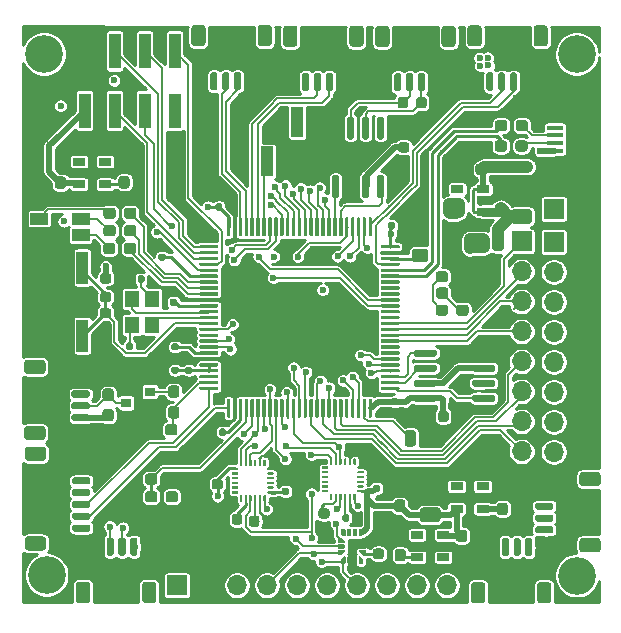
<source format=gbr>
%TF.GenerationSoftware,KiCad,Pcbnew,(5.1.6)-1*%
%TF.CreationDate,2020-09-08T22:29:01+07:00*%
%TF.ProjectId,Pixracer_clone,50697872-6163-4657-925f-636c6f6e652e,rev?*%
%TF.SameCoordinates,Original*%
%TF.FileFunction,Copper,L1,Top*%
%TF.FilePolarity,Positive*%
%FSLAX46Y46*%
G04 Gerber Fmt 4.6, Leading zero omitted, Abs format (unit mm)*
G04 Created by KiCad (PCBNEW (5.1.6)-1) date 2020-09-08 22:29:01*
%MOMM*%
%LPD*%
G01*
G04 APERTURE LIST*
%TA.AperFunction,ComponentPad*%
%ADD10O,1.700000X1.700000*%
%TD*%
%TA.AperFunction,ComponentPad*%
%ADD11R,1.700000X1.700000*%
%TD*%
%TA.AperFunction,SMDPad,CuDef*%
%ADD12R,1.060000X0.650000*%
%TD*%
%TA.AperFunction,SMDPad,CuDef*%
%ADD13C,0.100000*%
%TD*%
%TA.AperFunction,SMDPad,CuDef*%
%ADD14R,1.000000X2.510000*%
%TD*%
%TA.AperFunction,SMDPad,CuDef*%
%ADD15R,1.500000X1.000000*%
%TD*%
%TA.AperFunction,SMDPad,CuDef*%
%ADD16R,1.000000X3.000000*%
%TD*%
%TA.AperFunction,SMDPad,CuDef*%
%ADD17R,1.900000X1.200000*%
%TD*%
%TA.AperFunction,ComponentPad*%
%ADD18O,1.900000X1.200000*%
%TD*%
%TA.AperFunction,SMDPad,CuDef*%
%ADD19R,1.900000X1.500000*%
%TD*%
%TA.AperFunction,ComponentPad*%
%ADD20C,1.450000*%
%TD*%
%TA.AperFunction,SMDPad,CuDef*%
%ADD21R,1.350000X0.400000*%
%TD*%
%TA.AperFunction,SMDPad,CuDef*%
%ADD22R,1.200000X1.400000*%
%TD*%
%TA.AperFunction,SMDPad,CuDef*%
%ADD23R,1.000000X2.750000*%
%TD*%
%TA.AperFunction,SMDPad,CuDef*%
%ADD24R,0.900000X0.800000*%
%TD*%
%TA.AperFunction,ViaPad*%
%ADD25C,3.200000*%
%TD*%
%TA.AperFunction,ViaPad*%
%ADD26C,0.600000*%
%TD*%
%TA.AperFunction,Conductor*%
%ADD27C,0.152400*%
%TD*%
%TA.AperFunction,Conductor*%
%ADD28C,0.250000*%
%TD*%
%TA.AperFunction,Conductor*%
%ADD29C,1.000000*%
%TD*%
%TA.AperFunction,Conductor*%
%ADD30C,0.500000*%
%TD*%
%TA.AperFunction,Conductor*%
%ADD31C,0.800000*%
%TD*%
%TA.AperFunction,Conductor*%
%ADD32C,0.200000*%
%TD*%
%TA.AperFunction,Conductor*%
%ADD33C,0.254000*%
%TD*%
G04 APERTURE END LIST*
%TO.P,C12,2*%
%TO.N,GND*%
%TA.AperFunction,SMDPad,CuDef*%
G36*
G01*
X157647500Y-99210000D02*
X157302500Y-99210000D01*
G75*
G02*
X157155000Y-99062500I0J147500D01*
G01*
X157155000Y-98767500D01*
G75*
G02*
X157302500Y-98620000I147500J0D01*
G01*
X157647500Y-98620000D01*
G75*
G02*
X157795000Y-98767500I0J-147500D01*
G01*
X157795000Y-99062500D01*
G75*
G02*
X157647500Y-99210000I-147500J0D01*
G01*
G37*
%TD.AperFunction*%
%TO.P,C12,1*%
%TO.N,VCC*%
%TA.AperFunction,SMDPad,CuDef*%
G36*
G01*
X157647500Y-100180000D02*
X157302500Y-100180000D01*
G75*
G02*
X157155000Y-100032500I0J147500D01*
G01*
X157155000Y-99737500D01*
G75*
G02*
X157302500Y-99590000I147500J0D01*
G01*
X157647500Y-99590000D01*
G75*
G02*
X157795000Y-99737500I0J-147500D01*
G01*
X157795000Y-100032500D01*
G75*
G02*
X157647500Y-100180000I-147500J0D01*
G01*
G37*
%TD.AperFunction*%
%TD*%
D10*
%TO.P,IMU_Debug,10*%
%TO.N,3.3_SENSE_EN*%
X180485000Y-120075000D03*
%TO.P,IMU_Debug,9*%
%TO.N,EXTERNAL_MPU_CS*%
X177945000Y-120075000D03*
%TO.P,IMU_Debug,8*%
%TO.N,ICM20948_CS*%
X175405000Y-120075000D03*
%TO.P,IMU_Debug,7*%
%TO.N,IMU_MISO*%
X172865000Y-120075000D03*
%TO.P,IMU_Debug,6*%
%TO.N,LSM6D3_CS*%
X170325000Y-120075000D03*
%TO.P,IMU_Debug,5*%
%TO.N,MPU9250_CS*%
X167785000Y-120075000D03*
%TO.P,IMU_Debug,4*%
%TO.N,IMU_MOSI*%
X165245000Y-120075000D03*
%TO.P,IMU_Debug,3*%
%TO.N,IMU_CLK*%
X162705000Y-120075000D03*
%TO.P,IMU_Debug,2*%
%TO.N,GND*%
X160165000Y-120075000D03*
D11*
%TO.P,IMU_Debug,1*%
%TO.N,+5V*%
X157625000Y-120075000D03*
%TD*%
%TO.P,Switch,MP*%
%TO.N,N/C*%
%TA.AperFunction,SMDPad,CuDef*%
G36*
G01*
X144999999Y-115925000D02*
X146300001Y-115925000D01*
G75*
G02*
X146550000Y-116174999I0J-249999D01*
G01*
X146550000Y-116875001D01*
G75*
G02*
X146300001Y-117125000I-249999J0D01*
G01*
X144999999Y-117125000D01*
G75*
G02*
X144750000Y-116875001I0J249999D01*
G01*
X144750000Y-116174999D01*
G75*
G02*
X144999999Y-115925000I249999J0D01*
G01*
G37*
%TD.AperFunction*%
%TA.AperFunction,SMDPad,CuDef*%
G36*
G01*
X144999999Y-108325000D02*
X146300001Y-108325000D01*
G75*
G02*
X146550000Y-108574999I0J-249999D01*
G01*
X146550000Y-109275001D01*
G75*
G02*
X146300001Y-109525000I-249999J0D01*
G01*
X144999999Y-109525000D01*
G75*
G02*
X144750000Y-109275001I0J249999D01*
G01*
X144750000Y-108574999D01*
G75*
G02*
X144999999Y-108325000I249999J0D01*
G01*
G37*
%TD.AperFunction*%
%TO.P,Switch,6*%
%TO.N,+5V*%
%TA.AperFunction,SMDPad,CuDef*%
G36*
G01*
X148900000Y-114925000D02*
X150150000Y-114925000D01*
G75*
G02*
X150300000Y-115075000I0J-150000D01*
G01*
X150300000Y-115375000D01*
G75*
G02*
X150150000Y-115525000I-150000J0D01*
G01*
X148900000Y-115525000D01*
G75*
G02*
X148750000Y-115375000I0J150000D01*
G01*
X148750000Y-115075000D01*
G75*
G02*
X148900000Y-114925000I150000J0D01*
G01*
G37*
%TD.AperFunction*%
%TO.P,Switch,5*%
%TO.N,BATT_CURRENT_SENSE*%
%TA.AperFunction,SMDPad,CuDef*%
G36*
G01*
X148900000Y-113925000D02*
X150150000Y-113925000D01*
G75*
G02*
X150300000Y-114075000I0J-150000D01*
G01*
X150300000Y-114375000D01*
G75*
G02*
X150150000Y-114525000I-150000J0D01*
G01*
X148900000Y-114525000D01*
G75*
G02*
X148750000Y-114375000I0J150000D01*
G01*
X148750000Y-114075000D01*
G75*
G02*
X148900000Y-113925000I150000J0D01*
G01*
G37*
%TD.AperFunction*%
%TO.P,Switch,4*%
%TO.N,BATT_VOLT_SENSE*%
%TA.AperFunction,SMDPad,CuDef*%
G36*
G01*
X148900000Y-112925000D02*
X150150000Y-112925000D01*
G75*
G02*
X150300000Y-113075000I0J-150000D01*
G01*
X150300000Y-113375000D01*
G75*
G02*
X150150000Y-113525000I-150000J0D01*
G01*
X148900000Y-113525000D01*
G75*
G02*
X148750000Y-113375000I0J150000D01*
G01*
X148750000Y-113075000D01*
G75*
G02*
X148900000Y-112925000I150000J0D01*
G01*
G37*
%TD.AperFunction*%
%TO.P,Switch,3*%
%TO.N,SAFETY_SWITCH_IN*%
%TA.AperFunction,SMDPad,CuDef*%
G36*
G01*
X148900000Y-111925000D02*
X150150000Y-111925000D01*
G75*
G02*
X150300000Y-112075000I0J-150000D01*
G01*
X150300000Y-112375000D01*
G75*
G02*
X150150000Y-112525000I-150000J0D01*
G01*
X148900000Y-112525000D01*
G75*
G02*
X148750000Y-112375000I0J150000D01*
G01*
X148750000Y-112075000D01*
G75*
G02*
X148900000Y-111925000I150000J0D01*
G01*
G37*
%TD.AperFunction*%
%TO.P,Switch,2*%
%TO.N,LED_SAFETY*%
%TA.AperFunction,SMDPad,CuDef*%
G36*
G01*
X148900000Y-110925000D02*
X150150000Y-110925000D01*
G75*
G02*
X150300000Y-111075000I0J-150000D01*
G01*
X150300000Y-111375000D01*
G75*
G02*
X150150000Y-111525000I-150000J0D01*
G01*
X148900000Y-111525000D01*
G75*
G02*
X148750000Y-111375000I0J150000D01*
G01*
X148750000Y-111075000D01*
G75*
G02*
X148900000Y-110925000I150000J0D01*
G01*
G37*
%TD.AperFunction*%
%TO.P,Switch,1*%
%TO.N,GND*%
%TA.AperFunction,SMDPad,CuDef*%
G36*
G01*
X148900000Y-109925000D02*
X150150000Y-109925000D01*
G75*
G02*
X150300000Y-110075000I0J-150000D01*
G01*
X150300000Y-110375000D01*
G75*
G02*
X150150000Y-110525000I-150000J0D01*
G01*
X148900000Y-110525000D01*
G75*
G02*
X148750000Y-110375000I0J150000D01*
G01*
X148750000Y-110075000D01*
G75*
G02*
X148900000Y-109925000I150000J0D01*
G01*
G37*
%TD.AperFunction*%
%TD*%
%TO.P,SWD,MP*%
%TO.N,N/C*%
%TA.AperFunction,SMDPad,CuDef*%
G36*
G01*
X183425000Y-72899999D02*
X183425000Y-74200001D01*
G75*
G02*
X183175001Y-74450000I-249999J0D01*
G01*
X182474999Y-74450000D01*
G75*
G02*
X182225000Y-74200001I0J249999D01*
G01*
X182225000Y-72899999D01*
G75*
G02*
X182474999Y-72650000I249999J0D01*
G01*
X183175001Y-72650000D01*
G75*
G02*
X183425000Y-72899999I0J-249999D01*
G01*
G37*
%TD.AperFunction*%
%TA.AperFunction,SMDPad,CuDef*%
G36*
G01*
X189025000Y-72899999D02*
X189025000Y-74200001D01*
G75*
G02*
X188775001Y-74450000I-249999J0D01*
G01*
X188074999Y-74450000D01*
G75*
G02*
X187825000Y-74200001I0J249999D01*
G01*
X187825000Y-72899999D01*
G75*
G02*
X188074999Y-72650000I249999J0D01*
G01*
X188775001Y-72650000D01*
G75*
G02*
X189025000Y-72899999I0J-249999D01*
G01*
G37*
%TD.AperFunction*%
%TO.P,SWD,4*%
%TO.N,+3V3*%
%TA.AperFunction,SMDPad,CuDef*%
G36*
G01*
X184425000Y-76800000D02*
X184425000Y-78050000D01*
G75*
G02*
X184275000Y-78200000I-150000J0D01*
G01*
X183975000Y-78200000D01*
G75*
G02*
X183825000Y-78050000I0J150000D01*
G01*
X183825000Y-76800000D01*
G75*
G02*
X183975000Y-76650000I150000J0D01*
G01*
X184275000Y-76650000D01*
G75*
G02*
X184425000Y-76800000I0J-150000D01*
G01*
G37*
%TD.AperFunction*%
%TO.P,SWD,3*%
%TO.N,SWCLK*%
%TA.AperFunction,SMDPad,CuDef*%
G36*
G01*
X185425000Y-76800000D02*
X185425000Y-78050000D01*
G75*
G02*
X185275000Y-78200000I-150000J0D01*
G01*
X184975000Y-78200000D01*
G75*
G02*
X184825000Y-78050000I0J150000D01*
G01*
X184825000Y-76800000D01*
G75*
G02*
X184975000Y-76650000I150000J0D01*
G01*
X185275000Y-76650000D01*
G75*
G02*
X185425000Y-76800000I0J-150000D01*
G01*
G37*
%TD.AperFunction*%
%TO.P,SWD,2*%
%TO.N,SWDIO*%
%TA.AperFunction,SMDPad,CuDef*%
G36*
G01*
X186425000Y-76800000D02*
X186425000Y-78050000D01*
G75*
G02*
X186275000Y-78200000I-150000J0D01*
G01*
X185975000Y-78200000D01*
G75*
G02*
X185825000Y-78050000I0J150000D01*
G01*
X185825000Y-76800000D01*
G75*
G02*
X185975000Y-76650000I150000J0D01*
G01*
X186275000Y-76650000D01*
G75*
G02*
X186425000Y-76800000I0J-150000D01*
G01*
G37*
%TD.AperFunction*%
%TO.P,SWD,1*%
%TO.N,GND*%
%TA.AperFunction,SMDPad,CuDef*%
G36*
G01*
X187425000Y-76800000D02*
X187425000Y-78050000D01*
G75*
G02*
X187275000Y-78200000I-150000J0D01*
G01*
X186975000Y-78200000D01*
G75*
G02*
X186825000Y-78050000I0J150000D01*
G01*
X186825000Y-76800000D01*
G75*
G02*
X186975000Y-76650000I150000J0D01*
G01*
X187275000Y-76650000D01*
G75*
G02*
X187425000Y-76800000I0J-150000D01*
G01*
G37*
%TD.AperFunction*%
%TD*%
D12*
%TO.P,U2,5*%
%TO.N,Net-(C43-Pad1)*%
X149355000Y-86110000D03*
%TO.P,U2,4*%
%TO.N,Net-(U2-Pad4)*%
X149355000Y-84210000D03*
%TO.P,U2,3*%
%TO.N,nRF24_EN*%
X151555000Y-84210000D03*
%TO.P,U2,2*%
%TO.N,GND*%
X151555000Y-85160000D03*
%TO.P,U2,1*%
%TO.N,+5V*%
X151555000Y-86110000D03*
%TD*%
%TO.P,C43,2*%
%TO.N,GND*%
%TA.AperFunction,SMDPad,CuDef*%
G36*
G01*
X147987500Y-84750000D02*
X147512500Y-84750000D01*
G75*
G02*
X147275000Y-84512500I0J237500D01*
G01*
X147275000Y-83937500D01*
G75*
G02*
X147512500Y-83700000I237500J0D01*
G01*
X147987500Y-83700000D01*
G75*
G02*
X148225000Y-83937500I0J-237500D01*
G01*
X148225000Y-84512500D01*
G75*
G02*
X147987500Y-84750000I-237500J0D01*
G01*
G37*
%TD.AperFunction*%
%TO.P,C43,1*%
%TO.N,Net-(C43-Pad1)*%
%TA.AperFunction,SMDPad,CuDef*%
G36*
G01*
X147987500Y-86500000D02*
X147512500Y-86500000D01*
G75*
G02*
X147275000Y-86262500I0J237500D01*
G01*
X147275000Y-85687500D01*
G75*
G02*
X147512500Y-85450000I237500J0D01*
G01*
X147987500Y-85450000D01*
G75*
G02*
X148225000Y-85687500I0J-237500D01*
G01*
X148225000Y-86262500D01*
G75*
G02*
X147987500Y-86500000I-237500J0D01*
G01*
G37*
%TD.AperFunction*%
%TD*%
%TO.P,C38,2*%
%TO.N,GND*%
%TA.AperFunction,SMDPad,CuDef*%
G36*
G01*
X181275000Y-94187500D02*
X181275000Y-93712500D01*
G75*
G02*
X181512500Y-93475000I237500J0D01*
G01*
X182087500Y-93475000D01*
G75*
G02*
X182325000Y-93712500I0J-237500D01*
G01*
X182325000Y-94187500D01*
G75*
G02*
X182087500Y-94425000I-237500J0D01*
G01*
X181512500Y-94425000D01*
G75*
G02*
X181275000Y-94187500I0J237500D01*
G01*
G37*
%TD.AperFunction*%
%TO.P,C38,1*%
%TO.N,VCC*%
%TA.AperFunction,SMDPad,CuDef*%
G36*
G01*
X179525000Y-94187500D02*
X179525000Y-93712500D01*
G75*
G02*
X179762500Y-93475000I237500J0D01*
G01*
X180337500Y-93475000D01*
G75*
G02*
X180575000Y-93712500I0J-237500D01*
G01*
X180575000Y-94187500D01*
G75*
G02*
X180337500Y-94425000I-237500J0D01*
G01*
X179762500Y-94425000D01*
G75*
G02*
X179525000Y-94187500I0J237500D01*
G01*
G37*
%TD.AperFunction*%
%TD*%
%TO.P,C15,2*%
%TO.N,GND*%
%TA.AperFunction,SMDPad,CuDef*%
G36*
G01*
X153387500Y-84725000D02*
X152912500Y-84725000D01*
G75*
G02*
X152675000Y-84487500I0J237500D01*
G01*
X152675000Y-83912500D01*
G75*
G02*
X152912500Y-83675000I237500J0D01*
G01*
X153387500Y-83675000D01*
G75*
G02*
X153625000Y-83912500I0J-237500D01*
G01*
X153625000Y-84487500D01*
G75*
G02*
X153387500Y-84725000I-237500J0D01*
G01*
G37*
%TD.AperFunction*%
%TO.P,C15,1*%
%TO.N,+5V*%
%TA.AperFunction,SMDPad,CuDef*%
G36*
G01*
X153387500Y-86475000D02*
X152912500Y-86475000D01*
G75*
G02*
X152675000Y-86237500I0J237500D01*
G01*
X152675000Y-85662500D01*
G75*
G02*
X152912500Y-85425000I237500J0D01*
G01*
X153387500Y-85425000D01*
G75*
G02*
X153625000Y-85662500I0J-237500D01*
G01*
X153625000Y-86237500D01*
G75*
G02*
X153387500Y-86475000I-237500J0D01*
G01*
G37*
%TD.AperFunction*%
%TD*%
%TO.P,FB1,2*%
%TO.N,PWR_IN*%
%TA.AperFunction,SMDPad,CuDef*%
G36*
G01*
X184325000Y-91531250D02*
X184325000Y-90618750D01*
G75*
G02*
X184568750Y-90375000I243750J0D01*
G01*
X185056250Y-90375000D01*
G75*
G02*
X185300000Y-90618750I0J-243750D01*
G01*
X185300000Y-91531250D01*
G75*
G02*
X185056250Y-91775000I-243750J0D01*
G01*
X184568750Y-91775000D01*
G75*
G02*
X184325000Y-91531250I0J243750D01*
G01*
G37*
%TD.AperFunction*%
%TO.P,FB1,1*%
%TO.N,Net-(D2-Pad2)*%
%TA.AperFunction,SMDPad,CuDef*%
G36*
G01*
X182450000Y-91531250D02*
X182450000Y-90618750D01*
G75*
G02*
X182693750Y-90375000I243750J0D01*
G01*
X183181250Y-90375000D01*
G75*
G02*
X183425000Y-90618750I0J-243750D01*
G01*
X183425000Y-91531250D01*
G75*
G02*
X183181250Y-91775000I-243750J0D01*
G01*
X182693750Y-91775000D01*
G75*
G02*
X182450000Y-91531250I0J243750D01*
G01*
G37*
%TD.AperFunction*%
%TD*%
%TO.P,SBUS,MP*%
%TO.N,N/C*%
%TA.AperFunction,SMDPad,CuDef*%
G36*
G01*
X144949999Y-106575000D02*
X146250001Y-106575000D01*
G75*
G02*
X146500000Y-106824999I0J-249999D01*
G01*
X146500000Y-107525001D01*
G75*
G02*
X146250001Y-107775000I-249999J0D01*
G01*
X144949999Y-107775000D01*
G75*
G02*
X144700000Y-107525001I0J249999D01*
G01*
X144700000Y-106824999D01*
G75*
G02*
X144949999Y-106575000I249999J0D01*
G01*
G37*
%TD.AperFunction*%
%TA.AperFunction,SMDPad,CuDef*%
G36*
G01*
X144949999Y-100975000D02*
X146250001Y-100975000D01*
G75*
G02*
X146500000Y-101224999I0J-249999D01*
G01*
X146500000Y-101925001D01*
G75*
G02*
X146250001Y-102175000I-249999J0D01*
G01*
X144949999Y-102175000D01*
G75*
G02*
X144700000Y-101925001I0J249999D01*
G01*
X144700000Y-101224999D01*
G75*
G02*
X144949999Y-100975000I249999J0D01*
G01*
G37*
%TD.AperFunction*%
%TO.P,SBUS,4*%
%TO.N,+5V*%
%TA.AperFunction,SMDPad,CuDef*%
G36*
G01*
X148850000Y-105575000D02*
X150100000Y-105575000D01*
G75*
G02*
X150250000Y-105725000I0J-150000D01*
G01*
X150250000Y-106025000D01*
G75*
G02*
X150100000Y-106175000I-150000J0D01*
G01*
X148850000Y-106175000D01*
G75*
G02*
X148700000Y-106025000I0J150000D01*
G01*
X148700000Y-105725000D01*
G75*
G02*
X148850000Y-105575000I150000J0D01*
G01*
G37*
%TD.AperFunction*%
%TO.P,SBUS,3*%
%TO.N,SBUS_DEVICE*%
%TA.AperFunction,SMDPad,CuDef*%
G36*
G01*
X148850000Y-104575000D02*
X150100000Y-104575000D01*
G75*
G02*
X150250000Y-104725000I0J-150000D01*
G01*
X150250000Y-105025000D01*
G75*
G02*
X150100000Y-105175000I-150000J0D01*
G01*
X148850000Y-105175000D01*
G75*
G02*
X148700000Y-105025000I0J150000D01*
G01*
X148700000Y-104725000D01*
G75*
G02*
X148850000Y-104575000I150000J0D01*
G01*
G37*
%TD.AperFunction*%
%TO.P,SBUS,2*%
%TO.N,Net-(J7-Pad2)*%
%TA.AperFunction,SMDPad,CuDef*%
G36*
G01*
X148850000Y-103575000D02*
X150100000Y-103575000D01*
G75*
G02*
X150250000Y-103725000I0J-150000D01*
G01*
X150250000Y-104025000D01*
G75*
G02*
X150100000Y-104175000I-150000J0D01*
G01*
X148850000Y-104175000D01*
G75*
G02*
X148700000Y-104025000I0J150000D01*
G01*
X148700000Y-103725000D01*
G75*
G02*
X148850000Y-103575000I150000J0D01*
G01*
G37*
%TD.AperFunction*%
%TO.P,SBUS,1*%
%TO.N,GND*%
%TA.AperFunction,SMDPad,CuDef*%
G36*
G01*
X148850000Y-102575000D02*
X150100000Y-102575000D01*
G75*
G02*
X150250000Y-102725000I0J-150000D01*
G01*
X150250000Y-103025000D01*
G75*
G02*
X150100000Y-103175000I-150000J0D01*
G01*
X148850000Y-103175000D01*
G75*
G02*
X148700000Y-103025000I0J150000D01*
G01*
X148700000Y-102725000D01*
G75*
G02*
X148850000Y-102575000I150000J0D01*
G01*
G37*
%TD.AperFunction*%
%TD*%
%TO.P,I2C1,MP*%
%TO.N,N/C*%
%TA.AperFunction,SMDPad,CuDef*%
G36*
G01*
X167825000Y-72924999D02*
X167825000Y-74225001D01*
G75*
G02*
X167575001Y-74475000I-249999J0D01*
G01*
X166874999Y-74475000D01*
G75*
G02*
X166625000Y-74225001I0J249999D01*
G01*
X166625000Y-72924999D01*
G75*
G02*
X166874999Y-72675000I249999J0D01*
G01*
X167575001Y-72675000D01*
G75*
G02*
X167825000Y-72924999I0J-249999D01*
G01*
G37*
%TD.AperFunction*%
%TA.AperFunction,SMDPad,CuDef*%
G36*
G01*
X173425000Y-72924999D02*
X173425000Y-74225001D01*
G75*
G02*
X173175001Y-74475000I-249999J0D01*
G01*
X172474999Y-74475000D01*
G75*
G02*
X172225000Y-74225001I0J249999D01*
G01*
X172225000Y-72924999D01*
G75*
G02*
X172474999Y-72675000I249999J0D01*
G01*
X173175001Y-72675000D01*
G75*
G02*
X173425000Y-72924999I0J-249999D01*
G01*
G37*
%TD.AperFunction*%
%TO.P,I2C1,4*%
%TO.N,+5V*%
%TA.AperFunction,SMDPad,CuDef*%
G36*
G01*
X168825000Y-76825000D02*
X168825000Y-78075000D01*
G75*
G02*
X168675000Y-78225000I-150000J0D01*
G01*
X168375000Y-78225000D01*
G75*
G02*
X168225000Y-78075000I0J150000D01*
G01*
X168225000Y-76825000D01*
G75*
G02*
X168375000Y-76675000I150000J0D01*
G01*
X168675000Y-76675000D01*
G75*
G02*
X168825000Y-76825000I0J-150000D01*
G01*
G37*
%TD.AperFunction*%
%TO.P,I2C1,3*%
%TO.N,I2C_SDA*%
%TA.AperFunction,SMDPad,CuDef*%
G36*
G01*
X169825000Y-76825000D02*
X169825000Y-78075000D01*
G75*
G02*
X169675000Y-78225000I-150000J0D01*
G01*
X169375000Y-78225000D01*
G75*
G02*
X169225000Y-78075000I0J150000D01*
G01*
X169225000Y-76825000D01*
G75*
G02*
X169375000Y-76675000I150000J0D01*
G01*
X169675000Y-76675000D01*
G75*
G02*
X169825000Y-76825000I0J-150000D01*
G01*
G37*
%TD.AperFunction*%
%TO.P,I2C1,2*%
%TO.N,I2C_SCl*%
%TA.AperFunction,SMDPad,CuDef*%
G36*
G01*
X170825000Y-76825000D02*
X170825000Y-78075000D01*
G75*
G02*
X170675000Y-78225000I-150000J0D01*
G01*
X170375000Y-78225000D01*
G75*
G02*
X170225000Y-78075000I0J150000D01*
G01*
X170225000Y-76825000D01*
G75*
G02*
X170375000Y-76675000I150000J0D01*
G01*
X170675000Y-76675000D01*
G75*
G02*
X170825000Y-76825000I0J-150000D01*
G01*
G37*
%TD.AperFunction*%
%TO.P,I2C1,1*%
%TO.N,GND*%
%TA.AperFunction,SMDPad,CuDef*%
G36*
G01*
X171825000Y-76825000D02*
X171825000Y-78075000D01*
G75*
G02*
X171675000Y-78225000I-150000J0D01*
G01*
X171375000Y-78225000D01*
G75*
G02*
X171225000Y-78075000I0J150000D01*
G01*
X171225000Y-76825000D01*
G75*
G02*
X171375000Y-76675000I150000J0D01*
G01*
X171675000Y-76675000D01*
G75*
G02*
X171825000Y-76825000I0J-150000D01*
G01*
G37*
%TD.AperFunction*%
%TD*%
%TO.P,R4,2*%
%TO.N,USB_D-*%
%TA.AperFunction,SMDPad,CuDef*%
G36*
G01*
X185575000Y-82637500D02*
X185575000Y-83112500D01*
G75*
G02*
X185337500Y-83350000I-237500J0D01*
G01*
X184762500Y-83350000D01*
G75*
G02*
X184525000Y-83112500I0J237500D01*
G01*
X184525000Y-82637500D01*
G75*
G02*
X184762500Y-82400000I237500J0D01*
G01*
X185337500Y-82400000D01*
G75*
G02*
X185575000Y-82637500I0J-237500D01*
G01*
G37*
%TD.AperFunction*%
%TO.P,R4,1*%
%TO.N,/USB_sheet/D-*%
%TA.AperFunction,SMDPad,CuDef*%
G36*
G01*
X187325000Y-82637500D02*
X187325000Y-83112500D01*
G75*
G02*
X187087500Y-83350000I-237500J0D01*
G01*
X186512500Y-83350000D01*
G75*
G02*
X186275000Y-83112500I0J237500D01*
G01*
X186275000Y-82637500D01*
G75*
G02*
X186512500Y-82400000I237500J0D01*
G01*
X187087500Y-82400000D01*
G75*
G02*
X187325000Y-82637500I0J-237500D01*
G01*
G37*
%TD.AperFunction*%
%TD*%
%TO.P,R3,2*%
%TO.N,USB_D+*%
%TA.AperFunction,SMDPad,CuDef*%
G36*
G01*
X185600000Y-80912500D02*
X185600000Y-81387500D01*
G75*
G02*
X185362500Y-81625000I-237500J0D01*
G01*
X184787500Y-81625000D01*
G75*
G02*
X184550000Y-81387500I0J237500D01*
G01*
X184550000Y-80912500D01*
G75*
G02*
X184787500Y-80675000I237500J0D01*
G01*
X185362500Y-80675000D01*
G75*
G02*
X185600000Y-80912500I0J-237500D01*
G01*
G37*
%TD.AperFunction*%
%TO.P,R3,1*%
%TO.N,/USB_sheet/D+*%
%TA.AperFunction,SMDPad,CuDef*%
G36*
G01*
X187350000Y-80912500D02*
X187350000Y-81387500D01*
G75*
G02*
X187112500Y-81625000I-237500J0D01*
G01*
X186537500Y-81625000D01*
G75*
G02*
X186300000Y-81387500I0J237500D01*
G01*
X186300000Y-80912500D01*
G75*
G02*
X186537500Y-80675000I237500J0D01*
G01*
X187112500Y-80675000D01*
G75*
G02*
X187350000Y-80912500I0J-237500D01*
G01*
G37*
%TD.AperFunction*%
%TD*%
D10*
%TO.P,J19,2*%
%TO.N,GND*%
X192090000Y-88225000D03*
D11*
%TO.P,J19,1*%
%TO.N,+5V*%
X189550000Y-88225000D03*
%TD*%
%TO.P,UART8,MP*%
%TO.N,N/C*%
%TA.AperFunction,SMDPad,CuDef*%
G36*
G01*
X160050000Y-72874999D02*
X160050000Y-74175001D01*
G75*
G02*
X159800001Y-74425000I-249999J0D01*
G01*
X159099999Y-74425000D01*
G75*
G02*
X158850000Y-74175001I0J249999D01*
G01*
X158850000Y-72874999D01*
G75*
G02*
X159099999Y-72625000I249999J0D01*
G01*
X159800001Y-72625000D01*
G75*
G02*
X160050000Y-72874999I0J-249999D01*
G01*
G37*
%TD.AperFunction*%
%TA.AperFunction,SMDPad,CuDef*%
G36*
G01*
X165650000Y-72874999D02*
X165650000Y-74175001D01*
G75*
G02*
X165400001Y-74425000I-249999J0D01*
G01*
X164699999Y-74425000D01*
G75*
G02*
X164450000Y-74175001I0J249999D01*
G01*
X164450000Y-72874999D01*
G75*
G02*
X164699999Y-72625000I249999J0D01*
G01*
X165400001Y-72625000D01*
G75*
G02*
X165650000Y-72874999I0J-249999D01*
G01*
G37*
%TD.AperFunction*%
%TO.P,UART8,4*%
%TO.N,+5V*%
%TA.AperFunction,SMDPad,CuDef*%
G36*
G01*
X161050000Y-76775000D02*
X161050000Y-78025000D01*
G75*
G02*
X160900000Y-78175000I-150000J0D01*
G01*
X160600000Y-78175000D01*
G75*
G02*
X160450000Y-78025000I0J150000D01*
G01*
X160450000Y-76775000D01*
G75*
G02*
X160600000Y-76625000I150000J0D01*
G01*
X160900000Y-76625000D01*
G75*
G02*
X161050000Y-76775000I0J-150000D01*
G01*
G37*
%TD.AperFunction*%
%TO.P,UART8,3*%
%TO.N,UART8_TX*%
%TA.AperFunction,SMDPad,CuDef*%
G36*
G01*
X162050000Y-76775000D02*
X162050000Y-78025000D01*
G75*
G02*
X161900000Y-78175000I-150000J0D01*
G01*
X161600000Y-78175000D01*
G75*
G02*
X161450000Y-78025000I0J150000D01*
G01*
X161450000Y-76775000D01*
G75*
G02*
X161600000Y-76625000I150000J0D01*
G01*
X161900000Y-76625000D01*
G75*
G02*
X162050000Y-76775000I0J-150000D01*
G01*
G37*
%TD.AperFunction*%
%TO.P,UART8,2*%
%TO.N,UART8_RX*%
%TA.AperFunction,SMDPad,CuDef*%
G36*
G01*
X163050000Y-76775000D02*
X163050000Y-78025000D01*
G75*
G02*
X162900000Y-78175000I-150000J0D01*
G01*
X162600000Y-78175000D01*
G75*
G02*
X162450000Y-78025000I0J150000D01*
G01*
X162450000Y-76775000D01*
G75*
G02*
X162600000Y-76625000I150000J0D01*
G01*
X162900000Y-76625000D01*
G75*
G02*
X163050000Y-76775000I0J-150000D01*
G01*
G37*
%TD.AperFunction*%
%TO.P,UART8,1*%
%TO.N,GND*%
%TA.AperFunction,SMDPad,CuDef*%
G36*
G01*
X164050000Y-76775000D02*
X164050000Y-78025000D01*
G75*
G02*
X163900000Y-78175000I-150000J0D01*
G01*
X163600000Y-78175000D01*
G75*
G02*
X163450000Y-78025000I0J150000D01*
G01*
X163450000Y-76775000D01*
G75*
G02*
X163600000Y-76625000I150000J0D01*
G01*
X163900000Y-76625000D01*
G75*
G02*
X164050000Y-76775000I0J-150000D01*
G01*
G37*
%TD.AperFunction*%
%TD*%
%TO.P,C25,2*%
%TO.N,GND*%
%TA.AperFunction,SMDPad,CuDef*%
G36*
G01*
X179700000Y-111925000D02*
X178450000Y-111925000D01*
G75*
G02*
X178200000Y-111675000I0J250000D01*
G01*
X178200000Y-110925000D01*
G75*
G02*
X178450000Y-110675000I250000J0D01*
G01*
X179700000Y-110675000D01*
G75*
G02*
X179950000Y-110925000I0J-250000D01*
G01*
X179950000Y-111675000D01*
G75*
G02*
X179700000Y-111925000I-250000J0D01*
G01*
G37*
%TD.AperFunction*%
%TO.P,C25,1*%
%TO.N,+3.3VA*%
%TA.AperFunction,SMDPad,CuDef*%
G36*
G01*
X179700000Y-114725000D02*
X178450000Y-114725000D01*
G75*
G02*
X178200000Y-114475000I0J250000D01*
G01*
X178200000Y-113725000D01*
G75*
G02*
X178450000Y-113475000I250000J0D01*
G01*
X179700000Y-113475000D01*
G75*
G02*
X179950000Y-113725000I0J-250000D01*
G01*
X179950000Y-114475000D01*
G75*
G02*
X179700000Y-114725000I-250000J0D01*
G01*
G37*
%TD.AperFunction*%
%TD*%
%TO.P,C20,2*%
%TO.N,GND*%
%TA.AperFunction,SMDPad,CuDef*%
G36*
G01*
X174697500Y-111185000D02*
X174352500Y-111185000D01*
G75*
G02*
X174205000Y-111037500I0J147500D01*
G01*
X174205000Y-110742500D01*
G75*
G02*
X174352500Y-110595000I147500J0D01*
G01*
X174697500Y-110595000D01*
G75*
G02*
X174845000Y-110742500I0J-147500D01*
G01*
X174845000Y-111037500D01*
G75*
G02*
X174697500Y-111185000I-147500J0D01*
G01*
G37*
%TD.AperFunction*%
%TO.P,C20,1*%
%TO.N,+3.3VA*%
%TA.AperFunction,SMDPad,CuDef*%
G36*
G01*
X174697500Y-112155000D02*
X174352500Y-112155000D01*
G75*
G02*
X174205000Y-112007500I0J147500D01*
G01*
X174205000Y-111712500D01*
G75*
G02*
X174352500Y-111565000I147500J0D01*
G01*
X174697500Y-111565000D01*
G75*
G02*
X174845000Y-111712500I0J-147500D01*
G01*
X174845000Y-112007500D01*
G75*
G02*
X174697500Y-112155000I-147500J0D01*
G01*
G37*
%TD.AperFunction*%
%TD*%
%TO.P,C16,2*%
%TO.N,GND*%
%TA.AperFunction,SMDPad,CuDef*%
G36*
G01*
X169818750Y-115125000D02*
X170331250Y-115125000D01*
G75*
G02*
X170550000Y-115343750I0J-218750D01*
G01*
X170550000Y-115781250D01*
G75*
G02*
X170331250Y-116000000I-218750J0D01*
G01*
X169818750Y-116000000D01*
G75*
G02*
X169600000Y-115781250I0J218750D01*
G01*
X169600000Y-115343750D01*
G75*
G02*
X169818750Y-115125000I218750J0D01*
G01*
G37*
%TD.AperFunction*%
%TO.P,C16,1*%
%TO.N,+1V8*%
%TA.AperFunction,SMDPad,CuDef*%
G36*
G01*
X169818750Y-113550000D02*
X170331250Y-113550000D01*
G75*
G02*
X170550000Y-113768750I0J-218750D01*
G01*
X170550000Y-114206250D01*
G75*
G02*
X170331250Y-114425000I-218750J0D01*
G01*
X169818750Y-114425000D01*
G75*
G02*
X169600000Y-114206250I0J218750D01*
G01*
X169600000Y-113768750D01*
G75*
G02*
X169818750Y-113550000I218750J0D01*
G01*
G37*
%TD.AperFunction*%
%TD*%
%TO.P,C23,2*%
%TO.N,GND*%
%TA.AperFunction,SMDPad,CuDef*%
G36*
G01*
X161306250Y-110375000D02*
X160793750Y-110375000D01*
G75*
G02*
X160575000Y-110156250I0J218750D01*
G01*
X160575000Y-109718750D01*
G75*
G02*
X160793750Y-109500000I218750J0D01*
G01*
X161306250Y-109500000D01*
G75*
G02*
X161525000Y-109718750I0J-218750D01*
G01*
X161525000Y-110156250D01*
G75*
G02*
X161306250Y-110375000I-218750J0D01*
G01*
G37*
%TD.AperFunction*%
%TO.P,C23,1*%
%TO.N,+3.3VA*%
%TA.AperFunction,SMDPad,CuDef*%
G36*
G01*
X161306250Y-111950000D02*
X160793750Y-111950000D01*
G75*
G02*
X160575000Y-111731250I0J218750D01*
G01*
X160575000Y-111293750D01*
G75*
G02*
X160793750Y-111075000I218750J0D01*
G01*
X161306250Y-111075000D01*
G75*
G02*
X161525000Y-111293750I0J-218750D01*
G01*
X161525000Y-111731250D01*
G75*
G02*
X161306250Y-111950000I-218750J0D01*
G01*
G37*
%TD.AperFunction*%
%TD*%
%TO.P,C26,2*%
%TO.N,GND*%
%TA.AperFunction,SMDPad,CuDef*%
G36*
G01*
X174931250Y-116275000D02*
X174418750Y-116275000D01*
G75*
G02*
X174200000Y-116056250I0J218750D01*
G01*
X174200000Y-115618750D01*
G75*
G02*
X174418750Y-115400000I218750J0D01*
G01*
X174931250Y-115400000D01*
G75*
G02*
X175150000Y-115618750I0J-218750D01*
G01*
X175150000Y-116056250D01*
G75*
G02*
X174931250Y-116275000I-218750J0D01*
G01*
G37*
%TD.AperFunction*%
%TO.P,C26,1*%
%TO.N,+3.3VA*%
%TA.AperFunction,SMDPad,CuDef*%
G36*
G01*
X174931250Y-117850000D02*
X174418750Y-117850000D01*
G75*
G02*
X174200000Y-117631250I0J218750D01*
G01*
X174200000Y-117193750D01*
G75*
G02*
X174418750Y-116975000I218750J0D01*
G01*
X174931250Y-116975000D01*
G75*
G02*
X175150000Y-117193750I0J-218750D01*
G01*
X175150000Y-117631250D01*
G75*
G02*
X174931250Y-117850000I-218750J0D01*
G01*
G37*
%TD.AperFunction*%
%TD*%
%TO.P,C19,2*%
%TO.N,GND*%
%TA.AperFunction,SMDPad,CuDef*%
G36*
G01*
X172615000Y-114522500D02*
X172615000Y-114177500D01*
G75*
G02*
X172762500Y-114030000I147500J0D01*
G01*
X173057500Y-114030000D01*
G75*
G02*
X173205000Y-114177500I0J-147500D01*
G01*
X173205000Y-114522500D01*
G75*
G02*
X173057500Y-114670000I-147500J0D01*
G01*
X172762500Y-114670000D01*
G75*
G02*
X172615000Y-114522500I0J147500D01*
G01*
G37*
%TD.AperFunction*%
%TO.P,C19,1*%
%TO.N,Net-(C19-Pad1)*%
%TA.AperFunction,SMDPad,CuDef*%
G36*
G01*
X171645000Y-114522500D02*
X171645000Y-114177500D01*
G75*
G02*
X171792500Y-114030000I147500J0D01*
G01*
X172087500Y-114030000D01*
G75*
G02*
X172235000Y-114177500I0J-147500D01*
G01*
X172235000Y-114522500D01*
G75*
G02*
X172087500Y-114670000I-147500J0D01*
G01*
X171792500Y-114670000D01*
G75*
G02*
X171645000Y-114522500I0J147500D01*
G01*
G37*
%TD.AperFunction*%
%TD*%
%TO.P,C24,2*%
%TO.N,GND*%
%TA.AperFunction,SMDPad,CuDef*%
G36*
G01*
X165300000Y-114906250D02*
X165300000Y-114393750D01*
G75*
G02*
X165518750Y-114175000I218750J0D01*
G01*
X165956250Y-114175000D01*
G75*
G02*
X166175000Y-114393750I0J-218750D01*
G01*
X166175000Y-114906250D01*
G75*
G02*
X165956250Y-115125000I-218750J0D01*
G01*
X165518750Y-115125000D01*
G75*
G02*
X165300000Y-114906250I0J218750D01*
G01*
G37*
%TD.AperFunction*%
%TO.P,C24,1*%
%TO.N,Net-(C24-Pad1)*%
%TA.AperFunction,SMDPad,CuDef*%
G36*
G01*
X163725000Y-114906250D02*
X163725000Y-114393750D01*
G75*
G02*
X163943750Y-114175000I218750J0D01*
G01*
X164381250Y-114175000D01*
G75*
G02*
X164600000Y-114393750I0J-218750D01*
G01*
X164600000Y-114906250D01*
G75*
G02*
X164381250Y-115125000I-218750J0D01*
G01*
X163943750Y-115125000D01*
G75*
G02*
X163725000Y-114906250I0J218750D01*
G01*
G37*
%TD.AperFunction*%
%TD*%
%TO.P,C17,2*%
%TO.N,GND*%
%TA.AperFunction,SMDPad,CuDef*%
G36*
G01*
X166997500Y-111435000D02*
X166652500Y-111435000D01*
G75*
G02*
X166505000Y-111287500I0J147500D01*
G01*
X166505000Y-110992500D01*
G75*
G02*
X166652500Y-110845000I147500J0D01*
G01*
X166997500Y-110845000D01*
G75*
G02*
X167145000Y-110992500I0J-147500D01*
G01*
X167145000Y-111287500D01*
G75*
G02*
X166997500Y-111435000I-147500J0D01*
G01*
G37*
%TD.AperFunction*%
%TO.P,C17,1*%
%TO.N,+3.3VA*%
%TA.AperFunction,SMDPad,CuDef*%
G36*
G01*
X166997500Y-112405000D02*
X166652500Y-112405000D01*
G75*
G02*
X166505000Y-112257500I0J147500D01*
G01*
X166505000Y-111962500D01*
G75*
G02*
X166652500Y-111815000I147500J0D01*
G01*
X166997500Y-111815000D01*
G75*
G02*
X167145000Y-111962500I0J-147500D01*
G01*
X167145000Y-112257500D01*
G75*
G02*
X166997500Y-112405000I-147500J0D01*
G01*
G37*
%TD.AperFunction*%
%TD*%
%TA.AperFunction,SMDPad,CuDef*%
D13*
%TO.P,LSM6D,14*%
%TO.N,IMU_MOSI*%
G36*
X171226441Y-117135368D02*
G01*
X171230709Y-117121299D01*
X171237640Y-117108332D01*
X171246967Y-117096967D01*
X171258332Y-117087640D01*
X171271299Y-117080709D01*
X171285368Y-117076441D01*
X171300000Y-117075000D01*
X171775000Y-117075000D01*
X171789632Y-117076441D01*
X171803701Y-117080709D01*
X171816668Y-117087640D01*
X171828033Y-117096967D01*
X171837360Y-117108332D01*
X171844291Y-117121299D01*
X171848559Y-117135368D01*
X171850000Y-117150000D01*
X171850000Y-117193934D01*
X171848559Y-117208566D01*
X171844291Y-117222635D01*
X171837360Y-117235602D01*
X171828033Y-117246967D01*
X171621967Y-117453033D01*
X171610602Y-117462360D01*
X171597635Y-117469291D01*
X171583566Y-117473559D01*
X171568934Y-117475000D01*
X171300000Y-117475000D01*
X171285368Y-117473559D01*
X171271299Y-117469291D01*
X171258332Y-117462360D01*
X171246967Y-117453033D01*
X171237640Y-117441668D01*
X171230709Y-117428701D01*
X171226441Y-117414632D01*
X171225000Y-117400000D01*
X171225000Y-117150000D01*
X171226441Y-117135368D01*
G37*
%TD.AperFunction*%
%TO.P,LSM6D,13*%
%TO.N,IMU_CLK*%
%TA.AperFunction,SMDPad,CuDef*%
G36*
G01*
X171750000Y-116975000D02*
X171325000Y-116975000D01*
G75*
G02*
X171225000Y-116875000I0J100000D01*
G01*
X171225000Y-116675000D01*
G75*
G02*
X171325000Y-116575000I100000J0D01*
G01*
X171750000Y-116575000D01*
G75*
G02*
X171850000Y-116675000I0J-100000D01*
G01*
X171850000Y-116875000D01*
G75*
G02*
X171750000Y-116975000I-100000J0D01*
G01*
G37*
%TD.AperFunction*%
%TA.AperFunction,SMDPad,CuDef*%
%TO.P,LSM6D,12*%
%TO.N,LSM6D3_CS*%
G36*
X171226441Y-116135368D02*
G01*
X171230709Y-116121299D01*
X171237640Y-116108332D01*
X171246967Y-116096967D01*
X171258332Y-116087640D01*
X171271299Y-116080709D01*
X171285368Y-116076441D01*
X171300000Y-116075000D01*
X171568934Y-116075000D01*
X171583566Y-116076441D01*
X171597635Y-116080709D01*
X171610602Y-116087640D01*
X171621967Y-116096967D01*
X171828033Y-116303033D01*
X171837360Y-116314398D01*
X171844291Y-116327365D01*
X171848559Y-116341434D01*
X171850000Y-116356066D01*
X171850000Y-116400000D01*
X171848559Y-116414632D01*
X171844291Y-116428701D01*
X171837360Y-116441668D01*
X171828033Y-116453033D01*
X171816668Y-116462360D01*
X171803701Y-116469291D01*
X171789632Y-116473559D01*
X171775000Y-116475000D01*
X171300000Y-116475000D01*
X171285368Y-116473559D01*
X171271299Y-116469291D01*
X171258332Y-116462360D01*
X171246967Y-116453033D01*
X171237640Y-116441668D01*
X171230709Y-116428701D01*
X171226441Y-116414632D01*
X171225000Y-116400000D01*
X171225000Y-116150000D01*
X171226441Y-116135368D01*
G37*
%TD.AperFunction*%
%TA.AperFunction,SMDPad,CuDef*%
%TO.P,LSM6D,11*%
%TO.N,Net-(U5-Pad11)*%
G36*
X171501441Y-115360368D02*
G01*
X171505709Y-115346299D01*
X171512640Y-115333332D01*
X171521967Y-115321967D01*
X171533332Y-115312640D01*
X171546299Y-115305709D01*
X171560368Y-115301441D01*
X171575000Y-115300000D01*
X171825000Y-115300000D01*
X171839632Y-115301441D01*
X171853701Y-115305709D01*
X171866668Y-115312640D01*
X171878033Y-115321967D01*
X171887360Y-115333332D01*
X171894291Y-115346299D01*
X171898559Y-115360368D01*
X171900000Y-115375000D01*
X171900000Y-115850000D01*
X171898559Y-115864632D01*
X171894291Y-115878701D01*
X171887360Y-115891668D01*
X171878033Y-115903033D01*
X171866668Y-115912360D01*
X171853701Y-115919291D01*
X171839632Y-115923559D01*
X171825000Y-115925000D01*
X171781066Y-115925000D01*
X171766434Y-115923559D01*
X171752365Y-115919291D01*
X171739398Y-115912360D01*
X171728033Y-115903033D01*
X171521967Y-115696967D01*
X171512640Y-115685602D01*
X171505709Y-115672635D01*
X171501441Y-115658566D01*
X171500000Y-115643934D01*
X171500000Y-115375000D01*
X171501441Y-115360368D01*
G37*
%TD.AperFunction*%
%TO.P,LSM6D,10*%
%TO.N,Net-(U5-Pad10)*%
%TA.AperFunction,SMDPad,CuDef*%
G36*
G01*
X172300000Y-115925000D02*
X172100000Y-115925000D01*
G75*
G02*
X172000000Y-115825000I0J100000D01*
G01*
X172000000Y-115400000D01*
G75*
G02*
X172100000Y-115300000I100000J0D01*
G01*
X172300000Y-115300000D01*
G75*
G02*
X172400000Y-115400000I0J-100000D01*
G01*
X172400000Y-115825000D01*
G75*
G02*
X172300000Y-115925000I-100000J0D01*
G01*
G37*
%TD.AperFunction*%
%TO.P,LSM6D,9*%
%TO.N,LSM6D3_DRDY2*%
%TA.AperFunction,SMDPad,CuDef*%
G36*
G01*
X172800000Y-115925000D02*
X172600000Y-115925000D01*
G75*
G02*
X172500000Y-115825000I0J100000D01*
G01*
X172500000Y-115400000D01*
G75*
G02*
X172600000Y-115300000I100000J0D01*
G01*
X172800000Y-115300000D01*
G75*
G02*
X172900000Y-115400000I0J-100000D01*
G01*
X172900000Y-115825000D01*
G75*
G02*
X172800000Y-115925000I-100000J0D01*
G01*
G37*
%TD.AperFunction*%
%TA.AperFunction,SMDPad,CuDef*%
%TO.P,LSM6D,8*%
%TO.N,+3.3VA*%
G36*
X173001441Y-115360368D02*
G01*
X173005709Y-115346299D01*
X173012640Y-115333332D01*
X173021967Y-115321967D01*
X173033332Y-115312640D01*
X173046299Y-115305709D01*
X173060368Y-115301441D01*
X173075000Y-115300000D01*
X173325000Y-115300000D01*
X173339632Y-115301441D01*
X173353701Y-115305709D01*
X173366668Y-115312640D01*
X173378033Y-115321967D01*
X173387360Y-115333332D01*
X173394291Y-115346299D01*
X173398559Y-115360368D01*
X173400000Y-115375000D01*
X173400000Y-115643934D01*
X173398559Y-115658566D01*
X173394291Y-115672635D01*
X173387360Y-115685602D01*
X173378033Y-115696967D01*
X173171967Y-115903033D01*
X173160602Y-115912360D01*
X173147635Y-115919291D01*
X173133566Y-115923559D01*
X173118934Y-115925000D01*
X173075000Y-115925000D01*
X173060368Y-115923559D01*
X173046299Y-115919291D01*
X173033332Y-115912360D01*
X173021967Y-115903033D01*
X173012640Y-115891668D01*
X173005709Y-115878701D01*
X173001441Y-115864632D01*
X173000000Y-115850000D01*
X173000000Y-115375000D01*
X173001441Y-115360368D01*
G37*
%TD.AperFunction*%
%TA.AperFunction,SMDPad,CuDef*%
%TO.P,LSM6D,7*%
%TO.N,GND*%
G36*
X173051441Y-116341434D02*
G01*
X173055709Y-116327365D01*
X173062640Y-116314398D01*
X173071967Y-116303033D01*
X173278033Y-116096967D01*
X173289398Y-116087640D01*
X173302365Y-116080709D01*
X173316434Y-116076441D01*
X173331066Y-116075000D01*
X173600000Y-116075000D01*
X173614632Y-116076441D01*
X173628701Y-116080709D01*
X173641668Y-116087640D01*
X173653033Y-116096967D01*
X173662360Y-116108332D01*
X173669291Y-116121299D01*
X173673559Y-116135368D01*
X173675000Y-116150000D01*
X173675000Y-116400000D01*
X173673559Y-116414632D01*
X173669291Y-116428701D01*
X173662360Y-116441668D01*
X173653033Y-116453033D01*
X173641668Y-116462360D01*
X173628701Y-116469291D01*
X173614632Y-116473559D01*
X173600000Y-116475000D01*
X173125000Y-116475000D01*
X173110368Y-116473559D01*
X173096299Y-116469291D01*
X173083332Y-116462360D01*
X173071967Y-116453033D01*
X173062640Y-116441668D01*
X173055709Y-116428701D01*
X173051441Y-116414632D01*
X173050000Y-116400000D01*
X173050000Y-116356066D01*
X173051441Y-116341434D01*
G37*
%TD.AperFunction*%
%TO.P,LSM6D,6*%
%TA.AperFunction,SMDPad,CuDef*%
G36*
G01*
X173575000Y-116975000D02*
X173150000Y-116975000D01*
G75*
G02*
X173050000Y-116875000I0J100000D01*
G01*
X173050000Y-116675000D01*
G75*
G02*
X173150000Y-116575000I100000J0D01*
G01*
X173575000Y-116575000D01*
G75*
G02*
X173675000Y-116675000I0J-100000D01*
G01*
X173675000Y-116875000D01*
G75*
G02*
X173575000Y-116975000I-100000J0D01*
G01*
G37*
%TD.AperFunction*%
%TA.AperFunction,SMDPad,CuDef*%
%TO.P,LSM6D,5*%
%TO.N,+3.3VA*%
G36*
X173051441Y-117135368D02*
G01*
X173055709Y-117121299D01*
X173062640Y-117108332D01*
X173071967Y-117096967D01*
X173083332Y-117087640D01*
X173096299Y-117080709D01*
X173110368Y-117076441D01*
X173125000Y-117075000D01*
X173600000Y-117075000D01*
X173614632Y-117076441D01*
X173628701Y-117080709D01*
X173641668Y-117087640D01*
X173653033Y-117096967D01*
X173662360Y-117108332D01*
X173669291Y-117121299D01*
X173673559Y-117135368D01*
X173675000Y-117150000D01*
X173675000Y-117400000D01*
X173673559Y-117414632D01*
X173669291Y-117428701D01*
X173662360Y-117441668D01*
X173653033Y-117453033D01*
X173641668Y-117462360D01*
X173628701Y-117469291D01*
X173614632Y-117473559D01*
X173600000Y-117475000D01*
X173331066Y-117475000D01*
X173316434Y-117473559D01*
X173302365Y-117469291D01*
X173289398Y-117462360D01*
X173278033Y-117453033D01*
X173071967Y-117246967D01*
X173062640Y-117235602D01*
X173055709Y-117222635D01*
X173051441Y-117208566D01*
X173050000Y-117193934D01*
X173050000Y-117150000D01*
X173051441Y-117135368D01*
G37*
%TD.AperFunction*%
%TA.AperFunction,SMDPad,CuDef*%
%TO.P,LSM6D,4*%
%TO.N,LSM6D3_DRDY1*%
G36*
X173001441Y-117685368D02*
G01*
X173005709Y-117671299D01*
X173012640Y-117658332D01*
X173021967Y-117646967D01*
X173033332Y-117637640D01*
X173046299Y-117630709D01*
X173060368Y-117626441D01*
X173075000Y-117625000D01*
X173118934Y-117625000D01*
X173133566Y-117626441D01*
X173147635Y-117630709D01*
X173160602Y-117637640D01*
X173171967Y-117646967D01*
X173378033Y-117853033D01*
X173387360Y-117864398D01*
X173394291Y-117877365D01*
X173398559Y-117891434D01*
X173400000Y-117906066D01*
X173400000Y-118175000D01*
X173398559Y-118189632D01*
X173394291Y-118203701D01*
X173387360Y-118216668D01*
X173378033Y-118228033D01*
X173366668Y-118237360D01*
X173353701Y-118244291D01*
X173339632Y-118248559D01*
X173325000Y-118250000D01*
X173075000Y-118250000D01*
X173060368Y-118248559D01*
X173046299Y-118244291D01*
X173033332Y-118237360D01*
X173021967Y-118228033D01*
X173012640Y-118216668D01*
X173005709Y-118203701D01*
X173001441Y-118189632D01*
X173000000Y-118175000D01*
X173000000Y-117700000D01*
X173001441Y-117685368D01*
G37*
%TD.AperFunction*%
%TO.P,LSM6D,3*%
%TO.N,GND*%
%TA.AperFunction,SMDPad,CuDef*%
G36*
G01*
X172800000Y-118250000D02*
X172600000Y-118250000D01*
G75*
G02*
X172500000Y-118150000I0J100000D01*
G01*
X172500000Y-117725000D01*
G75*
G02*
X172600000Y-117625000I100000J0D01*
G01*
X172800000Y-117625000D01*
G75*
G02*
X172900000Y-117725000I0J-100000D01*
G01*
X172900000Y-118150000D01*
G75*
G02*
X172800000Y-118250000I-100000J0D01*
G01*
G37*
%TD.AperFunction*%
%TO.P,LSM6D,2*%
%TA.AperFunction,SMDPad,CuDef*%
G36*
G01*
X172300000Y-118250000D02*
X172100000Y-118250000D01*
G75*
G02*
X172000000Y-118150000I0J100000D01*
G01*
X172000000Y-117725000D01*
G75*
G02*
X172100000Y-117625000I100000J0D01*
G01*
X172300000Y-117625000D01*
G75*
G02*
X172400000Y-117725000I0J-100000D01*
G01*
X172400000Y-118150000D01*
G75*
G02*
X172300000Y-118250000I-100000J0D01*
G01*
G37*
%TD.AperFunction*%
%TA.AperFunction,SMDPad,CuDef*%
%TO.P,LSM6D,1*%
%TO.N,IMU_MISO*%
G36*
X171501441Y-117891434D02*
G01*
X171505709Y-117877365D01*
X171512640Y-117864398D01*
X171521967Y-117853033D01*
X171728033Y-117646967D01*
X171739398Y-117637640D01*
X171752365Y-117630709D01*
X171766434Y-117626441D01*
X171781066Y-117625000D01*
X171825000Y-117625000D01*
X171839632Y-117626441D01*
X171853701Y-117630709D01*
X171866668Y-117637640D01*
X171878033Y-117646967D01*
X171887360Y-117658332D01*
X171894291Y-117671299D01*
X171898559Y-117685368D01*
X171900000Y-117700000D01*
X171900000Y-118175000D01*
X171898559Y-118189632D01*
X171894291Y-118203701D01*
X171887360Y-118216668D01*
X171878033Y-118228033D01*
X171866668Y-118237360D01*
X171853701Y-118244291D01*
X171839632Y-118248559D01*
X171825000Y-118250000D01*
X171575000Y-118250000D01*
X171560368Y-118248559D01*
X171546299Y-118244291D01*
X171533332Y-118237360D01*
X171521967Y-118228033D01*
X171512640Y-118216668D01*
X171505709Y-118203701D01*
X171501441Y-118189632D01*
X171500000Y-118175000D01*
X171500000Y-117906066D01*
X171501441Y-117891434D01*
G37*
%TD.AperFunction*%
%TD*%
%TO.P,MPU9250,24*%
%TO.N,IMU_MISO*%
%TA.AperFunction,SMDPad,CuDef*%
G36*
G01*
X163100000Y-109975000D02*
X163000000Y-109975000D01*
G75*
G02*
X162950000Y-109925000I0J50000D01*
G01*
X162950000Y-109475000D01*
G75*
G02*
X163000000Y-109425000I50000J0D01*
G01*
X163100000Y-109425000D01*
G75*
G02*
X163150000Y-109475000I0J-50000D01*
G01*
X163150000Y-109925000D01*
G75*
G02*
X163100000Y-109975000I-50000J0D01*
G01*
G37*
%TD.AperFunction*%
%TO.P,MPU9250,23*%
%TO.N,IMU_CLK*%
%TA.AperFunction,SMDPad,CuDef*%
G36*
G01*
X163500000Y-109975000D02*
X163400000Y-109975000D01*
G75*
G02*
X163350000Y-109925000I0J50000D01*
G01*
X163350000Y-109475000D01*
G75*
G02*
X163400000Y-109425000I50000J0D01*
G01*
X163500000Y-109425000D01*
G75*
G02*
X163550000Y-109475000I0J-50000D01*
G01*
X163550000Y-109925000D01*
G75*
G02*
X163500000Y-109975000I-50000J0D01*
G01*
G37*
%TD.AperFunction*%
%TO.P,MPU9250,22*%
%TO.N,MPU9250_CS*%
%TA.AperFunction,SMDPad,CuDef*%
G36*
G01*
X163900000Y-109975000D02*
X163800000Y-109975000D01*
G75*
G02*
X163750000Y-109925000I0J50000D01*
G01*
X163750000Y-109475000D01*
G75*
G02*
X163800000Y-109425000I50000J0D01*
G01*
X163900000Y-109425000D01*
G75*
G02*
X163950000Y-109475000I0J-50000D01*
G01*
X163950000Y-109925000D01*
G75*
G02*
X163900000Y-109975000I-50000J0D01*
G01*
G37*
%TD.AperFunction*%
%TO.P,MPU9250,21*%
%TO.N,Net-(U4-Pad21)*%
%TA.AperFunction,SMDPad,CuDef*%
G36*
G01*
X164300000Y-109975000D02*
X164200000Y-109975000D01*
G75*
G02*
X164150000Y-109925000I0J50000D01*
G01*
X164150000Y-109475000D01*
G75*
G02*
X164200000Y-109425000I50000J0D01*
G01*
X164300000Y-109425000D01*
G75*
G02*
X164350000Y-109475000I0J-50000D01*
G01*
X164350000Y-109925000D01*
G75*
G02*
X164300000Y-109975000I-50000J0D01*
G01*
G37*
%TD.AperFunction*%
%TO.P,MPU9250,20*%
%TO.N,GND*%
%TA.AperFunction,SMDPad,CuDef*%
G36*
G01*
X164700000Y-109975000D02*
X164600000Y-109975000D01*
G75*
G02*
X164550000Y-109925000I0J50000D01*
G01*
X164550000Y-109475000D01*
G75*
G02*
X164600000Y-109425000I50000J0D01*
G01*
X164700000Y-109425000D01*
G75*
G02*
X164750000Y-109475000I0J-50000D01*
G01*
X164750000Y-109925000D01*
G75*
G02*
X164700000Y-109975000I-50000J0D01*
G01*
G37*
%TD.AperFunction*%
%TO.P,MPU9250,19*%
%TO.N,N/C*%
%TA.AperFunction,SMDPad,CuDef*%
G36*
G01*
X165100000Y-109975000D02*
X165000000Y-109975000D01*
G75*
G02*
X164950000Y-109925000I0J50000D01*
G01*
X164950000Y-109475000D01*
G75*
G02*
X165000000Y-109425000I50000J0D01*
G01*
X165100000Y-109425000D01*
G75*
G02*
X165150000Y-109475000I0J-50000D01*
G01*
X165150000Y-109925000D01*
G75*
G02*
X165100000Y-109975000I-50000J0D01*
G01*
G37*
%TD.AperFunction*%
%TO.P,MPU9250,18*%
%TO.N,GND*%
%TA.AperFunction,SMDPad,CuDef*%
G36*
G01*
X165275000Y-110250000D02*
X165275000Y-110150000D01*
G75*
G02*
X165325000Y-110100000I50000J0D01*
G01*
X165775000Y-110100000D01*
G75*
G02*
X165825000Y-110150000I0J-50000D01*
G01*
X165825000Y-110250000D01*
G75*
G02*
X165775000Y-110300000I-50000J0D01*
G01*
X165325000Y-110300000D01*
G75*
G02*
X165275000Y-110250000I0J50000D01*
G01*
G37*
%TD.AperFunction*%
%TO.P,MPU9250,17*%
%TO.N,N/C*%
%TA.AperFunction,SMDPad,CuDef*%
G36*
G01*
X165275000Y-110650000D02*
X165275000Y-110550000D01*
G75*
G02*
X165325000Y-110500000I50000J0D01*
G01*
X165775000Y-110500000D01*
G75*
G02*
X165825000Y-110550000I0J-50000D01*
G01*
X165825000Y-110650000D01*
G75*
G02*
X165775000Y-110700000I-50000J0D01*
G01*
X165325000Y-110700000D01*
G75*
G02*
X165275000Y-110650000I0J50000D01*
G01*
G37*
%TD.AperFunction*%
%TO.P,MPU9250,16*%
%TA.AperFunction,SMDPad,CuDef*%
G36*
G01*
X165275000Y-111050000D02*
X165275000Y-110950000D01*
G75*
G02*
X165325000Y-110900000I50000J0D01*
G01*
X165775000Y-110900000D01*
G75*
G02*
X165825000Y-110950000I0J-50000D01*
G01*
X165825000Y-111050000D01*
G75*
G02*
X165775000Y-111100000I-50000J0D01*
G01*
X165325000Y-111100000D01*
G75*
G02*
X165275000Y-111050000I0J50000D01*
G01*
G37*
%TD.AperFunction*%
%TO.P,MPU9250,15*%
%TA.AperFunction,SMDPad,CuDef*%
G36*
G01*
X165275000Y-111450000D02*
X165275000Y-111350000D01*
G75*
G02*
X165325000Y-111300000I50000J0D01*
G01*
X165775000Y-111300000D01*
G75*
G02*
X165825000Y-111350000I0J-50000D01*
G01*
X165825000Y-111450000D01*
G75*
G02*
X165775000Y-111500000I-50000J0D01*
G01*
X165325000Y-111500000D01*
G75*
G02*
X165275000Y-111450000I0J50000D01*
G01*
G37*
%TD.AperFunction*%
%TO.P,MPU9250,14*%
%TA.AperFunction,SMDPad,CuDef*%
G36*
G01*
X165275000Y-111850000D02*
X165275000Y-111750000D01*
G75*
G02*
X165325000Y-111700000I50000J0D01*
G01*
X165775000Y-111700000D01*
G75*
G02*
X165825000Y-111750000I0J-50000D01*
G01*
X165825000Y-111850000D01*
G75*
G02*
X165775000Y-111900000I-50000J0D01*
G01*
X165325000Y-111900000D01*
G75*
G02*
X165275000Y-111850000I0J50000D01*
G01*
G37*
%TD.AperFunction*%
%TO.P,MPU9250,13*%
%TO.N,+3.3VA*%
%TA.AperFunction,SMDPad,CuDef*%
G36*
G01*
X165275000Y-112250000D02*
X165275000Y-112150000D01*
G75*
G02*
X165325000Y-112100000I50000J0D01*
G01*
X165775000Y-112100000D01*
G75*
G02*
X165825000Y-112150000I0J-50000D01*
G01*
X165825000Y-112250000D01*
G75*
G02*
X165775000Y-112300000I-50000J0D01*
G01*
X165325000Y-112300000D01*
G75*
G02*
X165275000Y-112250000I0J50000D01*
G01*
G37*
%TD.AperFunction*%
%TO.P,MPU9250,12*%
%TO.N,MPU9250_DRDY*%
%TA.AperFunction,SMDPad,CuDef*%
G36*
G01*
X165100000Y-112975000D02*
X165000000Y-112975000D01*
G75*
G02*
X164950000Y-112925000I0J50000D01*
G01*
X164950000Y-112475000D01*
G75*
G02*
X165000000Y-112425000I50000J0D01*
G01*
X165100000Y-112425000D01*
G75*
G02*
X165150000Y-112475000I0J-50000D01*
G01*
X165150000Y-112925000D01*
G75*
G02*
X165100000Y-112975000I-50000J0D01*
G01*
G37*
%TD.AperFunction*%
%TO.P,MPU9250,11*%
%TO.N,GND*%
%TA.AperFunction,SMDPad,CuDef*%
G36*
G01*
X164700000Y-112975000D02*
X164600000Y-112975000D01*
G75*
G02*
X164550000Y-112925000I0J50000D01*
G01*
X164550000Y-112475000D01*
G75*
G02*
X164600000Y-112425000I50000J0D01*
G01*
X164700000Y-112425000D01*
G75*
G02*
X164750000Y-112475000I0J-50000D01*
G01*
X164750000Y-112925000D01*
G75*
G02*
X164700000Y-112975000I-50000J0D01*
G01*
G37*
%TD.AperFunction*%
%TO.P,MPU9250,10*%
%TO.N,Net-(C24-Pad1)*%
%TA.AperFunction,SMDPad,CuDef*%
G36*
G01*
X164300000Y-112975000D02*
X164200000Y-112975000D01*
G75*
G02*
X164150000Y-112925000I0J50000D01*
G01*
X164150000Y-112475000D01*
G75*
G02*
X164200000Y-112425000I50000J0D01*
G01*
X164300000Y-112425000D01*
G75*
G02*
X164350000Y-112475000I0J-50000D01*
G01*
X164350000Y-112925000D01*
G75*
G02*
X164300000Y-112975000I-50000J0D01*
G01*
G37*
%TD.AperFunction*%
%TO.P,MPU9250,9*%
%TO.N,IMU_MOSI*%
%TA.AperFunction,SMDPad,CuDef*%
G36*
G01*
X163900000Y-112975000D02*
X163800000Y-112975000D01*
G75*
G02*
X163750000Y-112925000I0J50000D01*
G01*
X163750000Y-112475000D01*
G75*
G02*
X163800000Y-112425000I50000J0D01*
G01*
X163900000Y-112425000D01*
G75*
G02*
X163950000Y-112475000I0J-50000D01*
G01*
X163950000Y-112925000D01*
G75*
G02*
X163900000Y-112975000I-50000J0D01*
G01*
G37*
%TD.AperFunction*%
%TO.P,MPU9250,8*%
%TO.N,+1V8*%
%TA.AperFunction,SMDPad,CuDef*%
G36*
G01*
X163500000Y-112975000D02*
X163400000Y-112975000D01*
G75*
G02*
X163350000Y-112925000I0J50000D01*
G01*
X163350000Y-112475000D01*
G75*
G02*
X163400000Y-112425000I50000J0D01*
G01*
X163500000Y-112425000D01*
G75*
G02*
X163550000Y-112475000I0J-50000D01*
G01*
X163550000Y-112925000D01*
G75*
G02*
X163500000Y-112975000I-50000J0D01*
G01*
G37*
%TD.AperFunction*%
%TO.P,MPU9250,7*%
%TO.N,Net-(U4-Pad7)*%
%TA.AperFunction,SMDPad,CuDef*%
G36*
G01*
X163100000Y-112975000D02*
X163000000Y-112975000D01*
G75*
G02*
X162950000Y-112925000I0J50000D01*
G01*
X162950000Y-112475000D01*
G75*
G02*
X163000000Y-112425000I50000J0D01*
G01*
X163100000Y-112425000D01*
G75*
G02*
X163150000Y-112475000I0J-50000D01*
G01*
X163150000Y-112925000D01*
G75*
G02*
X163100000Y-112975000I-50000J0D01*
G01*
G37*
%TD.AperFunction*%
%TO.P,MPU9250,6*%
%TO.N,N/C*%
%TA.AperFunction,SMDPad,CuDef*%
G36*
G01*
X162275000Y-112250000D02*
X162275000Y-112150000D01*
G75*
G02*
X162325000Y-112100000I50000J0D01*
G01*
X162775000Y-112100000D01*
G75*
G02*
X162825000Y-112150000I0J-50000D01*
G01*
X162825000Y-112250000D01*
G75*
G02*
X162775000Y-112300000I-50000J0D01*
G01*
X162325000Y-112300000D01*
G75*
G02*
X162275000Y-112250000I0J50000D01*
G01*
G37*
%TD.AperFunction*%
%TO.P,MPU9250,5*%
%TA.AperFunction,SMDPad,CuDef*%
G36*
G01*
X162275000Y-111850000D02*
X162275000Y-111750000D01*
G75*
G02*
X162325000Y-111700000I50000J0D01*
G01*
X162775000Y-111700000D01*
G75*
G02*
X162825000Y-111750000I0J-50000D01*
G01*
X162825000Y-111850000D01*
G75*
G02*
X162775000Y-111900000I-50000J0D01*
G01*
X162325000Y-111900000D01*
G75*
G02*
X162275000Y-111850000I0J50000D01*
G01*
G37*
%TD.AperFunction*%
%TO.P,MPU9250,4*%
%TA.AperFunction,SMDPad,CuDef*%
G36*
G01*
X162275000Y-111450000D02*
X162275000Y-111350000D01*
G75*
G02*
X162325000Y-111300000I50000J0D01*
G01*
X162775000Y-111300000D01*
G75*
G02*
X162825000Y-111350000I0J-50000D01*
G01*
X162825000Y-111450000D01*
G75*
G02*
X162775000Y-111500000I-50000J0D01*
G01*
X162325000Y-111500000D01*
G75*
G02*
X162275000Y-111450000I0J50000D01*
G01*
G37*
%TD.AperFunction*%
%TO.P,MPU9250,3*%
%TA.AperFunction,SMDPad,CuDef*%
G36*
G01*
X162275000Y-111050000D02*
X162275000Y-110950000D01*
G75*
G02*
X162325000Y-110900000I50000J0D01*
G01*
X162775000Y-110900000D01*
G75*
G02*
X162825000Y-110950000I0J-50000D01*
G01*
X162825000Y-111050000D01*
G75*
G02*
X162775000Y-111100000I-50000J0D01*
G01*
X162325000Y-111100000D01*
G75*
G02*
X162275000Y-111050000I0J50000D01*
G01*
G37*
%TD.AperFunction*%
%TO.P,MPU9250,2*%
%TA.AperFunction,SMDPad,CuDef*%
G36*
G01*
X162275000Y-110650000D02*
X162275000Y-110550000D01*
G75*
G02*
X162325000Y-110500000I50000J0D01*
G01*
X162775000Y-110500000D01*
G75*
G02*
X162825000Y-110550000I0J-50000D01*
G01*
X162825000Y-110650000D01*
G75*
G02*
X162775000Y-110700000I-50000J0D01*
G01*
X162325000Y-110700000D01*
G75*
G02*
X162275000Y-110650000I0J50000D01*
G01*
G37*
%TD.AperFunction*%
%TO.P,MPU9250,1*%
%TO.N,+3.3VA*%
%TA.AperFunction,SMDPad,CuDef*%
G36*
G01*
X162275000Y-110250000D02*
X162275000Y-110150000D01*
G75*
G02*
X162325000Y-110100000I50000J0D01*
G01*
X162775000Y-110100000D01*
G75*
G02*
X162825000Y-110150000I0J-50000D01*
G01*
X162825000Y-110250000D01*
G75*
G02*
X162775000Y-110300000I-50000J0D01*
G01*
X162325000Y-110300000D01*
G75*
G02*
X162275000Y-110250000I0J50000D01*
G01*
G37*
%TD.AperFunction*%
%TD*%
%TO.P,ICM20948,24*%
%TO.N,IMU_MOSI*%
%TA.AperFunction,SMDPad,CuDef*%
G36*
G01*
X170725000Y-109875000D02*
X170625000Y-109875000D01*
G75*
G02*
X170575000Y-109825000I0J50000D01*
G01*
X170575000Y-109375000D01*
G75*
G02*
X170625000Y-109325000I50000J0D01*
G01*
X170725000Y-109325000D01*
G75*
G02*
X170775000Y-109375000I0J-50000D01*
G01*
X170775000Y-109825000D01*
G75*
G02*
X170725000Y-109875000I-50000J0D01*
G01*
G37*
%TD.AperFunction*%
%TO.P,ICM20948,23*%
%TO.N,IMU_CLK*%
%TA.AperFunction,SMDPad,CuDef*%
G36*
G01*
X171125000Y-109875000D02*
X171025000Y-109875000D01*
G75*
G02*
X170975000Y-109825000I0J50000D01*
G01*
X170975000Y-109375000D01*
G75*
G02*
X171025000Y-109325000I50000J0D01*
G01*
X171125000Y-109325000D01*
G75*
G02*
X171175000Y-109375000I0J-50000D01*
G01*
X171175000Y-109825000D01*
G75*
G02*
X171125000Y-109875000I-50000J0D01*
G01*
G37*
%TD.AperFunction*%
%TO.P,ICM20948,22*%
%TO.N,ICM20948_CS*%
%TA.AperFunction,SMDPad,CuDef*%
G36*
G01*
X171525000Y-109875000D02*
X171425000Y-109875000D01*
G75*
G02*
X171375000Y-109825000I0J50000D01*
G01*
X171375000Y-109375000D01*
G75*
G02*
X171425000Y-109325000I50000J0D01*
G01*
X171525000Y-109325000D01*
G75*
G02*
X171575000Y-109375000I0J-50000D01*
G01*
X171575000Y-109825000D01*
G75*
G02*
X171525000Y-109875000I-50000J0D01*
G01*
G37*
%TD.AperFunction*%
%TO.P,ICM20948,21*%
%TO.N,Net-(U3-Pad21)*%
%TA.AperFunction,SMDPad,CuDef*%
G36*
G01*
X171925000Y-109875000D02*
X171825000Y-109875000D01*
G75*
G02*
X171775000Y-109825000I0J50000D01*
G01*
X171775000Y-109375000D01*
G75*
G02*
X171825000Y-109325000I50000J0D01*
G01*
X171925000Y-109325000D01*
G75*
G02*
X171975000Y-109375000I0J-50000D01*
G01*
X171975000Y-109825000D01*
G75*
G02*
X171925000Y-109875000I-50000J0D01*
G01*
G37*
%TD.AperFunction*%
%TO.P,ICM20948,20*%
%TO.N,GND*%
%TA.AperFunction,SMDPad,CuDef*%
G36*
G01*
X172325000Y-109875000D02*
X172225000Y-109875000D01*
G75*
G02*
X172175000Y-109825000I0J50000D01*
G01*
X172175000Y-109375000D01*
G75*
G02*
X172225000Y-109325000I50000J0D01*
G01*
X172325000Y-109325000D01*
G75*
G02*
X172375000Y-109375000I0J-50000D01*
G01*
X172375000Y-109825000D01*
G75*
G02*
X172325000Y-109875000I-50000J0D01*
G01*
G37*
%TD.AperFunction*%
%TO.P,ICM20948,19*%
%TO.N,Net-(U3-Pad19)*%
%TA.AperFunction,SMDPad,CuDef*%
G36*
G01*
X172725000Y-109875000D02*
X172625000Y-109875000D01*
G75*
G02*
X172575000Y-109825000I0J50000D01*
G01*
X172575000Y-109375000D01*
G75*
G02*
X172625000Y-109325000I50000J0D01*
G01*
X172725000Y-109325000D01*
G75*
G02*
X172775000Y-109375000I0J-50000D01*
G01*
X172775000Y-109825000D01*
G75*
G02*
X172725000Y-109875000I-50000J0D01*
G01*
G37*
%TD.AperFunction*%
%TO.P,ICM20948,18*%
%TO.N,GND*%
%TA.AperFunction,SMDPad,CuDef*%
G36*
G01*
X172900000Y-110150000D02*
X172900000Y-110050000D01*
G75*
G02*
X172950000Y-110000000I50000J0D01*
G01*
X173400000Y-110000000D01*
G75*
G02*
X173450000Y-110050000I0J-50000D01*
G01*
X173450000Y-110150000D01*
G75*
G02*
X173400000Y-110200000I-50000J0D01*
G01*
X172950000Y-110200000D01*
G75*
G02*
X172900000Y-110150000I0J50000D01*
G01*
G37*
%TD.AperFunction*%
%TO.P,ICM20948,17*%
%TO.N,Net-(U3-Pad17)*%
%TA.AperFunction,SMDPad,CuDef*%
G36*
G01*
X172900000Y-110550000D02*
X172900000Y-110450000D01*
G75*
G02*
X172950000Y-110400000I50000J0D01*
G01*
X173400000Y-110400000D01*
G75*
G02*
X173450000Y-110450000I0J-50000D01*
G01*
X173450000Y-110550000D01*
G75*
G02*
X173400000Y-110600000I-50000J0D01*
G01*
X172950000Y-110600000D01*
G75*
G02*
X172900000Y-110550000I0J50000D01*
G01*
G37*
%TD.AperFunction*%
%TO.P,ICM20948,16*%
%TO.N,Net-(U3-Pad16)*%
%TA.AperFunction,SMDPad,CuDef*%
G36*
G01*
X172900000Y-110950000D02*
X172900000Y-110850000D01*
G75*
G02*
X172950000Y-110800000I50000J0D01*
G01*
X173400000Y-110800000D01*
G75*
G02*
X173450000Y-110850000I0J-50000D01*
G01*
X173450000Y-110950000D01*
G75*
G02*
X173400000Y-111000000I-50000J0D01*
G01*
X172950000Y-111000000D01*
G75*
G02*
X172900000Y-110950000I0J50000D01*
G01*
G37*
%TD.AperFunction*%
%TO.P,ICM20948,15*%
%TO.N,Net-(U3-Pad15)*%
%TA.AperFunction,SMDPad,CuDef*%
G36*
G01*
X172900000Y-111350000D02*
X172900000Y-111250000D01*
G75*
G02*
X172950000Y-111200000I50000J0D01*
G01*
X173400000Y-111200000D01*
G75*
G02*
X173450000Y-111250000I0J-50000D01*
G01*
X173450000Y-111350000D01*
G75*
G02*
X173400000Y-111400000I-50000J0D01*
G01*
X172950000Y-111400000D01*
G75*
G02*
X172900000Y-111350000I0J50000D01*
G01*
G37*
%TD.AperFunction*%
%TO.P,ICM20948,14*%
%TO.N,Net-(U3-Pad14)*%
%TA.AperFunction,SMDPad,CuDef*%
G36*
G01*
X172900000Y-111750000D02*
X172900000Y-111650000D01*
G75*
G02*
X172950000Y-111600000I50000J0D01*
G01*
X173400000Y-111600000D01*
G75*
G02*
X173450000Y-111650000I0J-50000D01*
G01*
X173450000Y-111750000D01*
G75*
G02*
X173400000Y-111800000I-50000J0D01*
G01*
X172950000Y-111800000D01*
G75*
G02*
X172900000Y-111750000I0J50000D01*
G01*
G37*
%TD.AperFunction*%
%TO.P,ICM20948,13*%
%TO.N,+3.3VA*%
%TA.AperFunction,SMDPad,CuDef*%
G36*
G01*
X172900000Y-112150000D02*
X172900000Y-112050000D01*
G75*
G02*
X172950000Y-112000000I50000J0D01*
G01*
X173400000Y-112000000D01*
G75*
G02*
X173450000Y-112050000I0J-50000D01*
G01*
X173450000Y-112150000D01*
G75*
G02*
X173400000Y-112200000I-50000J0D01*
G01*
X172950000Y-112200000D01*
G75*
G02*
X172900000Y-112150000I0J50000D01*
G01*
G37*
%TD.AperFunction*%
%TO.P,ICM20948,12*%
%TO.N,ICM20948_DRDY*%
%TA.AperFunction,SMDPad,CuDef*%
G36*
G01*
X172725000Y-112875000D02*
X172625000Y-112875000D01*
G75*
G02*
X172575000Y-112825000I0J50000D01*
G01*
X172575000Y-112375000D01*
G75*
G02*
X172625000Y-112325000I50000J0D01*
G01*
X172725000Y-112325000D01*
G75*
G02*
X172775000Y-112375000I0J-50000D01*
G01*
X172775000Y-112825000D01*
G75*
G02*
X172725000Y-112875000I-50000J0D01*
G01*
G37*
%TD.AperFunction*%
%TO.P,ICM20948,11*%
%TO.N,GND*%
%TA.AperFunction,SMDPad,CuDef*%
G36*
G01*
X172325000Y-112875000D02*
X172225000Y-112875000D01*
G75*
G02*
X172175000Y-112825000I0J50000D01*
G01*
X172175000Y-112375000D01*
G75*
G02*
X172225000Y-112325000I50000J0D01*
G01*
X172325000Y-112325000D01*
G75*
G02*
X172375000Y-112375000I0J-50000D01*
G01*
X172375000Y-112825000D01*
G75*
G02*
X172325000Y-112875000I-50000J0D01*
G01*
G37*
%TD.AperFunction*%
%TO.P,ICM20948,10*%
%TO.N,Net-(C19-Pad1)*%
%TA.AperFunction,SMDPad,CuDef*%
G36*
G01*
X171925000Y-112875000D02*
X171825000Y-112875000D01*
G75*
G02*
X171775000Y-112825000I0J50000D01*
G01*
X171775000Y-112375000D01*
G75*
G02*
X171825000Y-112325000I50000J0D01*
G01*
X171925000Y-112325000D01*
G75*
G02*
X171975000Y-112375000I0J-50000D01*
G01*
X171975000Y-112825000D01*
G75*
G02*
X171925000Y-112875000I-50000J0D01*
G01*
G37*
%TD.AperFunction*%
%TO.P,ICM20948,9*%
%TO.N,IMU_MISO*%
%TA.AperFunction,SMDPad,CuDef*%
G36*
G01*
X171525000Y-112875000D02*
X171425000Y-112875000D01*
G75*
G02*
X171375000Y-112825000I0J50000D01*
G01*
X171375000Y-112375000D01*
G75*
G02*
X171425000Y-112325000I50000J0D01*
G01*
X171525000Y-112325000D01*
G75*
G02*
X171575000Y-112375000I0J-50000D01*
G01*
X171575000Y-112825000D01*
G75*
G02*
X171525000Y-112875000I-50000J0D01*
G01*
G37*
%TD.AperFunction*%
%TO.P,ICM20948,8*%
%TO.N,+1V8*%
%TA.AperFunction,SMDPad,CuDef*%
G36*
G01*
X171125000Y-112875000D02*
X171025000Y-112875000D01*
G75*
G02*
X170975000Y-112825000I0J50000D01*
G01*
X170975000Y-112375000D01*
G75*
G02*
X171025000Y-112325000I50000J0D01*
G01*
X171125000Y-112325000D01*
G75*
G02*
X171175000Y-112375000I0J-50000D01*
G01*
X171175000Y-112825000D01*
G75*
G02*
X171125000Y-112875000I-50000J0D01*
G01*
G37*
%TD.AperFunction*%
%TO.P,ICM20948,7*%
%TO.N,Net-(U3-Pad7)*%
%TA.AperFunction,SMDPad,CuDef*%
G36*
G01*
X170725000Y-112875000D02*
X170625000Y-112875000D01*
G75*
G02*
X170575000Y-112825000I0J50000D01*
G01*
X170575000Y-112375000D01*
G75*
G02*
X170625000Y-112325000I50000J0D01*
G01*
X170725000Y-112325000D01*
G75*
G02*
X170775000Y-112375000I0J-50000D01*
G01*
X170775000Y-112825000D01*
G75*
G02*
X170725000Y-112875000I-50000J0D01*
G01*
G37*
%TD.AperFunction*%
%TO.P,ICM20948,6*%
%TO.N,Net-(U3-Pad6)*%
%TA.AperFunction,SMDPad,CuDef*%
G36*
G01*
X169900000Y-112150000D02*
X169900000Y-112050000D01*
G75*
G02*
X169950000Y-112000000I50000J0D01*
G01*
X170400000Y-112000000D01*
G75*
G02*
X170450000Y-112050000I0J-50000D01*
G01*
X170450000Y-112150000D01*
G75*
G02*
X170400000Y-112200000I-50000J0D01*
G01*
X169950000Y-112200000D01*
G75*
G02*
X169900000Y-112150000I0J50000D01*
G01*
G37*
%TD.AperFunction*%
%TO.P,ICM20948,5*%
%TO.N,Net-(U3-Pad5)*%
%TA.AperFunction,SMDPad,CuDef*%
G36*
G01*
X169900000Y-111750000D02*
X169900000Y-111650000D01*
G75*
G02*
X169950000Y-111600000I50000J0D01*
G01*
X170400000Y-111600000D01*
G75*
G02*
X170450000Y-111650000I0J-50000D01*
G01*
X170450000Y-111750000D01*
G75*
G02*
X170400000Y-111800000I-50000J0D01*
G01*
X169950000Y-111800000D01*
G75*
G02*
X169900000Y-111750000I0J50000D01*
G01*
G37*
%TD.AperFunction*%
%TO.P,ICM20948,4*%
%TO.N,Net-(U3-Pad4)*%
%TA.AperFunction,SMDPad,CuDef*%
G36*
G01*
X169900000Y-111350000D02*
X169900000Y-111250000D01*
G75*
G02*
X169950000Y-111200000I50000J0D01*
G01*
X170400000Y-111200000D01*
G75*
G02*
X170450000Y-111250000I0J-50000D01*
G01*
X170450000Y-111350000D01*
G75*
G02*
X170400000Y-111400000I-50000J0D01*
G01*
X169950000Y-111400000D01*
G75*
G02*
X169900000Y-111350000I0J50000D01*
G01*
G37*
%TD.AperFunction*%
%TO.P,ICM20948,3*%
%TO.N,Net-(U3-Pad3)*%
%TA.AperFunction,SMDPad,CuDef*%
G36*
G01*
X169900000Y-110950000D02*
X169900000Y-110850000D01*
G75*
G02*
X169950000Y-110800000I50000J0D01*
G01*
X170400000Y-110800000D01*
G75*
G02*
X170450000Y-110850000I0J-50000D01*
G01*
X170450000Y-110950000D01*
G75*
G02*
X170400000Y-111000000I-50000J0D01*
G01*
X169950000Y-111000000D01*
G75*
G02*
X169900000Y-110950000I0J50000D01*
G01*
G37*
%TD.AperFunction*%
%TO.P,ICM20948,2*%
%TO.N,Net-(U3-Pad2)*%
%TA.AperFunction,SMDPad,CuDef*%
G36*
G01*
X169900000Y-110550000D02*
X169900000Y-110450000D01*
G75*
G02*
X169950000Y-110400000I50000J0D01*
G01*
X170400000Y-110400000D01*
G75*
G02*
X170450000Y-110450000I0J-50000D01*
G01*
X170450000Y-110550000D01*
G75*
G02*
X170400000Y-110600000I-50000J0D01*
G01*
X169950000Y-110600000D01*
G75*
G02*
X169900000Y-110550000I0J50000D01*
G01*
G37*
%TD.AperFunction*%
%TO.P,ICM20948,1*%
%TO.N,Net-(U3-Pad1)*%
%TA.AperFunction,SMDPad,CuDef*%
G36*
G01*
X169900000Y-110150000D02*
X169900000Y-110050000D01*
G75*
G02*
X169950000Y-110000000I50000J0D01*
G01*
X170400000Y-110000000D01*
G75*
G02*
X170450000Y-110050000I0J-50000D01*
G01*
X170450000Y-110150000D01*
G75*
G02*
X170400000Y-110200000I-50000J0D01*
G01*
X169950000Y-110200000D01*
G75*
G02*
X169900000Y-110150000I0J50000D01*
G01*
G37*
%TD.AperFunction*%
%TD*%
%TO.P,C42,2*%
%TO.N,GND*%
%TA.AperFunction,SMDPad,CuDef*%
G36*
G01*
X161575000Y-114218750D02*
X161575000Y-114731250D01*
G75*
G02*
X161356250Y-114950000I-218750J0D01*
G01*
X160918750Y-114950000D01*
G75*
G02*
X160700000Y-114731250I0J218750D01*
G01*
X160700000Y-114218750D01*
G75*
G02*
X160918750Y-114000000I218750J0D01*
G01*
X161356250Y-114000000D01*
G75*
G02*
X161575000Y-114218750I0J-218750D01*
G01*
G37*
%TD.AperFunction*%
%TO.P,C42,1*%
%TO.N,+1V8*%
%TA.AperFunction,SMDPad,CuDef*%
G36*
G01*
X163150000Y-114218750D02*
X163150000Y-114731250D01*
G75*
G02*
X162931250Y-114950000I-218750J0D01*
G01*
X162493750Y-114950000D01*
G75*
G02*
X162275000Y-114731250I0J218750D01*
G01*
X162275000Y-114218750D01*
G75*
G02*
X162493750Y-114000000I218750J0D01*
G01*
X162931250Y-114000000D01*
G75*
G02*
X163150000Y-114218750I0J-218750D01*
G01*
G37*
%TD.AperFunction*%
%TD*%
%TO.P,I2C2,MP*%
%TO.N,N/C*%
%TA.AperFunction,SMDPad,CuDef*%
G36*
G01*
X188125000Y-121350001D02*
X188125000Y-120049999D01*
G75*
G02*
X188374999Y-119800000I249999J0D01*
G01*
X189075001Y-119800000D01*
G75*
G02*
X189325000Y-120049999I0J-249999D01*
G01*
X189325000Y-121350001D01*
G75*
G02*
X189075001Y-121600000I-249999J0D01*
G01*
X188374999Y-121600000D01*
G75*
G02*
X188125000Y-121350001I0J249999D01*
G01*
G37*
%TD.AperFunction*%
%TA.AperFunction,SMDPad,CuDef*%
G36*
G01*
X182525000Y-121350001D02*
X182525000Y-120049999D01*
G75*
G02*
X182774999Y-119800000I249999J0D01*
G01*
X183475001Y-119800000D01*
G75*
G02*
X183725000Y-120049999I0J-249999D01*
G01*
X183725000Y-121350001D01*
G75*
G02*
X183475001Y-121600000I-249999J0D01*
G01*
X182774999Y-121600000D01*
G75*
G02*
X182525000Y-121350001I0J249999D01*
G01*
G37*
%TD.AperFunction*%
%TO.P,I2C2,4*%
%TO.N,+5V*%
%TA.AperFunction,SMDPad,CuDef*%
G36*
G01*
X187125000Y-117450000D02*
X187125000Y-116200000D01*
G75*
G02*
X187275000Y-116050000I150000J0D01*
G01*
X187575000Y-116050000D01*
G75*
G02*
X187725000Y-116200000I0J-150000D01*
G01*
X187725000Y-117450000D01*
G75*
G02*
X187575000Y-117600000I-150000J0D01*
G01*
X187275000Y-117600000D01*
G75*
G02*
X187125000Y-117450000I0J150000D01*
G01*
G37*
%TD.AperFunction*%
%TO.P,I2C2,3*%
%TO.N,I2C2_SDA*%
%TA.AperFunction,SMDPad,CuDef*%
G36*
G01*
X186125000Y-117450000D02*
X186125000Y-116200000D01*
G75*
G02*
X186275000Y-116050000I150000J0D01*
G01*
X186575000Y-116050000D01*
G75*
G02*
X186725000Y-116200000I0J-150000D01*
G01*
X186725000Y-117450000D01*
G75*
G02*
X186575000Y-117600000I-150000J0D01*
G01*
X186275000Y-117600000D01*
G75*
G02*
X186125000Y-117450000I0J150000D01*
G01*
G37*
%TD.AperFunction*%
%TO.P,I2C2,2*%
%TO.N,I2C2_SCl*%
%TA.AperFunction,SMDPad,CuDef*%
G36*
G01*
X185125000Y-117450000D02*
X185125000Y-116200000D01*
G75*
G02*
X185275000Y-116050000I150000J0D01*
G01*
X185575000Y-116050000D01*
G75*
G02*
X185725000Y-116200000I0J-150000D01*
G01*
X185725000Y-117450000D01*
G75*
G02*
X185575000Y-117600000I-150000J0D01*
G01*
X185275000Y-117600000D01*
G75*
G02*
X185125000Y-117450000I0J150000D01*
G01*
G37*
%TD.AperFunction*%
%TO.P,I2C2,1*%
%TO.N,GND*%
%TA.AperFunction,SMDPad,CuDef*%
G36*
G01*
X184125000Y-117450000D02*
X184125000Y-116200000D01*
G75*
G02*
X184275000Y-116050000I150000J0D01*
G01*
X184575000Y-116050000D01*
G75*
G02*
X184725000Y-116200000I0J-150000D01*
G01*
X184725000Y-117450000D01*
G75*
G02*
X184575000Y-117600000I-150000J0D01*
G01*
X184275000Y-117600000D01*
G75*
G02*
X184125000Y-117450000I0J150000D01*
G01*
G37*
%TD.AperFunction*%
%TD*%
D14*
%TO.P,Boot,2*%
%TO.N,BOOT0*%
X165275000Y-84180000D03*
%TO.P,Boot,3*%
%TO.N,GND*%
X162735000Y-80870000D03*
%TO.P,Boot,1*%
%TO.N,VCC*%
X167815000Y-80870000D03*
%TD*%
%TO.P,UART3,MP*%
%TO.N,N/C*%
%TA.AperFunction,SMDPad,CuDef*%
G36*
G01*
X193250001Y-111675000D02*
X191949999Y-111675000D01*
G75*
G02*
X191700000Y-111425001I0J249999D01*
G01*
X191700000Y-110724999D01*
G75*
G02*
X191949999Y-110475000I249999J0D01*
G01*
X193250001Y-110475000D01*
G75*
G02*
X193500000Y-110724999I0J-249999D01*
G01*
X193500000Y-111425001D01*
G75*
G02*
X193250001Y-111675000I-249999J0D01*
G01*
G37*
%TD.AperFunction*%
%TA.AperFunction,SMDPad,CuDef*%
G36*
G01*
X193250001Y-117275000D02*
X191949999Y-117275000D01*
G75*
G02*
X191700000Y-117025001I0J249999D01*
G01*
X191700000Y-116324999D01*
G75*
G02*
X191949999Y-116075000I249999J0D01*
G01*
X193250001Y-116075000D01*
G75*
G02*
X193500000Y-116324999I0J-249999D01*
G01*
X193500000Y-117025001D01*
G75*
G02*
X193250001Y-117275000I-249999J0D01*
G01*
G37*
%TD.AperFunction*%
%TO.P,UART3,4*%
%TO.N,GND*%
%TA.AperFunction,SMDPad,CuDef*%
G36*
G01*
X189350000Y-112675000D02*
X188100000Y-112675000D01*
G75*
G02*
X187950000Y-112525000I0J150000D01*
G01*
X187950000Y-112225000D01*
G75*
G02*
X188100000Y-112075000I150000J0D01*
G01*
X189350000Y-112075000D01*
G75*
G02*
X189500000Y-112225000I0J-150000D01*
G01*
X189500000Y-112525000D01*
G75*
G02*
X189350000Y-112675000I-150000J0D01*
G01*
G37*
%TD.AperFunction*%
%TO.P,UART3,3*%
%TO.N,UART3_RX*%
%TA.AperFunction,SMDPad,CuDef*%
G36*
G01*
X189350000Y-113675000D02*
X188100000Y-113675000D01*
G75*
G02*
X187950000Y-113525000I0J150000D01*
G01*
X187950000Y-113225000D01*
G75*
G02*
X188100000Y-113075000I150000J0D01*
G01*
X189350000Y-113075000D01*
G75*
G02*
X189500000Y-113225000I0J-150000D01*
G01*
X189500000Y-113525000D01*
G75*
G02*
X189350000Y-113675000I-150000J0D01*
G01*
G37*
%TD.AperFunction*%
%TO.P,UART3,2*%
%TO.N,UART3_TX*%
%TA.AperFunction,SMDPad,CuDef*%
G36*
G01*
X189350000Y-114675000D02*
X188100000Y-114675000D01*
G75*
G02*
X187950000Y-114525000I0J150000D01*
G01*
X187950000Y-114225000D01*
G75*
G02*
X188100000Y-114075000I150000J0D01*
G01*
X189350000Y-114075000D01*
G75*
G02*
X189500000Y-114225000I0J-150000D01*
G01*
X189500000Y-114525000D01*
G75*
G02*
X189350000Y-114675000I-150000J0D01*
G01*
G37*
%TD.AperFunction*%
%TO.P,UART3,1*%
%TO.N,+5V*%
%TA.AperFunction,SMDPad,CuDef*%
G36*
G01*
X189350000Y-115675000D02*
X188100000Y-115675000D01*
G75*
G02*
X187950000Y-115525000I0J150000D01*
G01*
X187950000Y-115225000D01*
G75*
G02*
X188100000Y-115075000I150000J0D01*
G01*
X189350000Y-115075000D01*
G75*
G02*
X189500000Y-115225000I0J-150000D01*
G01*
X189500000Y-115525000D01*
G75*
G02*
X189350000Y-115675000I-150000J0D01*
G01*
G37*
%TD.AperFunction*%
%TD*%
%TO.P,UART7,MP*%
%TO.N,N/C*%
%TA.AperFunction,SMDPad,CuDef*%
G36*
G01*
X154675000Y-121325001D02*
X154675000Y-120024999D01*
G75*
G02*
X154924999Y-119775000I249999J0D01*
G01*
X155625001Y-119775000D01*
G75*
G02*
X155875000Y-120024999I0J-249999D01*
G01*
X155875000Y-121325001D01*
G75*
G02*
X155625001Y-121575000I-249999J0D01*
G01*
X154924999Y-121575000D01*
G75*
G02*
X154675000Y-121325001I0J249999D01*
G01*
G37*
%TD.AperFunction*%
%TA.AperFunction,SMDPad,CuDef*%
G36*
G01*
X149075000Y-121325001D02*
X149075000Y-120024999D01*
G75*
G02*
X149324999Y-119775000I249999J0D01*
G01*
X150025001Y-119775000D01*
G75*
G02*
X150275000Y-120024999I0J-249999D01*
G01*
X150275000Y-121325001D01*
G75*
G02*
X150025001Y-121575000I-249999J0D01*
G01*
X149324999Y-121575000D01*
G75*
G02*
X149075000Y-121325001I0J249999D01*
G01*
G37*
%TD.AperFunction*%
%TO.P,UART7,4*%
%TO.N,+5V*%
%TA.AperFunction,SMDPad,CuDef*%
G36*
G01*
X153675000Y-117425000D02*
X153675000Y-116175000D01*
G75*
G02*
X153825000Y-116025000I150000J0D01*
G01*
X154125000Y-116025000D01*
G75*
G02*
X154275000Y-116175000I0J-150000D01*
G01*
X154275000Y-117425000D01*
G75*
G02*
X154125000Y-117575000I-150000J0D01*
G01*
X153825000Y-117575000D01*
G75*
G02*
X153675000Y-117425000I0J150000D01*
G01*
G37*
%TD.AperFunction*%
%TO.P,UART7,3*%
%TO.N,UART7_TX*%
%TA.AperFunction,SMDPad,CuDef*%
G36*
G01*
X152675000Y-117425000D02*
X152675000Y-116175000D01*
G75*
G02*
X152825000Y-116025000I150000J0D01*
G01*
X153125000Y-116025000D01*
G75*
G02*
X153275000Y-116175000I0J-150000D01*
G01*
X153275000Y-117425000D01*
G75*
G02*
X153125000Y-117575000I-150000J0D01*
G01*
X152825000Y-117575000D01*
G75*
G02*
X152675000Y-117425000I0J150000D01*
G01*
G37*
%TD.AperFunction*%
%TO.P,UART7,2*%
%TO.N,UART7_RX*%
%TA.AperFunction,SMDPad,CuDef*%
G36*
G01*
X151675000Y-117425000D02*
X151675000Y-116175000D01*
G75*
G02*
X151825000Y-116025000I150000J0D01*
G01*
X152125000Y-116025000D01*
G75*
G02*
X152275000Y-116175000I0J-150000D01*
G01*
X152275000Y-117425000D01*
G75*
G02*
X152125000Y-117575000I-150000J0D01*
G01*
X151825000Y-117575000D01*
G75*
G02*
X151675000Y-117425000I0J150000D01*
G01*
G37*
%TD.AperFunction*%
%TO.P,UART7,1*%
%TO.N,GND*%
%TA.AperFunction,SMDPad,CuDef*%
G36*
G01*
X150675000Y-117425000D02*
X150675000Y-116175000D01*
G75*
G02*
X150825000Y-116025000I150000J0D01*
G01*
X151125000Y-116025000D01*
G75*
G02*
X151275000Y-116175000I0J-150000D01*
G01*
X151275000Y-117425000D01*
G75*
G02*
X151125000Y-117575000I-150000J0D01*
G01*
X150825000Y-117575000D01*
G75*
G02*
X150675000Y-117425000I0J150000D01*
G01*
G37*
%TD.AperFunction*%
%TD*%
%TO.P,C3,2*%
%TO.N,GND*%
%TA.AperFunction,SMDPad,CuDef*%
G36*
G01*
X178775000Y-108081250D02*
X178775000Y-107168750D01*
G75*
G02*
X179018750Y-106925000I243750J0D01*
G01*
X179506250Y-106925000D01*
G75*
G02*
X179750000Y-107168750I0J-243750D01*
G01*
X179750000Y-108081250D01*
G75*
G02*
X179506250Y-108325000I-243750J0D01*
G01*
X179018750Y-108325000D01*
G75*
G02*
X178775000Y-108081250I0J243750D01*
G01*
G37*
%TD.AperFunction*%
%TO.P,C3,1*%
%TO.N,VCAP_1*%
%TA.AperFunction,SMDPad,CuDef*%
G36*
G01*
X176900000Y-108081250D02*
X176900000Y-107168750D01*
G75*
G02*
X177143750Y-106925000I243750J0D01*
G01*
X177631250Y-106925000D01*
G75*
G02*
X177875000Y-107168750I0J-243750D01*
G01*
X177875000Y-108081250D01*
G75*
G02*
X177631250Y-108325000I-243750J0D01*
G01*
X177143750Y-108325000D01*
G75*
G02*
X176900000Y-108081250I0J243750D01*
G01*
G37*
%TD.AperFunction*%
%TD*%
%TO.P,C1,2*%
%TO.N,GND*%
%TA.AperFunction,SMDPad,CuDef*%
G36*
G01*
X178650001Y-90675000D02*
X177749999Y-90675000D01*
G75*
G02*
X177500000Y-90425001I0J249999D01*
G01*
X177500000Y-89774999D01*
G75*
G02*
X177749999Y-89525000I249999J0D01*
G01*
X178650001Y-89525000D01*
G75*
G02*
X178900000Y-89774999I0J-249999D01*
G01*
X178900000Y-90425001D01*
G75*
G02*
X178650001Y-90675000I-249999J0D01*
G01*
G37*
%TD.AperFunction*%
%TO.P,C1,1*%
%TO.N,VCAP_2*%
%TA.AperFunction,SMDPad,CuDef*%
G36*
G01*
X178650001Y-92725000D02*
X177749999Y-92725000D01*
G75*
G02*
X177500000Y-92475001I0J249999D01*
G01*
X177500000Y-91824999D01*
G75*
G02*
X177749999Y-91575000I249999J0D01*
G01*
X178650001Y-91575000D01*
G75*
G02*
X178900000Y-91824999I0J-249999D01*
G01*
X178900000Y-92475001D01*
G75*
G02*
X178650001Y-92725000I-249999J0D01*
G01*
G37*
%TD.AperFunction*%
%TD*%
%TO.P,Memory,8*%
%TO.N,VCC*%
%TA.AperFunction,SMDPad,CuDef*%
G36*
G01*
X179625000Y-104080000D02*
X179625000Y-104380000D01*
G75*
G02*
X179475000Y-104530000I-150000J0D01*
G01*
X177825000Y-104530000D01*
G75*
G02*
X177675000Y-104380000I0J150000D01*
G01*
X177675000Y-104080000D01*
G75*
G02*
X177825000Y-103930000I150000J0D01*
G01*
X179475000Y-103930000D01*
G75*
G02*
X179625000Y-104080000I0J-150000D01*
G01*
G37*
%TD.AperFunction*%
%TO.P,Memory,7*%
%TA.AperFunction,SMDPad,CuDef*%
G36*
G01*
X179625000Y-102810000D02*
X179625000Y-103110000D01*
G75*
G02*
X179475000Y-103260000I-150000J0D01*
G01*
X177825000Y-103260000D01*
G75*
G02*
X177675000Y-103110000I0J150000D01*
G01*
X177675000Y-102810000D01*
G75*
G02*
X177825000Y-102660000I150000J0D01*
G01*
X179475000Y-102660000D01*
G75*
G02*
X179625000Y-102810000I0J-150000D01*
G01*
G37*
%TD.AperFunction*%
%TO.P,Memory,6*%
%TO.N,SPI2_SCK*%
%TA.AperFunction,SMDPad,CuDef*%
G36*
G01*
X179625000Y-101540000D02*
X179625000Y-101840000D01*
G75*
G02*
X179475000Y-101990000I-150000J0D01*
G01*
X177825000Y-101990000D01*
G75*
G02*
X177675000Y-101840000I0J150000D01*
G01*
X177675000Y-101540000D01*
G75*
G02*
X177825000Y-101390000I150000J0D01*
G01*
X179475000Y-101390000D01*
G75*
G02*
X179625000Y-101540000I0J-150000D01*
G01*
G37*
%TD.AperFunction*%
%TO.P,Memory,5*%
%TO.N,SPI2_MISO*%
%TA.AperFunction,SMDPad,CuDef*%
G36*
G01*
X179625000Y-100270000D02*
X179625000Y-100570000D01*
G75*
G02*
X179475000Y-100720000I-150000J0D01*
G01*
X177825000Y-100720000D01*
G75*
G02*
X177675000Y-100570000I0J150000D01*
G01*
X177675000Y-100270000D01*
G75*
G02*
X177825000Y-100120000I150000J0D01*
G01*
X179475000Y-100120000D01*
G75*
G02*
X179625000Y-100270000I0J-150000D01*
G01*
G37*
%TD.AperFunction*%
%TO.P,Memory,4*%
%TO.N,GND*%
%TA.AperFunction,SMDPad,CuDef*%
G36*
G01*
X184575000Y-100270000D02*
X184575000Y-100570000D01*
G75*
G02*
X184425000Y-100720000I-150000J0D01*
G01*
X182775000Y-100720000D01*
G75*
G02*
X182625000Y-100570000I0J150000D01*
G01*
X182625000Y-100270000D01*
G75*
G02*
X182775000Y-100120000I150000J0D01*
G01*
X184425000Y-100120000D01*
G75*
G02*
X184575000Y-100270000I0J-150000D01*
G01*
G37*
%TD.AperFunction*%
%TO.P,Memory,3*%
%TO.N,VCC*%
%TA.AperFunction,SMDPad,CuDef*%
G36*
G01*
X184575000Y-101540000D02*
X184575000Y-101840000D01*
G75*
G02*
X184425000Y-101990000I-150000J0D01*
G01*
X182775000Y-101990000D01*
G75*
G02*
X182625000Y-101840000I0J150000D01*
G01*
X182625000Y-101540000D01*
G75*
G02*
X182775000Y-101390000I150000J0D01*
G01*
X184425000Y-101390000D01*
G75*
G02*
X184575000Y-101540000I0J-150000D01*
G01*
G37*
%TD.AperFunction*%
%TO.P,Memory,2*%
%TO.N,SPI2_MOSI*%
%TA.AperFunction,SMDPad,CuDef*%
G36*
G01*
X184575000Y-102810000D02*
X184575000Y-103110000D01*
G75*
G02*
X184425000Y-103260000I-150000J0D01*
G01*
X182775000Y-103260000D01*
G75*
G02*
X182625000Y-103110000I0J150000D01*
G01*
X182625000Y-102810000D01*
G75*
G02*
X182775000Y-102660000I150000J0D01*
G01*
X184425000Y-102660000D01*
G75*
G02*
X184575000Y-102810000I0J-150000D01*
G01*
G37*
%TD.AperFunction*%
%TO.P,Memory,1*%
%TO.N,EXTERNAL_MEM_CS*%
%TA.AperFunction,SMDPad,CuDef*%
G36*
G01*
X184575000Y-104080000D02*
X184575000Y-104380000D01*
G75*
G02*
X184425000Y-104530000I-150000J0D01*
G01*
X182775000Y-104530000D01*
G75*
G02*
X182625000Y-104380000I0J150000D01*
G01*
X182625000Y-104080000D01*
G75*
G02*
X182775000Y-103930000I150000J0D01*
G01*
X184425000Y-103930000D01*
G75*
G02*
X184575000Y-104080000I0J-150000D01*
G01*
G37*
%TD.AperFunction*%
%TD*%
%TO.P,R9,2*%
%TO.N,Net-(D3-Pad1)*%
%TA.AperFunction,SMDPad,CuDef*%
G36*
G01*
X152425000Y-91312500D02*
X152425000Y-91787500D01*
G75*
G02*
X152187500Y-92025000I-237500J0D01*
G01*
X151612500Y-92025000D01*
G75*
G02*
X151375000Y-91787500I0J237500D01*
G01*
X151375000Y-91312500D01*
G75*
G02*
X151612500Y-91075000I237500J0D01*
G01*
X152187500Y-91075000D01*
G75*
G02*
X152425000Y-91312500I0J-237500D01*
G01*
G37*
%TD.AperFunction*%
%TO.P,R9,1*%
%TO.N,LED3*%
%TA.AperFunction,SMDPad,CuDef*%
G36*
G01*
X154175000Y-91312500D02*
X154175000Y-91787500D01*
G75*
G02*
X153937500Y-92025000I-237500J0D01*
G01*
X153362500Y-92025000D01*
G75*
G02*
X153125000Y-91787500I0J237500D01*
G01*
X153125000Y-91312500D01*
G75*
G02*
X153362500Y-91075000I237500J0D01*
G01*
X153937500Y-91075000D01*
G75*
G02*
X154175000Y-91312500I0J-237500D01*
G01*
G37*
%TD.AperFunction*%
%TD*%
%TO.P,R8,2*%
%TO.N,Net-(D3-Pad2)*%
%TA.AperFunction,SMDPad,CuDef*%
G36*
G01*
X152450000Y-89812500D02*
X152450000Y-90287500D01*
G75*
G02*
X152212500Y-90525000I-237500J0D01*
G01*
X151637500Y-90525000D01*
G75*
G02*
X151400000Y-90287500I0J237500D01*
G01*
X151400000Y-89812500D01*
G75*
G02*
X151637500Y-89575000I237500J0D01*
G01*
X152212500Y-89575000D01*
G75*
G02*
X152450000Y-89812500I0J-237500D01*
G01*
G37*
%TD.AperFunction*%
%TO.P,R8,1*%
%TO.N,LED2*%
%TA.AperFunction,SMDPad,CuDef*%
G36*
G01*
X154200000Y-89812500D02*
X154200000Y-90287500D01*
G75*
G02*
X153962500Y-90525000I-237500J0D01*
G01*
X153387500Y-90525000D01*
G75*
G02*
X153150000Y-90287500I0J237500D01*
G01*
X153150000Y-89812500D01*
G75*
G02*
X153387500Y-89575000I237500J0D01*
G01*
X153962500Y-89575000D01*
G75*
G02*
X154200000Y-89812500I0J-237500D01*
G01*
G37*
%TD.AperFunction*%
%TD*%
%TO.P,R7,2*%
%TO.N,Net-(D3-Pad3)*%
%TA.AperFunction,SMDPad,CuDef*%
G36*
G01*
X152450000Y-88337500D02*
X152450000Y-88812500D01*
G75*
G02*
X152212500Y-89050000I-237500J0D01*
G01*
X151637500Y-89050000D01*
G75*
G02*
X151400000Y-88812500I0J237500D01*
G01*
X151400000Y-88337500D01*
G75*
G02*
X151637500Y-88100000I237500J0D01*
G01*
X152212500Y-88100000D01*
G75*
G02*
X152450000Y-88337500I0J-237500D01*
G01*
G37*
%TD.AperFunction*%
%TO.P,R7,1*%
%TO.N,LED1*%
%TA.AperFunction,SMDPad,CuDef*%
G36*
G01*
X154200000Y-88337500D02*
X154200000Y-88812500D01*
G75*
G02*
X153962500Y-89050000I-237500J0D01*
G01*
X153387500Y-89050000D01*
G75*
G02*
X153150000Y-88812500I0J237500D01*
G01*
X153150000Y-88337500D01*
G75*
G02*
X153387500Y-88100000I237500J0D01*
G01*
X153962500Y-88100000D01*
G75*
G02*
X154200000Y-88337500I0J-237500D01*
G01*
G37*
%TD.AperFunction*%
%TD*%
D15*
%TO.P,D3,3*%
%TO.N,Net-(D3-Pad3)*%
X145975000Y-89025000D03*
%TO.P,D3,4*%
%TO.N,GND*%
X145975000Y-90425000D03*
%TO.P,D3,2*%
%TO.N,Net-(D3-Pad2)*%
X149475000Y-89025000D03*
%TO.P,D3,1*%
%TO.N,Net-(D3-Pad1)*%
X149475000Y-90425000D03*
%TD*%
%TO.P,CAN,MP*%
%TO.N,N/C*%
%TA.AperFunction,SMDPad,CuDef*%
G36*
G01*
X175625000Y-72949999D02*
X175625000Y-74250001D01*
G75*
G02*
X175375001Y-74500000I-249999J0D01*
G01*
X174674999Y-74500000D01*
G75*
G02*
X174425000Y-74250001I0J249999D01*
G01*
X174425000Y-72949999D01*
G75*
G02*
X174674999Y-72700000I249999J0D01*
G01*
X175375001Y-72700000D01*
G75*
G02*
X175625000Y-72949999I0J-249999D01*
G01*
G37*
%TD.AperFunction*%
%TA.AperFunction,SMDPad,CuDef*%
G36*
G01*
X181225000Y-72949999D02*
X181225000Y-74250001D01*
G75*
G02*
X180975001Y-74500000I-249999J0D01*
G01*
X180274999Y-74500000D01*
G75*
G02*
X180025000Y-74250001I0J249999D01*
G01*
X180025000Y-72949999D01*
G75*
G02*
X180274999Y-72700000I249999J0D01*
G01*
X180975001Y-72700000D01*
G75*
G02*
X181225000Y-72949999I0J-249999D01*
G01*
G37*
%TD.AperFunction*%
%TO.P,CAN,4*%
%TO.N,+5V*%
%TA.AperFunction,SMDPad,CuDef*%
G36*
G01*
X176625000Y-76850000D02*
X176625000Y-78100000D01*
G75*
G02*
X176475000Y-78250000I-150000J0D01*
G01*
X176175000Y-78250000D01*
G75*
G02*
X176025000Y-78100000I0J150000D01*
G01*
X176025000Y-76850000D01*
G75*
G02*
X176175000Y-76700000I150000J0D01*
G01*
X176475000Y-76700000D01*
G75*
G02*
X176625000Y-76850000I0J-150000D01*
G01*
G37*
%TD.AperFunction*%
%TO.P,CAN,3*%
%TO.N,/CAN_sheet/CAN+*%
%TA.AperFunction,SMDPad,CuDef*%
G36*
G01*
X177625000Y-76850000D02*
X177625000Y-78100000D01*
G75*
G02*
X177475000Y-78250000I-150000J0D01*
G01*
X177175000Y-78250000D01*
G75*
G02*
X177025000Y-78100000I0J150000D01*
G01*
X177025000Y-76850000D01*
G75*
G02*
X177175000Y-76700000I150000J0D01*
G01*
X177475000Y-76700000D01*
G75*
G02*
X177625000Y-76850000I0J-150000D01*
G01*
G37*
%TD.AperFunction*%
%TO.P,CAN,2*%
%TO.N,/CAN_sheet/CAN-*%
%TA.AperFunction,SMDPad,CuDef*%
G36*
G01*
X178625000Y-76850000D02*
X178625000Y-78100000D01*
G75*
G02*
X178475000Y-78250000I-150000J0D01*
G01*
X178175000Y-78250000D01*
G75*
G02*
X178025000Y-78100000I0J150000D01*
G01*
X178025000Y-76850000D01*
G75*
G02*
X178175000Y-76700000I150000J0D01*
G01*
X178475000Y-76700000D01*
G75*
G02*
X178625000Y-76850000I0J-150000D01*
G01*
G37*
%TD.AperFunction*%
%TO.P,CAN,1*%
%TO.N,GND*%
%TA.AperFunction,SMDPad,CuDef*%
G36*
G01*
X179625000Y-76850000D02*
X179625000Y-78100000D01*
G75*
G02*
X179475000Y-78250000I-150000J0D01*
G01*
X179175000Y-78250000D01*
G75*
G02*
X179025000Y-78100000I0J150000D01*
G01*
X179025000Y-76850000D01*
G75*
G02*
X179175000Y-76700000I150000J0D01*
G01*
X179475000Y-76700000D01*
G75*
G02*
X179625000Y-76850000I0J-150000D01*
G01*
G37*
%TD.AperFunction*%
%TD*%
D16*
%TO.P,nRF24,8*%
%TO.N,Net-(U11-Pad8)*%
X157435000Y-79870000D03*
%TO.P,nRF24,7*%
%TO.N,SPI4_MISO*%
X157435000Y-74830000D03*
%TO.P,nRF24,6*%
%TO.N,SPI4_MOSI*%
X154895000Y-79870000D03*
%TO.P,nRF24,5*%
%TO.N,SPI4_CLK*%
X154895000Y-74830000D03*
%TO.P,nRF24,4*%
%TO.N,SPI4_CS*%
X152355000Y-79870000D03*
%TO.P,nRF24,3*%
%TO.N,SPI4_CE*%
X152355000Y-74830000D03*
%TO.P,nRF24,2*%
%TO.N,Net-(C43-Pad1)*%
X149815000Y-79870000D03*
%TO.P,nRF24,1*%
%TO.N,GND*%
X149815000Y-74830000D03*
%TD*%
D17*
%TO.P,J2,6*%
%TO.N,GND*%
X192337500Y-84875000D03*
X192337500Y-79075000D03*
D18*
X192337500Y-78475000D03*
X192337500Y-85475000D03*
D19*
X192337500Y-82975000D03*
D20*
X189637500Y-79475000D03*
D21*
%TO.P,J2,3*%
%TO.N,/USB_sheet/D+*%
X189637500Y-81975000D03*
%TO.P,J2,4*%
%TO.N,Net-(J2-Pad4)*%
X189637500Y-81325000D03*
%TO.P,J2,5*%
%TO.N,GND*%
X189637500Y-80675000D03*
%TO.P,J2,1*%
%TO.N,VBUS*%
X189637500Y-83275000D03*
%TO.P,J2,2*%
%TO.N,/USB_sheet/D-*%
X189637500Y-82625000D03*
D20*
%TO.P,J2,6*%
%TO.N,GND*%
X189637500Y-84475000D03*
D19*
X192337500Y-80975000D03*
%TD*%
D22*
%TO.P,Y1,4*%
%TO.N,Net-(C2-Pad1)*%
X155525000Y-95825000D03*
%TO.P,Y1,3*%
%TO.N,OSC1-*%
X155525000Y-98025000D03*
%TO.P,Y1,2*%
%TO.N,Net-(C4-Pad1)*%
X153825000Y-98025000D03*
%TO.P,Y1,1*%
%TO.N,OSC1+*%
X153825000Y-95825000D03*
%TD*%
D12*
%TO.P,U10,5*%
%TO.N,VCC*%
X181375000Y-88425000D03*
%TO.P,U10,4*%
%TO.N,Net-(U10-Pad4)*%
X181375000Y-86525000D03*
%TO.P,U10,3*%
%TO.N,PWR_IN*%
X183575000Y-86525000D03*
%TO.P,U10,2*%
%TO.N,GND*%
X183575000Y-87475000D03*
%TO.P,U10,1*%
%TO.N,PWR_IN*%
X183575000Y-88425000D03*
%TD*%
%TO.P,U8,5*%
%TO.N,+3.3VA*%
X181300000Y-113600000D03*
%TO.P,U8,4*%
%TO.N,Net-(U8-Pad4)*%
X181300000Y-111700000D03*
%TO.P,U8,3*%
%TO.N,3.3_SENSE_EN*%
X183500000Y-111700000D03*
%TO.P,U8,2*%
%TO.N,GND*%
X183500000Y-112650000D03*
%TO.P,U8,1*%
%TO.N,+5V*%
X183500000Y-113600000D03*
%TD*%
%TO.P,U7,5*%
%TO.N,+1V8*%
X177975000Y-117700000D03*
%TO.P,U7,4*%
%TO.N,Net-(U7-Pad4)*%
X177975000Y-115800000D03*
%TO.P,U7,3*%
%TO.N,+3.3VA*%
X180175000Y-115800000D03*
%TO.P,U7,2*%
%TO.N,GND*%
X180175000Y-116750000D03*
%TO.P,U7,1*%
%TO.N,+3.3VA*%
X180175000Y-117700000D03*
%TD*%
%TO.P,TJA1015,8*%
%TO.N,GND*%
%TA.AperFunction,SMDPad,CuDef*%
G36*
G01*
X171205000Y-82330000D02*
X170905000Y-82330000D01*
G75*
G02*
X170755000Y-82180000I0J150000D01*
G01*
X170755000Y-80530000D01*
G75*
G02*
X170905000Y-80380000I150000J0D01*
G01*
X171205000Y-80380000D01*
G75*
G02*
X171355000Y-80530000I0J-150000D01*
G01*
X171355000Y-82180000D01*
G75*
G02*
X171205000Y-82330000I-150000J0D01*
G01*
G37*
%TD.AperFunction*%
%TO.P,TJA1015,7*%
%TO.N,/CAN_sheet/CAN+*%
%TA.AperFunction,SMDPad,CuDef*%
G36*
G01*
X172475000Y-82330000D02*
X172175000Y-82330000D01*
G75*
G02*
X172025000Y-82180000I0J150000D01*
G01*
X172025000Y-80530000D01*
G75*
G02*
X172175000Y-80380000I150000J0D01*
G01*
X172475000Y-80380000D01*
G75*
G02*
X172625000Y-80530000I0J-150000D01*
G01*
X172625000Y-82180000D01*
G75*
G02*
X172475000Y-82330000I-150000J0D01*
G01*
G37*
%TD.AperFunction*%
%TO.P,TJA1015,6*%
%TO.N,/CAN_sheet/CAN-*%
%TA.AperFunction,SMDPad,CuDef*%
G36*
G01*
X173745000Y-82330000D02*
X173445000Y-82330000D01*
G75*
G02*
X173295000Y-82180000I0J150000D01*
G01*
X173295000Y-80530000D01*
G75*
G02*
X173445000Y-80380000I150000J0D01*
G01*
X173745000Y-80380000D01*
G75*
G02*
X173895000Y-80530000I0J-150000D01*
G01*
X173895000Y-82180000D01*
G75*
G02*
X173745000Y-82330000I-150000J0D01*
G01*
G37*
%TD.AperFunction*%
%TO.P,TJA1015,5*%
%TO.N,Net-(U6-Pad5)*%
%TA.AperFunction,SMDPad,CuDef*%
G36*
G01*
X175015000Y-82330000D02*
X174715000Y-82330000D01*
G75*
G02*
X174565000Y-82180000I0J150000D01*
G01*
X174565000Y-80530000D01*
G75*
G02*
X174715000Y-80380000I150000J0D01*
G01*
X175015000Y-80380000D01*
G75*
G02*
X175165000Y-80530000I0J-150000D01*
G01*
X175165000Y-82180000D01*
G75*
G02*
X175015000Y-82330000I-150000J0D01*
G01*
G37*
%TD.AperFunction*%
%TO.P,TJA1015,4*%
%TO.N,CAN1_RX*%
%TA.AperFunction,SMDPad,CuDef*%
G36*
G01*
X175015000Y-87280000D02*
X174715000Y-87280000D01*
G75*
G02*
X174565000Y-87130000I0J150000D01*
G01*
X174565000Y-85480000D01*
G75*
G02*
X174715000Y-85330000I150000J0D01*
G01*
X175015000Y-85330000D01*
G75*
G02*
X175165000Y-85480000I0J-150000D01*
G01*
X175165000Y-87130000D01*
G75*
G02*
X175015000Y-87280000I-150000J0D01*
G01*
G37*
%TD.AperFunction*%
%TO.P,TJA1015,3*%
%TO.N,+5V*%
%TA.AperFunction,SMDPad,CuDef*%
G36*
G01*
X173745000Y-87280000D02*
X173445000Y-87280000D01*
G75*
G02*
X173295000Y-87130000I0J150000D01*
G01*
X173295000Y-85480000D01*
G75*
G02*
X173445000Y-85330000I150000J0D01*
G01*
X173745000Y-85330000D01*
G75*
G02*
X173895000Y-85480000I0J-150000D01*
G01*
X173895000Y-87130000D01*
G75*
G02*
X173745000Y-87280000I-150000J0D01*
G01*
G37*
%TD.AperFunction*%
%TO.P,TJA1015,2*%
%TO.N,GND*%
%TA.AperFunction,SMDPad,CuDef*%
G36*
G01*
X172475000Y-87280000D02*
X172175000Y-87280000D01*
G75*
G02*
X172025000Y-87130000I0J150000D01*
G01*
X172025000Y-85480000D01*
G75*
G02*
X172175000Y-85330000I150000J0D01*
G01*
X172475000Y-85330000D01*
G75*
G02*
X172625000Y-85480000I0J-150000D01*
G01*
X172625000Y-87130000D01*
G75*
G02*
X172475000Y-87280000I-150000J0D01*
G01*
G37*
%TD.AperFunction*%
%TO.P,TJA1015,1*%
%TO.N,CAN1_TX*%
%TA.AperFunction,SMDPad,CuDef*%
G36*
G01*
X171205000Y-87280000D02*
X170905000Y-87280000D01*
G75*
G02*
X170755000Y-87130000I0J150000D01*
G01*
X170755000Y-85480000D01*
G75*
G02*
X170905000Y-85330000I150000J0D01*
G01*
X171205000Y-85330000D01*
G75*
G02*
X171355000Y-85480000I0J-150000D01*
G01*
X171355000Y-87130000D01*
G75*
G02*
X171205000Y-87280000I-150000J0D01*
G01*
G37*
%TD.AperFunction*%
%TD*%
%TO.P,STM32F427VIT6,100*%
%TO.N,VCC*%
%TA.AperFunction,SMDPad,CuDef*%
G36*
G01*
X161850000Y-90450000D02*
X161850000Y-89000000D01*
G75*
G02*
X161925000Y-88925000I75000J0D01*
G01*
X162075000Y-88925000D01*
G75*
G02*
X162150000Y-89000000I0J-75000D01*
G01*
X162150000Y-90450000D01*
G75*
G02*
X162075000Y-90525000I-75000J0D01*
G01*
X161925000Y-90525000D01*
G75*
G02*
X161850000Y-90450000I0J75000D01*
G01*
G37*
%TD.AperFunction*%
%TO.P,STM32F427VIT6,99*%
%TO.N,GND*%
%TA.AperFunction,SMDPad,CuDef*%
G36*
G01*
X162350000Y-90450000D02*
X162350000Y-89000000D01*
G75*
G02*
X162425000Y-88925000I75000J0D01*
G01*
X162575000Y-88925000D01*
G75*
G02*
X162650000Y-89000000I0J-75000D01*
G01*
X162650000Y-90450000D01*
G75*
G02*
X162575000Y-90525000I-75000J0D01*
G01*
X162425000Y-90525000D01*
G75*
G02*
X162350000Y-90450000I0J75000D01*
G01*
G37*
%TD.AperFunction*%
%TO.P,STM32F427VIT6,98*%
%TO.N,UART8_TX*%
%TA.AperFunction,SMDPad,CuDef*%
G36*
G01*
X162850000Y-90450000D02*
X162850000Y-89000000D01*
G75*
G02*
X162925000Y-88925000I75000J0D01*
G01*
X163075000Y-88925000D01*
G75*
G02*
X163150000Y-89000000I0J-75000D01*
G01*
X163150000Y-90450000D01*
G75*
G02*
X163075000Y-90525000I-75000J0D01*
G01*
X162925000Y-90525000D01*
G75*
G02*
X162850000Y-90450000I0J75000D01*
G01*
G37*
%TD.AperFunction*%
%TO.P,STM32F427VIT6,97*%
%TO.N,UART8_RX*%
%TA.AperFunction,SMDPad,CuDef*%
G36*
G01*
X163350000Y-90450000D02*
X163350000Y-89000000D01*
G75*
G02*
X163425000Y-88925000I75000J0D01*
G01*
X163575000Y-88925000D01*
G75*
G02*
X163650000Y-89000000I0J-75000D01*
G01*
X163650000Y-90450000D01*
G75*
G02*
X163575000Y-90525000I-75000J0D01*
G01*
X163425000Y-90525000D01*
G75*
G02*
X163350000Y-90450000I0J75000D01*
G01*
G37*
%TD.AperFunction*%
%TO.P,STM32F427VIT6,96*%
%TO.N,I2C_SDA*%
%TA.AperFunction,SMDPad,CuDef*%
G36*
G01*
X163850000Y-90450000D02*
X163850000Y-89000000D01*
G75*
G02*
X163925000Y-88925000I75000J0D01*
G01*
X164075000Y-88925000D01*
G75*
G02*
X164150000Y-89000000I0J-75000D01*
G01*
X164150000Y-90450000D01*
G75*
G02*
X164075000Y-90525000I-75000J0D01*
G01*
X163925000Y-90525000D01*
G75*
G02*
X163850000Y-90450000I0J75000D01*
G01*
G37*
%TD.AperFunction*%
%TO.P,STM32F427VIT6,95*%
%TO.N,I2C_SCl*%
%TA.AperFunction,SMDPad,CuDef*%
G36*
G01*
X164350000Y-90450000D02*
X164350000Y-89000000D01*
G75*
G02*
X164425000Y-88925000I75000J0D01*
G01*
X164575000Y-88925000D01*
G75*
G02*
X164650000Y-89000000I0J-75000D01*
G01*
X164650000Y-90450000D01*
G75*
G02*
X164575000Y-90525000I-75000J0D01*
G01*
X164425000Y-90525000D01*
G75*
G02*
X164350000Y-90450000I0J75000D01*
G01*
G37*
%TD.AperFunction*%
%TO.P,STM32F427VIT6,94*%
%TO.N,BOOT0*%
%TA.AperFunction,SMDPad,CuDef*%
G36*
G01*
X164850000Y-90450000D02*
X164850000Y-89000000D01*
G75*
G02*
X164925000Y-88925000I75000J0D01*
G01*
X165075000Y-88925000D01*
G75*
G02*
X165150000Y-89000000I0J-75000D01*
G01*
X165150000Y-90450000D01*
G75*
G02*
X165075000Y-90525000I-75000J0D01*
G01*
X164925000Y-90525000D01*
G75*
G02*
X164850000Y-90450000I0J75000D01*
G01*
G37*
%TD.AperFunction*%
%TO.P,STM32F427VIT6,93*%
%TO.N,UART1_RX*%
%TA.AperFunction,SMDPad,CuDef*%
G36*
G01*
X165350000Y-90450000D02*
X165350000Y-89000000D01*
G75*
G02*
X165425000Y-88925000I75000J0D01*
G01*
X165575000Y-88925000D01*
G75*
G02*
X165650000Y-89000000I0J-75000D01*
G01*
X165650000Y-90450000D01*
G75*
G02*
X165575000Y-90525000I-75000J0D01*
G01*
X165425000Y-90525000D01*
G75*
G02*
X165350000Y-90450000I0J75000D01*
G01*
G37*
%TD.AperFunction*%
%TO.P,STM32F427VIT6,92*%
%TO.N,UART1_TX*%
%TA.AperFunction,SMDPad,CuDef*%
G36*
G01*
X165850000Y-90450000D02*
X165850000Y-89000000D01*
G75*
G02*
X165925000Y-88925000I75000J0D01*
G01*
X166075000Y-88925000D01*
G75*
G02*
X166150000Y-89000000I0J-75000D01*
G01*
X166150000Y-90450000D01*
G75*
G02*
X166075000Y-90525000I-75000J0D01*
G01*
X165925000Y-90525000D01*
G75*
G02*
X165850000Y-90450000I0J75000D01*
G01*
G37*
%TD.AperFunction*%
%TO.P,STM32F427VIT6,91*%
%TO.N,SPI3_MOSI*%
%TA.AperFunction,SMDPad,CuDef*%
G36*
G01*
X166350000Y-90450000D02*
X166350000Y-89000000D01*
G75*
G02*
X166425000Y-88925000I75000J0D01*
G01*
X166575000Y-88925000D01*
G75*
G02*
X166650000Y-89000000I0J-75000D01*
G01*
X166650000Y-90450000D01*
G75*
G02*
X166575000Y-90525000I-75000J0D01*
G01*
X166425000Y-90525000D01*
G75*
G02*
X166350000Y-90450000I0J75000D01*
G01*
G37*
%TD.AperFunction*%
%TO.P,STM32F427VIT6,90*%
%TO.N,SPI3_MISO*%
%TA.AperFunction,SMDPad,CuDef*%
G36*
G01*
X166850000Y-90450000D02*
X166850000Y-89000000D01*
G75*
G02*
X166925000Y-88925000I75000J0D01*
G01*
X167075000Y-88925000D01*
G75*
G02*
X167150000Y-89000000I0J-75000D01*
G01*
X167150000Y-90450000D01*
G75*
G02*
X167075000Y-90525000I-75000J0D01*
G01*
X166925000Y-90525000D01*
G75*
G02*
X166850000Y-90450000I0J75000D01*
G01*
G37*
%TD.AperFunction*%
%TO.P,STM32F427VIT6,89*%
%TO.N,SPI3_SCK*%
%TA.AperFunction,SMDPad,CuDef*%
G36*
G01*
X167350000Y-90450000D02*
X167350000Y-89000000D01*
G75*
G02*
X167425000Y-88925000I75000J0D01*
G01*
X167575000Y-88925000D01*
G75*
G02*
X167650000Y-89000000I0J-75000D01*
G01*
X167650000Y-90450000D01*
G75*
G02*
X167575000Y-90525000I-75000J0D01*
G01*
X167425000Y-90525000D01*
G75*
G02*
X167350000Y-90450000I0J75000D01*
G01*
G37*
%TD.AperFunction*%
%TO.P,STM32F427VIT6,88*%
%TO.N,SPI3_CS*%
%TA.AperFunction,SMDPad,CuDef*%
G36*
G01*
X167850000Y-90450000D02*
X167850000Y-89000000D01*
G75*
G02*
X167925000Y-88925000I75000J0D01*
G01*
X168075000Y-88925000D01*
G75*
G02*
X168150000Y-89000000I0J-75000D01*
G01*
X168150000Y-90450000D01*
G75*
G02*
X168075000Y-90525000I-75000J0D01*
G01*
X167925000Y-90525000D01*
G75*
G02*
X167850000Y-90450000I0J75000D01*
G01*
G37*
%TD.AperFunction*%
%TO.P,STM32F427VIT6,87*%
%TO.N,UART2_RX*%
%TA.AperFunction,SMDPad,CuDef*%
G36*
G01*
X168350000Y-90450000D02*
X168350000Y-89000000D01*
G75*
G02*
X168425000Y-88925000I75000J0D01*
G01*
X168575000Y-88925000D01*
G75*
G02*
X168650000Y-89000000I0J-75000D01*
G01*
X168650000Y-90450000D01*
G75*
G02*
X168575000Y-90525000I-75000J0D01*
G01*
X168425000Y-90525000D01*
G75*
G02*
X168350000Y-90450000I0J75000D01*
G01*
G37*
%TD.AperFunction*%
%TO.P,STM32F427VIT6,86*%
%TO.N,UART2_TX*%
%TA.AperFunction,SMDPad,CuDef*%
G36*
G01*
X168850000Y-90450000D02*
X168850000Y-89000000D01*
G75*
G02*
X168925000Y-88925000I75000J0D01*
G01*
X169075000Y-88925000D01*
G75*
G02*
X169150000Y-89000000I0J-75000D01*
G01*
X169150000Y-90450000D01*
G75*
G02*
X169075000Y-90525000I-75000J0D01*
G01*
X168925000Y-90525000D01*
G75*
G02*
X168850000Y-90450000I0J75000D01*
G01*
G37*
%TD.AperFunction*%
%TO.P,STM32F427VIT6,85*%
%TO.N,UART2_RTS*%
%TA.AperFunction,SMDPad,CuDef*%
G36*
G01*
X169350000Y-90450000D02*
X169350000Y-89000000D01*
G75*
G02*
X169425000Y-88925000I75000J0D01*
G01*
X169575000Y-88925000D01*
G75*
G02*
X169650000Y-89000000I0J-75000D01*
G01*
X169650000Y-90450000D01*
G75*
G02*
X169575000Y-90525000I-75000J0D01*
G01*
X169425000Y-90525000D01*
G75*
G02*
X169350000Y-90450000I0J75000D01*
G01*
G37*
%TD.AperFunction*%
%TO.P,STM32F427VIT6,84*%
%TO.N,UART2_CTS*%
%TA.AperFunction,SMDPad,CuDef*%
G36*
G01*
X169850000Y-90450000D02*
X169850000Y-89000000D01*
G75*
G02*
X169925000Y-88925000I75000J0D01*
G01*
X170075000Y-88925000D01*
G75*
G02*
X170150000Y-89000000I0J-75000D01*
G01*
X170150000Y-90450000D01*
G75*
G02*
X170075000Y-90525000I-75000J0D01*
G01*
X169925000Y-90525000D01*
G75*
G02*
X169850000Y-90450000I0J75000D01*
G01*
G37*
%TD.AperFunction*%
%TO.P,STM32F427VIT6,83*%
%TO.N,SDIO_CMD*%
%TA.AperFunction,SMDPad,CuDef*%
G36*
G01*
X170350000Y-90450000D02*
X170350000Y-89000000D01*
G75*
G02*
X170425000Y-88925000I75000J0D01*
G01*
X170575000Y-88925000D01*
G75*
G02*
X170650000Y-89000000I0J-75000D01*
G01*
X170650000Y-90450000D01*
G75*
G02*
X170575000Y-90525000I-75000J0D01*
G01*
X170425000Y-90525000D01*
G75*
G02*
X170350000Y-90450000I0J75000D01*
G01*
G37*
%TD.AperFunction*%
%TO.P,STM32F427VIT6,82*%
%TO.N,CAN1_TX*%
%TA.AperFunction,SMDPad,CuDef*%
G36*
G01*
X170850000Y-90450000D02*
X170850000Y-89000000D01*
G75*
G02*
X170925000Y-88925000I75000J0D01*
G01*
X171075000Y-88925000D01*
G75*
G02*
X171150000Y-89000000I0J-75000D01*
G01*
X171150000Y-90450000D01*
G75*
G02*
X171075000Y-90525000I-75000J0D01*
G01*
X170925000Y-90525000D01*
G75*
G02*
X170850000Y-90450000I0J75000D01*
G01*
G37*
%TD.AperFunction*%
%TO.P,STM32F427VIT6,81*%
%TO.N,CAN1_RX*%
%TA.AperFunction,SMDPad,CuDef*%
G36*
G01*
X171350000Y-90450000D02*
X171350000Y-89000000D01*
G75*
G02*
X171425000Y-88925000I75000J0D01*
G01*
X171575000Y-88925000D01*
G75*
G02*
X171650000Y-89000000I0J-75000D01*
G01*
X171650000Y-90450000D01*
G75*
G02*
X171575000Y-90525000I-75000J0D01*
G01*
X171425000Y-90525000D01*
G75*
G02*
X171350000Y-90450000I0J75000D01*
G01*
G37*
%TD.AperFunction*%
%TO.P,STM32F427VIT6,80*%
%TO.N,SDIO_CLK*%
%TA.AperFunction,SMDPad,CuDef*%
G36*
G01*
X171850000Y-90450000D02*
X171850000Y-89000000D01*
G75*
G02*
X171925000Y-88925000I75000J0D01*
G01*
X172075000Y-88925000D01*
G75*
G02*
X172150000Y-89000000I0J-75000D01*
G01*
X172150000Y-90450000D01*
G75*
G02*
X172075000Y-90525000I-75000J0D01*
G01*
X171925000Y-90525000D01*
G75*
G02*
X171850000Y-90450000I0J75000D01*
G01*
G37*
%TD.AperFunction*%
%TO.P,STM32F427VIT6,79*%
%TO.N,SDIO3*%
%TA.AperFunction,SMDPad,CuDef*%
G36*
G01*
X172350000Y-90450000D02*
X172350000Y-89000000D01*
G75*
G02*
X172425000Y-88925000I75000J0D01*
G01*
X172575000Y-88925000D01*
G75*
G02*
X172650000Y-89000000I0J-75000D01*
G01*
X172650000Y-90450000D01*
G75*
G02*
X172575000Y-90525000I-75000J0D01*
G01*
X172425000Y-90525000D01*
G75*
G02*
X172350000Y-90450000I0J75000D01*
G01*
G37*
%TD.AperFunction*%
%TO.P,STM32F427VIT6,78*%
%TO.N,SDIO2*%
%TA.AperFunction,SMDPad,CuDef*%
G36*
G01*
X172850000Y-90450000D02*
X172850000Y-89000000D01*
G75*
G02*
X172925000Y-88925000I75000J0D01*
G01*
X173075000Y-88925000D01*
G75*
G02*
X173150000Y-89000000I0J-75000D01*
G01*
X173150000Y-90450000D01*
G75*
G02*
X173075000Y-90525000I-75000J0D01*
G01*
X172925000Y-90525000D01*
G75*
G02*
X172850000Y-90450000I0J75000D01*
G01*
G37*
%TD.AperFunction*%
%TO.P,STM32F427VIT6,77*%
%TO.N,Buzzer*%
%TA.AperFunction,SMDPad,CuDef*%
G36*
G01*
X173350000Y-90450000D02*
X173350000Y-89000000D01*
G75*
G02*
X173425000Y-88925000I75000J0D01*
G01*
X173575000Y-88925000D01*
G75*
G02*
X173650000Y-89000000I0J-75000D01*
G01*
X173650000Y-90450000D01*
G75*
G02*
X173575000Y-90525000I-75000J0D01*
G01*
X173425000Y-90525000D01*
G75*
G02*
X173350000Y-90450000I0J75000D01*
G01*
G37*
%TD.AperFunction*%
%TO.P,STM32F427VIT6,76*%
%TO.N,SWCLK*%
%TA.AperFunction,SMDPad,CuDef*%
G36*
G01*
X173850000Y-90450000D02*
X173850000Y-89000000D01*
G75*
G02*
X173925000Y-88925000I75000J0D01*
G01*
X174075000Y-88925000D01*
G75*
G02*
X174150000Y-89000000I0J-75000D01*
G01*
X174150000Y-90450000D01*
G75*
G02*
X174075000Y-90525000I-75000J0D01*
G01*
X173925000Y-90525000D01*
G75*
G02*
X173850000Y-90450000I0J75000D01*
G01*
G37*
%TD.AperFunction*%
%TO.P,STM32F427VIT6,75*%
%TO.N,VCC*%
%TA.AperFunction,SMDPad,CuDef*%
G36*
G01*
X174875000Y-91475000D02*
X174875000Y-91325000D01*
G75*
G02*
X174950000Y-91250000I75000J0D01*
G01*
X176400000Y-91250000D01*
G75*
G02*
X176475000Y-91325000I0J-75000D01*
G01*
X176475000Y-91475000D01*
G75*
G02*
X176400000Y-91550000I-75000J0D01*
G01*
X174950000Y-91550000D01*
G75*
G02*
X174875000Y-91475000I0J75000D01*
G01*
G37*
%TD.AperFunction*%
%TO.P,STM32F427VIT6,74*%
%TO.N,GND*%
%TA.AperFunction,SMDPad,CuDef*%
G36*
G01*
X174875000Y-91975000D02*
X174875000Y-91825000D01*
G75*
G02*
X174950000Y-91750000I75000J0D01*
G01*
X176400000Y-91750000D01*
G75*
G02*
X176475000Y-91825000I0J-75000D01*
G01*
X176475000Y-91975000D01*
G75*
G02*
X176400000Y-92050000I-75000J0D01*
G01*
X174950000Y-92050000D01*
G75*
G02*
X174875000Y-91975000I0J75000D01*
G01*
G37*
%TD.AperFunction*%
%TO.P,STM32F427VIT6,73*%
%TO.N,VCAP_2*%
%TA.AperFunction,SMDPad,CuDef*%
G36*
G01*
X174875000Y-92475000D02*
X174875000Y-92325000D01*
G75*
G02*
X174950000Y-92250000I75000J0D01*
G01*
X176400000Y-92250000D01*
G75*
G02*
X176475000Y-92325000I0J-75000D01*
G01*
X176475000Y-92475000D01*
G75*
G02*
X176400000Y-92550000I-75000J0D01*
G01*
X174950000Y-92550000D01*
G75*
G02*
X174875000Y-92475000I0J75000D01*
G01*
G37*
%TD.AperFunction*%
%TO.P,STM32F427VIT6,72*%
%TO.N,SWDIO*%
%TA.AperFunction,SMDPad,CuDef*%
G36*
G01*
X174875000Y-92975000D02*
X174875000Y-92825000D01*
G75*
G02*
X174950000Y-92750000I75000J0D01*
G01*
X176400000Y-92750000D01*
G75*
G02*
X176475000Y-92825000I0J-75000D01*
G01*
X176475000Y-92975000D01*
G75*
G02*
X176400000Y-93050000I-75000J0D01*
G01*
X174950000Y-93050000D01*
G75*
G02*
X174875000Y-92975000I0J75000D01*
G01*
G37*
%TD.AperFunction*%
%TO.P,STM32F427VIT6,71*%
%TO.N,USB_D+*%
%TA.AperFunction,SMDPad,CuDef*%
G36*
G01*
X174875000Y-93475000D02*
X174875000Y-93325000D01*
G75*
G02*
X174950000Y-93250000I75000J0D01*
G01*
X176400000Y-93250000D01*
G75*
G02*
X176475000Y-93325000I0J-75000D01*
G01*
X176475000Y-93475000D01*
G75*
G02*
X176400000Y-93550000I-75000J0D01*
G01*
X174950000Y-93550000D01*
G75*
G02*
X174875000Y-93475000I0J75000D01*
G01*
G37*
%TD.AperFunction*%
%TO.P,STM32F427VIT6,70*%
%TO.N,USB_D-*%
%TA.AperFunction,SMDPad,CuDef*%
G36*
G01*
X174875000Y-93975000D02*
X174875000Y-93825000D01*
G75*
G02*
X174950000Y-93750000I75000J0D01*
G01*
X176400000Y-93750000D01*
G75*
G02*
X176475000Y-93825000I0J-75000D01*
G01*
X176475000Y-93975000D01*
G75*
G02*
X176400000Y-94050000I-75000J0D01*
G01*
X174950000Y-94050000D01*
G75*
G02*
X174875000Y-93975000I0J75000D01*
G01*
G37*
%TD.AperFunction*%
%TO.P,STM32F427VIT6,69*%
%TO.N,Net-(U1-Pad69)*%
%TA.AperFunction,SMDPad,CuDef*%
G36*
G01*
X174875000Y-94475000D02*
X174875000Y-94325000D01*
G75*
G02*
X174950000Y-94250000I75000J0D01*
G01*
X176400000Y-94250000D01*
G75*
G02*
X176475000Y-94325000I0J-75000D01*
G01*
X176475000Y-94475000D01*
G75*
G02*
X176400000Y-94550000I-75000J0D01*
G01*
X174950000Y-94550000D01*
G75*
G02*
X174875000Y-94475000I0J75000D01*
G01*
G37*
%TD.AperFunction*%
%TO.P,STM32F427VIT6,68*%
%TO.N,Net-(U1-Pad68)*%
%TA.AperFunction,SMDPad,CuDef*%
G36*
G01*
X174875000Y-94975000D02*
X174875000Y-94825000D01*
G75*
G02*
X174950000Y-94750000I75000J0D01*
G01*
X176400000Y-94750000D01*
G75*
G02*
X176475000Y-94825000I0J-75000D01*
G01*
X176475000Y-94975000D01*
G75*
G02*
X176400000Y-95050000I-75000J0D01*
G01*
X174950000Y-95050000D01*
G75*
G02*
X174875000Y-94975000I0J75000D01*
G01*
G37*
%TD.AperFunction*%
%TO.P,STM32F427VIT6,67*%
%TO.N,Net-(U1-Pad67)*%
%TA.AperFunction,SMDPad,CuDef*%
G36*
G01*
X174875000Y-95475000D02*
X174875000Y-95325000D01*
G75*
G02*
X174950000Y-95250000I75000J0D01*
G01*
X176400000Y-95250000D01*
G75*
G02*
X176475000Y-95325000I0J-75000D01*
G01*
X176475000Y-95475000D01*
G75*
G02*
X176400000Y-95550000I-75000J0D01*
G01*
X174950000Y-95550000D01*
G75*
G02*
X174875000Y-95475000I0J75000D01*
G01*
G37*
%TD.AperFunction*%
%TO.P,STM32F427VIT6,66*%
%TO.N,SDIO1*%
%TA.AperFunction,SMDPad,CuDef*%
G36*
G01*
X174875000Y-95975000D02*
X174875000Y-95825000D01*
G75*
G02*
X174950000Y-95750000I75000J0D01*
G01*
X176400000Y-95750000D01*
G75*
G02*
X176475000Y-95825000I0J-75000D01*
G01*
X176475000Y-95975000D01*
G75*
G02*
X176400000Y-96050000I-75000J0D01*
G01*
X174950000Y-96050000D01*
G75*
G02*
X174875000Y-95975000I0J75000D01*
G01*
G37*
%TD.AperFunction*%
%TO.P,STM32F427VIT6,65*%
%TO.N,SDIO0*%
%TA.AperFunction,SMDPad,CuDef*%
G36*
G01*
X174875000Y-96475000D02*
X174875000Y-96325000D01*
G75*
G02*
X174950000Y-96250000I75000J0D01*
G01*
X176400000Y-96250000D01*
G75*
G02*
X176475000Y-96325000I0J-75000D01*
G01*
X176475000Y-96475000D01*
G75*
G02*
X176400000Y-96550000I-75000J0D01*
G01*
X174950000Y-96550000D01*
G75*
G02*
X174875000Y-96475000I0J75000D01*
G01*
G37*
%TD.AperFunction*%
%TO.P,STM32F427VIT6,64*%
%TO.N,UART6_RX*%
%TA.AperFunction,SMDPad,CuDef*%
G36*
G01*
X174875000Y-96975000D02*
X174875000Y-96825000D01*
G75*
G02*
X174950000Y-96750000I75000J0D01*
G01*
X176400000Y-96750000D01*
G75*
G02*
X176475000Y-96825000I0J-75000D01*
G01*
X176475000Y-96975000D01*
G75*
G02*
X176400000Y-97050000I-75000J0D01*
G01*
X174950000Y-97050000D01*
G75*
G02*
X174875000Y-96975000I0J75000D01*
G01*
G37*
%TD.AperFunction*%
%TO.P,STM32F427VIT6,63*%
%TO.N,UART6_TX*%
%TA.AperFunction,SMDPad,CuDef*%
G36*
G01*
X174875000Y-97475000D02*
X174875000Y-97325000D01*
G75*
G02*
X174950000Y-97250000I75000J0D01*
G01*
X176400000Y-97250000D01*
G75*
G02*
X176475000Y-97325000I0J-75000D01*
G01*
X176475000Y-97475000D01*
G75*
G02*
X176400000Y-97550000I-75000J0D01*
G01*
X174950000Y-97550000D01*
G75*
G02*
X174875000Y-97475000I0J75000D01*
G01*
G37*
%TD.AperFunction*%
%TO.P,STM32F427VIT6,62*%
%TO.N,TIM3_CH4*%
%TA.AperFunction,SMDPad,CuDef*%
G36*
G01*
X174875000Y-97975000D02*
X174875000Y-97825000D01*
G75*
G02*
X174950000Y-97750000I75000J0D01*
G01*
X176400000Y-97750000D01*
G75*
G02*
X176475000Y-97825000I0J-75000D01*
G01*
X176475000Y-97975000D01*
G75*
G02*
X176400000Y-98050000I-75000J0D01*
G01*
X174950000Y-98050000D01*
G75*
G02*
X174875000Y-97975000I0J75000D01*
G01*
G37*
%TD.AperFunction*%
%TO.P,STM32F427VIT6,61*%
%TO.N,TIM3_CH3*%
%TA.AperFunction,SMDPad,CuDef*%
G36*
G01*
X174875000Y-98475000D02*
X174875000Y-98325000D01*
G75*
G02*
X174950000Y-98250000I75000J0D01*
G01*
X176400000Y-98250000D01*
G75*
G02*
X176475000Y-98325000I0J-75000D01*
G01*
X176475000Y-98475000D01*
G75*
G02*
X176400000Y-98550000I-75000J0D01*
G01*
X174950000Y-98550000D01*
G75*
G02*
X174875000Y-98475000I0J75000D01*
G01*
G37*
%TD.AperFunction*%
%TO.P,STM32F427VIT6,60*%
%TO.N,TIM3_CH2*%
%TA.AperFunction,SMDPad,CuDef*%
G36*
G01*
X174875000Y-98975000D02*
X174875000Y-98825000D01*
G75*
G02*
X174950000Y-98750000I75000J0D01*
G01*
X176400000Y-98750000D01*
G75*
G02*
X176475000Y-98825000I0J-75000D01*
G01*
X176475000Y-98975000D01*
G75*
G02*
X176400000Y-99050000I-75000J0D01*
G01*
X174950000Y-99050000D01*
G75*
G02*
X174875000Y-98975000I0J75000D01*
G01*
G37*
%TD.AperFunction*%
%TO.P,STM32F427VIT6,59*%
%TO.N,TIM3_CH1*%
%TA.AperFunction,SMDPad,CuDef*%
G36*
G01*
X174875000Y-99475000D02*
X174875000Y-99325000D01*
G75*
G02*
X174950000Y-99250000I75000J0D01*
G01*
X176400000Y-99250000D01*
G75*
G02*
X176475000Y-99325000I0J-75000D01*
G01*
X176475000Y-99475000D01*
G75*
G02*
X176400000Y-99550000I-75000J0D01*
G01*
X174950000Y-99550000D01*
G75*
G02*
X174875000Y-99475000I0J75000D01*
G01*
G37*
%TD.AperFunction*%
%TO.P,STM32F427VIT6,58*%
%TO.N,Net-(U1-Pad58)*%
%TA.AperFunction,SMDPad,CuDef*%
G36*
G01*
X174875000Y-99975000D02*
X174875000Y-99825000D01*
G75*
G02*
X174950000Y-99750000I75000J0D01*
G01*
X176400000Y-99750000D01*
G75*
G02*
X176475000Y-99825000I0J-75000D01*
G01*
X176475000Y-99975000D01*
G75*
G02*
X176400000Y-100050000I-75000J0D01*
G01*
X174950000Y-100050000D01*
G75*
G02*
X174875000Y-99975000I0J75000D01*
G01*
G37*
%TD.AperFunction*%
%TO.P,STM32F427VIT6,57*%
%TO.N,Net-(U1-Pad57)*%
%TA.AperFunction,SMDPad,CuDef*%
G36*
G01*
X174875000Y-100475000D02*
X174875000Y-100325000D01*
G75*
G02*
X174950000Y-100250000I75000J0D01*
G01*
X176400000Y-100250000D01*
G75*
G02*
X176475000Y-100325000I0J-75000D01*
G01*
X176475000Y-100475000D01*
G75*
G02*
X176400000Y-100550000I-75000J0D01*
G01*
X174950000Y-100550000D01*
G75*
G02*
X174875000Y-100475000I0J75000D01*
G01*
G37*
%TD.AperFunction*%
%TO.P,STM32F427VIT6,56*%
%TO.N,UART3_TX*%
%TA.AperFunction,SMDPad,CuDef*%
G36*
G01*
X174875000Y-100975000D02*
X174875000Y-100825000D01*
G75*
G02*
X174950000Y-100750000I75000J0D01*
G01*
X176400000Y-100750000D01*
G75*
G02*
X176475000Y-100825000I0J-75000D01*
G01*
X176475000Y-100975000D01*
G75*
G02*
X176400000Y-101050000I-75000J0D01*
G01*
X174950000Y-101050000D01*
G75*
G02*
X174875000Y-100975000I0J75000D01*
G01*
G37*
%TD.AperFunction*%
%TO.P,STM32F427VIT6,55*%
%TO.N,UART3_RX*%
%TA.AperFunction,SMDPad,CuDef*%
G36*
G01*
X174875000Y-101475000D02*
X174875000Y-101325000D01*
G75*
G02*
X174950000Y-101250000I75000J0D01*
G01*
X176400000Y-101250000D01*
G75*
G02*
X176475000Y-101325000I0J-75000D01*
G01*
X176475000Y-101475000D01*
G75*
G02*
X176400000Y-101550000I-75000J0D01*
G01*
X174950000Y-101550000D01*
G75*
G02*
X174875000Y-101475000I0J75000D01*
G01*
G37*
%TD.AperFunction*%
%TO.P,STM32F427VIT6,54*%
%TO.N,SPI2_MOSI*%
%TA.AperFunction,SMDPad,CuDef*%
G36*
G01*
X174875000Y-101975000D02*
X174875000Y-101825000D01*
G75*
G02*
X174950000Y-101750000I75000J0D01*
G01*
X176400000Y-101750000D01*
G75*
G02*
X176475000Y-101825000I0J-75000D01*
G01*
X176475000Y-101975000D01*
G75*
G02*
X176400000Y-102050000I-75000J0D01*
G01*
X174950000Y-102050000D01*
G75*
G02*
X174875000Y-101975000I0J75000D01*
G01*
G37*
%TD.AperFunction*%
%TO.P,STM32F427VIT6,53*%
%TO.N,SPI2_MISO*%
%TA.AperFunction,SMDPad,CuDef*%
G36*
G01*
X174875000Y-102475000D02*
X174875000Y-102325000D01*
G75*
G02*
X174950000Y-102250000I75000J0D01*
G01*
X176400000Y-102250000D01*
G75*
G02*
X176475000Y-102325000I0J-75000D01*
G01*
X176475000Y-102475000D01*
G75*
G02*
X176400000Y-102550000I-75000J0D01*
G01*
X174950000Y-102550000D01*
G75*
G02*
X174875000Y-102475000I0J75000D01*
G01*
G37*
%TD.AperFunction*%
%TO.P,STM32F427VIT6,52*%
%TO.N,SPI2_SCK*%
%TA.AperFunction,SMDPad,CuDef*%
G36*
G01*
X174875000Y-102975000D02*
X174875000Y-102825000D01*
G75*
G02*
X174950000Y-102750000I75000J0D01*
G01*
X176400000Y-102750000D01*
G75*
G02*
X176475000Y-102825000I0J-75000D01*
G01*
X176475000Y-102975000D01*
G75*
G02*
X176400000Y-103050000I-75000J0D01*
G01*
X174950000Y-103050000D01*
G75*
G02*
X174875000Y-102975000I0J75000D01*
G01*
G37*
%TD.AperFunction*%
%TO.P,STM32F427VIT6,51*%
%TO.N,EXTERNAL_MEM_CS*%
%TA.AperFunction,SMDPad,CuDef*%
G36*
G01*
X174875000Y-103475000D02*
X174875000Y-103325000D01*
G75*
G02*
X174950000Y-103250000I75000J0D01*
G01*
X176400000Y-103250000D01*
G75*
G02*
X176475000Y-103325000I0J-75000D01*
G01*
X176475000Y-103475000D01*
G75*
G02*
X176400000Y-103550000I-75000J0D01*
G01*
X174950000Y-103550000D01*
G75*
G02*
X174875000Y-103475000I0J75000D01*
G01*
G37*
%TD.AperFunction*%
%TO.P,STM32F427VIT6,50*%
%TO.N,VCC*%
%TA.AperFunction,SMDPad,CuDef*%
G36*
G01*
X173850000Y-105800000D02*
X173850000Y-104350000D01*
G75*
G02*
X173925000Y-104275000I75000J0D01*
G01*
X174075000Y-104275000D01*
G75*
G02*
X174150000Y-104350000I0J-75000D01*
G01*
X174150000Y-105800000D01*
G75*
G02*
X174075000Y-105875000I-75000J0D01*
G01*
X173925000Y-105875000D01*
G75*
G02*
X173850000Y-105800000I0J75000D01*
G01*
G37*
%TD.AperFunction*%
%TO.P,STM32F427VIT6,49*%
%TO.N,VCAP_1*%
%TA.AperFunction,SMDPad,CuDef*%
G36*
G01*
X173350000Y-105800000D02*
X173350000Y-104350000D01*
G75*
G02*
X173425000Y-104275000I75000J0D01*
G01*
X173575000Y-104275000D01*
G75*
G02*
X173650000Y-104350000I0J-75000D01*
G01*
X173650000Y-105800000D01*
G75*
G02*
X173575000Y-105875000I-75000J0D01*
G01*
X173425000Y-105875000D01*
G75*
G02*
X173350000Y-105800000I0J75000D01*
G01*
G37*
%TD.AperFunction*%
%TO.P,STM32F427VIT6,48*%
%TO.N,I2C2_SDA*%
%TA.AperFunction,SMDPad,CuDef*%
G36*
G01*
X172850000Y-105800000D02*
X172850000Y-104350000D01*
G75*
G02*
X172925000Y-104275000I75000J0D01*
G01*
X173075000Y-104275000D01*
G75*
G02*
X173150000Y-104350000I0J-75000D01*
G01*
X173150000Y-105800000D01*
G75*
G02*
X173075000Y-105875000I-75000J0D01*
G01*
X172925000Y-105875000D01*
G75*
G02*
X172850000Y-105800000I0J75000D01*
G01*
G37*
%TD.AperFunction*%
%TO.P,STM32F427VIT6,47*%
%TO.N,I2C2_SCl*%
%TA.AperFunction,SMDPad,CuDef*%
G36*
G01*
X172350000Y-105800000D02*
X172350000Y-104350000D01*
G75*
G02*
X172425000Y-104275000I75000J0D01*
G01*
X172575000Y-104275000D01*
G75*
G02*
X172650000Y-104350000I0J-75000D01*
G01*
X172650000Y-105800000D01*
G75*
G02*
X172575000Y-105875000I-75000J0D01*
G01*
X172425000Y-105875000D01*
G75*
G02*
X172350000Y-105800000I0J75000D01*
G01*
G37*
%TD.AperFunction*%
%TO.P,STM32F427VIT6,46*%
%TO.N,Net-(U1-Pad46)*%
%TA.AperFunction,SMDPad,CuDef*%
G36*
G01*
X171850000Y-105800000D02*
X171850000Y-104350000D01*
G75*
G02*
X171925000Y-104275000I75000J0D01*
G01*
X172075000Y-104275000D01*
G75*
G02*
X172150000Y-104350000I0J-75000D01*
G01*
X172150000Y-105800000D01*
G75*
G02*
X172075000Y-105875000I-75000J0D01*
G01*
X171925000Y-105875000D01*
G75*
G02*
X171850000Y-105800000I0J75000D01*
G01*
G37*
%TD.AperFunction*%
%TO.P,STM32F427VIT6,45*%
%TO.N,TIM1_CH4*%
%TA.AperFunction,SMDPad,CuDef*%
G36*
G01*
X171350000Y-105800000D02*
X171350000Y-104350000D01*
G75*
G02*
X171425000Y-104275000I75000J0D01*
G01*
X171575000Y-104275000D01*
G75*
G02*
X171650000Y-104350000I0J-75000D01*
G01*
X171650000Y-105800000D01*
G75*
G02*
X171575000Y-105875000I-75000J0D01*
G01*
X171425000Y-105875000D01*
G75*
G02*
X171350000Y-105800000I0J75000D01*
G01*
G37*
%TD.AperFunction*%
%TO.P,STM32F427VIT6,44*%
%TO.N,TIM1_CH3*%
%TA.AperFunction,SMDPad,CuDef*%
G36*
G01*
X170850000Y-105800000D02*
X170850000Y-104350000D01*
G75*
G02*
X170925000Y-104275000I75000J0D01*
G01*
X171075000Y-104275000D01*
G75*
G02*
X171150000Y-104350000I0J-75000D01*
G01*
X171150000Y-105800000D01*
G75*
G02*
X171075000Y-105875000I-75000J0D01*
G01*
X170925000Y-105875000D01*
G75*
G02*
X170850000Y-105800000I0J75000D01*
G01*
G37*
%TD.AperFunction*%
%TO.P,STM32F427VIT6,43*%
%TO.N,EXTERNAL_MPU_CS*%
%TA.AperFunction,SMDPad,CuDef*%
G36*
G01*
X170350000Y-105800000D02*
X170350000Y-104350000D01*
G75*
G02*
X170425000Y-104275000I75000J0D01*
G01*
X170575000Y-104275000D01*
G75*
G02*
X170650000Y-104350000I0J-75000D01*
G01*
X170650000Y-105800000D01*
G75*
G02*
X170575000Y-105875000I-75000J0D01*
G01*
X170425000Y-105875000D01*
G75*
G02*
X170350000Y-105800000I0J75000D01*
G01*
G37*
%TD.AperFunction*%
%TO.P,STM32F427VIT6,42*%
%TO.N,TIM1_CH2*%
%TA.AperFunction,SMDPad,CuDef*%
G36*
G01*
X169850000Y-105800000D02*
X169850000Y-104350000D01*
G75*
G02*
X169925000Y-104275000I75000J0D01*
G01*
X170075000Y-104275000D01*
G75*
G02*
X170150000Y-104350000I0J-75000D01*
G01*
X170150000Y-105800000D01*
G75*
G02*
X170075000Y-105875000I-75000J0D01*
G01*
X169925000Y-105875000D01*
G75*
G02*
X169850000Y-105800000I0J75000D01*
G01*
G37*
%TD.AperFunction*%
%TO.P,STM32F427VIT6,41*%
%TO.N,3.3_SENSE_EN*%
%TA.AperFunction,SMDPad,CuDef*%
G36*
G01*
X169350000Y-105800000D02*
X169350000Y-104350000D01*
G75*
G02*
X169425000Y-104275000I75000J0D01*
G01*
X169575000Y-104275000D01*
G75*
G02*
X169650000Y-104350000I0J-75000D01*
G01*
X169650000Y-105800000D01*
G75*
G02*
X169575000Y-105875000I-75000J0D01*
G01*
X169425000Y-105875000D01*
G75*
G02*
X169350000Y-105800000I0J75000D01*
G01*
G37*
%TD.AperFunction*%
%TO.P,STM32F427VIT6,40*%
%TO.N,TIM1_CH1*%
%TA.AperFunction,SMDPad,CuDef*%
G36*
G01*
X168850000Y-105800000D02*
X168850000Y-104350000D01*
G75*
G02*
X168925000Y-104275000I75000J0D01*
G01*
X169075000Y-104275000D01*
G75*
G02*
X169150000Y-104350000I0J-75000D01*
G01*
X169150000Y-105800000D01*
G75*
G02*
X169075000Y-105875000I-75000J0D01*
G01*
X168925000Y-105875000D01*
G75*
G02*
X168850000Y-105800000I0J75000D01*
G01*
G37*
%TD.AperFunction*%
%TO.P,STM32F427VIT6,39*%
%TO.N,UART7_TX*%
%TA.AperFunction,SMDPad,CuDef*%
G36*
G01*
X168350000Y-105800000D02*
X168350000Y-104350000D01*
G75*
G02*
X168425000Y-104275000I75000J0D01*
G01*
X168575000Y-104275000D01*
G75*
G02*
X168650000Y-104350000I0J-75000D01*
G01*
X168650000Y-105800000D01*
G75*
G02*
X168575000Y-105875000I-75000J0D01*
G01*
X168425000Y-105875000D01*
G75*
G02*
X168350000Y-105800000I0J75000D01*
G01*
G37*
%TD.AperFunction*%
%TO.P,STM32F427VIT6,38*%
%TO.N,UART7_RX*%
%TA.AperFunction,SMDPad,CuDef*%
G36*
G01*
X167850000Y-105800000D02*
X167850000Y-104350000D01*
G75*
G02*
X167925000Y-104275000I75000J0D01*
G01*
X168075000Y-104275000D01*
G75*
G02*
X168150000Y-104350000I0J-75000D01*
G01*
X168150000Y-105800000D01*
G75*
G02*
X168075000Y-105875000I-75000J0D01*
G01*
X167925000Y-105875000D01*
G75*
G02*
X167850000Y-105800000I0J75000D01*
G01*
G37*
%TD.AperFunction*%
%TO.P,STM32F427VIT6,37*%
%TO.N,ICM20948_CS*%
%TA.AperFunction,SMDPad,CuDef*%
G36*
G01*
X167350000Y-105800000D02*
X167350000Y-104350000D01*
G75*
G02*
X167425000Y-104275000I75000J0D01*
G01*
X167575000Y-104275000D01*
G75*
G02*
X167650000Y-104350000I0J-75000D01*
G01*
X167650000Y-105800000D01*
G75*
G02*
X167575000Y-105875000I-75000J0D01*
G01*
X167425000Y-105875000D01*
G75*
G02*
X167350000Y-105800000I0J75000D01*
G01*
G37*
%TD.AperFunction*%
%TO.P,STM32F427VIT6,36*%
%TO.N,ICM20948_DRDY*%
%TA.AperFunction,SMDPad,CuDef*%
G36*
G01*
X166850000Y-105800000D02*
X166850000Y-104350000D01*
G75*
G02*
X166925000Y-104275000I75000J0D01*
G01*
X167075000Y-104275000D01*
G75*
G02*
X167150000Y-104350000I0J-75000D01*
G01*
X167150000Y-105800000D01*
G75*
G02*
X167075000Y-105875000I-75000J0D01*
G01*
X166925000Y-105875000D01*
G75*
G02*
X166850000Y-105800000I0J75000D01*
G01*
G37*
%TD.AperFunction*%
%TO.P,STM32F427VIT6,35*%
%TO.N,LSM6D3_CS*%
%TA.AperFunction,SMDPad,CuDef*%
G36*
G01*
X166350000Y-105800000D02*
X166350000Y-104350000D01*
G75*
G02*
X166425000Y-104275000I75000J0D01*
G01*
X166575000Y-104275000D01*
G75*
G02*
X166650000Y-104350000I0J-75000D01*
G01*
X166650000Y-105800000D01*
G75*
G02*
X166575000Y-105875000I-75000J0D01*
G01*
X166425000Y-105875000D01*
G75*
G02*
X166350000Y-105800000I0J75000D01*
G01*
G37*
%TD.AperFunction*%
%TO.P,STM32F427VIT6,34*%
%TO.N,MPU9250_DRDY*%
%TA.AperFunction,SMDPad,CuDef*%
G36*
G01*
X165850000Y-105800000D02*
X165850000Y-104350000D01*
G75*
G02*
X165925000Y-104275000I75000J0D01*
G01*
X166075000Y-104275000D01*
G75*
G02*
X166150000Y-104350000I0J-75000D01*
G01*
X166150000Y-105800000D01*
G75*
G02*
X166075000Y-105875000I-75000J0D01*
G01*
X165925000Y-105875000D01*
G75*
G02*
X165850000Y-105800000I0J75000D01*
G01*
G37*
%TD.AperFunction*%
%TO.P,STM32F427VIT6,33*%
%TO.N,MPU9250_CS*%
%TA.AperFunction,SMDPad,CuDef*%
G36*
G01*
X165350000Y-105800000D02*
X165350000Y-104350000D01*
G75*
G02*
X165425000Y-104275000I75000J0D01*
G01*
X165575000Y-104275000D01*
G75*
G02*
X165650000Y-104350000I0J-75000D01*
G01*
X165650000Y-105800000D01*
G75*
G02*
X165575000Y-105875000I-75000J0D01*
G01*
X165425000Y-105875000D01*
G75*
G02*
X165350000Y-105800000I0J75000D01*
G01*
G37*
%TD.AperFunction*%
%TO.P,STM32F427VIT6,32*%
%TO.N,IMU_MOSI*%
%TA.AperFunction,SMDPad,CuDef*%
G36*
G01*
X164850000Y-105800000D02*
X164850000Y-104350000D01*
G75*
G02*
X164925000Y-104275000I75000J0D01*
G01*
X165075000Y-104275000D01*
G75*
G02*
X165150000Y-104350000I0J-75000D01*
G01*
X165150000Y-105800000D01*
G75*
G02*
X165075000Y-105875000I-75000J0D01*
G01*
X164925000Y-105875000D01*
G75*
G02*
X164850000Y-105800000I0J75000D01*
G01*
G37*
%TD.AperFunction*%
%TO.P,STM32F427VIT6,31*%
%TO.N,IMU_MISO*%
%TA.AperFunction,SMDPad,CuDef*%
G36*
G01*
X164350000Y-105800000D02*
X164350000Y-104350000D01*
G75*
G02*
X164425000Y-104275000I75000J0D01*
G01*
X164575000Y-104275000D01*
G75*
G02*
X164650000Y-104350000I0J-75000D01*
G01*
X164650000Y-105800000D01*
G75*
G02*
X164575000Y-105875000I-75000J0D01*
G01*
X164425000Y-105875000D01*
G75*
G02*
X164350000Y-105800000I0J75000D01*
G01*
G37*
%TD.AperFunction*%
%TO.P,STM32F427VIT6,30*%
%TO.N,IMU_CLK*%
%TA.AperFunction,SMDPad,CuDef*%
G36*
G01*
X163850000Y-105800000D02*
X163850000Y-104350000D01*
G75*
G02*
X163925000Y-104275000I75000J0D01*
G01*
X164075000Y-104275000D01*
G75*
G02*
X164150000Y-104350000I0J-75000D01*
G01*
X164150000Y-105800000D01*
G75*
G02*
X164075000Y-105875000I-75000J0D01*
G01*
X163925000Y-105875000D01*
G75*
G02*
X163850000Y-105800000I0J75000D01*
G01*
G37*
%TD.AperFunction*%
%TO.P,STM32F427VIT6,29*%
%TO.N,5V_SENSE*%
%TA.AperFunction,SMDPad,CuDef*%
G36*
G01*
X163350000Y-105800000D02*
X163350000Y-104350000D01*
G75*
G02*
X163425000Y-104275000I75000J0D01*
G01*
X163575000Y-104275000D01*
G75*
G02*
X163650000Y-104350000I0J-75000D01*
G01*
X163650000Y-105800000D01*
G75*
G02*
X163575000Y-105875000I-75000J0D01*
G01*
X163425000Y-105875000D01*
G75*
G02*
X163350000Y-105800000I0J75000D01*
G01*
G37*
%TD.AperFunction*%
%TO.P,STM32F427VIT6,28*%
%TO.N,VCC*%
%TA.AperFunction,SMDPad,CuDef*%
G36*
G01*
X162850000Y-105800000D02*
X162850000Y-104350000D01*
G75*
G02*
X162925000Y-104275000I75000J0D01*
G01*
X163075000Y-104275000D01*
G75*
G02*
X163150000Y-104350000I0J-75000D01*
G01*
X163150000Y-105800000D01*
G75*
G02*
X163075000Y-105875000I-75000J0D01*
G01*
X162925000Y-105875000D01*
G75*
G02*
X162850000Y-105800000I0J75000D01*
G01*
G37*
%TD.AperFunction*%
%TO.P,STM32F427VIT6,27*%
%TO.N,GND*%
%TA.AperFunction,SMDPad,CuDef*%
G36*
G01*
X162350000Y-105800000D02*
X162350000Y-104350000D01*
G75*
G02*
X162425000Y-104275000I75000J0D01*
G01*
X162575000Y-104275000D01*
G75*
G02*
X162650000Y-104350000I0J-75000D01*
G01*
X162650000Y-105800000D01*
G75*
G02*
X162575000Y-105875000I-75000J0D01*
G01*
X162425000Y-105875000D01*
G75*
G02*
X162350000Y-105800000I0J75000D01*
G01*
G37*
%TD.AperFunction*%
%TO.P,STM32F427VIT6,26*%
%TO.N,BATT_CURRENT_SENSE*%
%TA.AperFunction,SMDPad,CuDef*%
G36*
G01*
X161850000Y-105800000D02*
X161850000Y-104350000D01*
G75*
G02*
X161925000Y-104275000I75000J0D01*
G01*
X162075000Y-104275000D01*
G75*
G02*
X162150000Y-104350000I0J-75000D01*
G01*
X162150000Y-105800000D01*
G75*
G02*
X162075000Y-105875000I-75000J0D01*
G01*
X161925000Y-105875000D01*
G75*
G02*
X161850000Y-105800000I0J75000D01*
G01*
G37*
%TD.AperFunction*%
%TO.P,STM32F427VIT6,25*%
%TO.N,BATT_VOLT_SENSE*%
%TA.AperFunction,SMDPad,CuDef*%
G36*
G01*
X159525000Y-103475000D02*
X159525000Y-103325000D01*
G75*
G02*
X159600000Y-103250000I75000J0D01*
G01*
X161050000Y-103250000D01*
G75*
G02*
X161125000Y-103325000I0J-75000D01*
G01*
X161125000Y-103475000D01*
G75*
G02*
X161050000Y-103550000I-75000J0D01*
G01*
X159600000Y-103550000D01*
G75*
G02*
X159525000Y-103475000I0J75000D01*
G01*
G37*
%TD.AperFunction*%
%TO.P,STM32F427VIT6,24*%
%TO.N,SBUS*%
%TA.AperFunction,SMDPad,CuDef*%
G36*
G01*
X159525000Y-102975000D02*
X159525000Y-102825000D01*
G75*
G02*
X159600000Y-102750000I75000J0D01*
G01*
X161050000Y-102750000D01*
G75*
G02*
X161125000Y-102825000I0J-75000D01*
G01*
X161125000Y-102975000D01*
G75*
G02*
X161050000Y-103050000I-75000J0D01*
G01*
X159600000Y-103050000D01*
G75*
G02*
X159525000Y-102975000I0J75000D01*
G01*
G37*
%TD.AperFunction*%
%TO.P,STM32F427VIT6,23*%
%TO.N,USART4_TX*%
%TA.AperFunction,SMDPad,CuDef*%
G36*
G01*
X159525000Y-102475000D02*
X159525000Y-102325000D01*
G75*
G02*
X159600000Y-102250000I75000J0D01*
G01*
X161050000Y-102250000D01*
G75*
G02*
X161125000Y-102325000I0J-75000D01*
G01*
X161125000Y-102475000D01*
G75*
G02*
X161050000Y-102550000I-75000J0D01*
G01*
X159600000Y-102550000D01*
G75*
G02*
X159525000Y-102475000I0J75000D01*
G01*
G37*
%TD.AperFunction*%
%TO.P,STM32F427VIT6,22*%
%TO.N,VCC*%
%TA.AperFunction,SMDPad,CuDef*%
G36*
G01*
X159525000Y-101975000D02*
X159525000Y-101825000D01*
G75*
G02*
X159600000Y-101750000I75000J0D01*
G01*
X161050000Y-101750000D01*
G75*
G02*
X161125000Y-101825000I0J-75000D01*
G01*
X161125000Y-101975000D01*
G75*
G02*
X161050000Y-102050000I-75000J0D01*
G01*
X159600000Y-102050000D01*
G75*
G02*
X159525000Y-101975000I0J75000D01*
G01*
G37*
%TD.AperFunction*%
%TO.P,STM32F427VIT6,21*%
%TA.AperFunction,SMDPad,CuDef*%
G36*
G01*
X159525000Y-101475000D02*
X159525000Y-101325000D01*
G75*
G02*
X159600000Y-101250000I75000J0D01*
G01*
X161050000Y-101250000D01*
G75*
G02*
X161125000Y-101325000I0J-75000D01*
G01*
X161125000Y-101475000D01*
G75*
G02*
X161050000Y-101550000I-75000J0D01*
G01*
X159600000Y-101550000D01*
G75*
G02*
X159525000Y-101475000I0J75000D01*
G01*
G37*
%TD.AperFunction*%
%TO.P,STM32F427VIT6,20*%
%TO.N,GND*%
%TA.AperFunction,SMDPad,CuDef*%
G36*
G01*
X159525000Y-100975000D02*
X159525000Y-100825000D01*
G75*
G02*
X159600000Y-100750000I75000J0D01*
G01*
X161050000Y-100750000D01*
G75*
G02*
X161125000Y-100825000I0J-75000D01*
G01*
X161125000Y-100975000D01*
G75*
G02*
X161050000Y-101050000I-75000J0D01*
G01*
X159600000Y-101050000D01*
G75*
G02*
X159525000Y-100975000I0J75000D01*
G01*
G37*
%TD.AperFunction*%
%TO.P,STM32F427VIT6,19*%
%TO.N,VCC*%
%TA.AperFunction,SMDPad,CuDef*%
G36*
G01*
X159525000Y-100475000D02*
X159525000Y-100325000D01*
G75*
G02*
X159600000Y-100250000I75000J0D01*
G01*
X161050000Y-100250000D01*
G75*
G02*
X161125000Y-100325000I0J-75000D01*
G01*
X161125000Y-100475000D01*
G75*
G02*
X161050000Y-100550000I-75000J0D01*
G01*
X159600000Y-100550000D01*
G75*
G02*
X159525000Y-100475000I0J75000D01*
G01*
G37*
%TD.AperFunction*%
%TO.P,STM32F427VIT6,18*%
%TO.N,SAFETY_SWITCH_IN*%
%TA.AperFunction,SMDPad,CuDef*%
G36*
G01*
X159525000Y-99975000D02*
X159525000Y-99825000D01*
G75*
G02*
X159600000Y-99750000I75000J0D01*
G01*
X161050000Y-99750000D01*
G75*
G02*
X161125000Y-99825000I0J-75000D01*
G01*
X161125000Y-99975000D01*
G75*
G02*
X161050000Y-100050000I-75000J0D01*
G01*
X159600000Y-100050000D01*
G75*
G02*
X159525000Y-99975000I0J75000D01*
G01*
G37*
%TD.AperFunction*%
%TO.P,STM32F427VIT6,17*%
%TO.N,LED_SAFETY*%
%TA.AperFunction,SMDPad,CuDef*%
G36*
G01*
X159525000Y-99475000D02*
X159525000Y-99325000D01*
G75*
G02*
X159600000Y-99250000I75000J0D01*
G01*
X161050000Y-99250000D01*
G75*
G02*
X161125000Y-99325000I0J-75000D01*
G01*
X161125000Y-99475000D01*
G75*
G02*
X161050000Y-99550000I-75000J0D01*
G01*
X159600000Y-99550000D01*
G75*
G02*
X159525000Y-99475000I0J75000D01*
G01*
G37*
%TD.AperFunction*%
%TO.P,STM32F427VIT6,16*%
%TO.N,Net-(U1-Pad16)*%
%TA.AperFunction,SMDPad,CuDef*%
G36*
G01*
X159525000Y-98975000D02*
X159525000Y-98825000D01*
G75*
G02*
X159600000Y-98750000I75000J0D01*
G01*
X161050000Y-98750000D01*
G75*
G02*
X161125000Y-98825000I0J-75000D01*
G01*
X161125000Y-98975000D01*
G75*
G02*
X161050000Y-99050000I-75000J0D01*
G01*
X159600000Y-99050000D01*
G75*
G02*
X159525000Y-98975000I0J75000D01*
G01*
G37*
%TD.AperFunction*%
%TO.P,STM32F427VIT6,15*%
%TO.N,nRF24_EN*%
%TA.AperFunction,SMDPad,CuDef*%
G36*
G01*
X159525000Y-98475000D02*
X159525000Y-98325000D01*
G75*
G02*
X159600000Y-98250000I75000J0D01*
G01*
X161050000Y-98250000D01*
G75*
G02*
X161125000Y-98325000I0J-75000D01*
G01*
X161125000Y-98475000D01*
G75*
G02*
X161050000Y-98550000I-75000J0D01*
G01*
X159600000Y-98550000D01*
G75*
G02*
X159525000Y-98475000I0J75000D01*
G01*
G37*
%TD.AperFunction*%
%TO.P,STM32F427VIT6,14*%
%TO.N,NRST*%
%TA.AperFunction,SMDPad,CuDef*%
G36*
G01*
X159525000Y-97975000D02*
X159525000Y-97825000D01*
G75*
G02*
X159600000Y-97750000I75000J0D01*
G01*
X161050000Y-97750000D01*
G75*
G02*
X161125000Y-97825000I0J-75000D01*
G01*
X161125000Y-97975000D01*
G75*
G02*
X161050000Y-98050000I-75000J0D01*
G01*
X159600000Y-98050000D01*
G75*
G02*
X159525000Y-97975000I0J75000D01*
G01*
G37*
%TD.AperFunction*%
%TO.P,STM32F427VIT6,13*%
%TO.N,OSC1-*%
%TA.AperFunction,SMDPad,CuDef*%
G36*
G01*
X159525000Y-97475000D02*
X159525000Y-97325000D01*
G75*
G02*
X159600000Y-97250000I75000J0D01*
G01*
X161050000Y-97250000D01*
G75*
G02*
X161125000Y-97325000I0J-75000D01*
G01*
X161125000Y-97475000D01*
G75*
G02*
X161050000Y-97550000I-75000J0D01*
G01*
X159600000Y-97550000D01*
G75*
G02*
X159525000Y-97475000I0J75000D01*
G01*
G37*
%TD.AperFunction*%
%TO.P,STM32F427VIT6,12*%
%TO.N,OSC1+*%
%TA.AperFunction,SMDPad,CuDef*%
G36*
G01*
X159525000Y-96975000D02*
X159525000Y-96825000D01*
G75*
G02*
X159600000Y-96750000I75000J0D01*
G01*
X161050000Y-96750000D01*
G75*
G02*
X161125000Y-96825000I0J-75000D01*
G01*
X161125000Y-96975000D01*
G75*
G02*
X161050000Y-97050000I-75000J0D01*
G01*
X159600000Y-97050000D01*
G75*
G02*
X159525000Y-96975000I0J75000D01*
G01*
G37*
%TD.AperFunction*%
%TO.P,STM32F427VIT6,11*%
%TO.N,VCC*%
%TA.AperFunction,SMDPad,CuDef*%
G36*
G01*
X159525000Y-96475000D02*
X159525000Y-96325000D01*
G75*
G02*
X159600000Y-96250000I75000J0D01*
G01*
X161050000Y-96250000D01*
G75*
G02*
X161125000Y-96325000I0J-75000D01*
G01*
X161125000Y-96475000D01*
G75*
G02*
X161050000Y-96550000I-75000J0D01*
G01*
X159600000Y-96550000D01*
G75*
G02*
X159525000Y-96475000I0J75000D01*
G01*
G37*
%TD.AperFunction*%
%TO.P,STM32F427VIT6,10*%
%TO.N,GND*%
%TA.AperFunction,SMDPad,CuDef*%
G36*
G01*
X159525000Y-95975000D02*
X159525000Y-95825000D01*
G75*
G02*
X159600000Y-95750000I75000J0D01*
G01*
X161050000Y-95750000D01*
G75*
G02*
X161125000Y-95825000I0J-75000D01*
G01*
X161125000Y-95975000D01*
G75*
G02*
X161050000Y-96050000I-75000J0D01*
G01*
X159600000Y-96050000D01*
G75*
G02*
X159525000Y-95975000I0J75000D01*
G01*
G37*
%TD.AperFunction*%
%TO.P,STM32F427VIT6,9*%
%TO.N,LED3*%
%TA.AperFunction,SMDPad,CuDef*%
G36*
G01*
X159525000Y-95475000D02*
X159525000Y-95325000D01*
G75*
G02*
X159600000Y-95250000I75000J0D01*
G01*
X161050000Y-95250000D01*
G75*
G02*
X161125000Y-95325000I0J-75000D01*
G01*
X161125000Y-95475000D01*
G75*
G02*
X161050000Y-95550000I-75000J0D01*
G01*
X159600000Y-95550000D01*
G75*
G02*
X159525000Y-95475000I0J75000D01*
G01*
G37*
%TD.AperFunction*%
%TO.P,STM32F427VIT6,8*%
%TO.N,LED2*%
%TA.AperFunction,SMDPad,CuDef*%
G36*
G01*
X159525000Y-94975000D02*
X159525000Y-94825000D01*
G75*
G02*
X159600000Y-94750000I75000J0D01*
G01*
X161050000Y-94750000D01*
G75*
G02*
X161125000Y-94825000I0J-75000D01*
G01*
X161125000Y-94975000D01*
G75*
G02*
X161050000Y-95050000I-75000J0D01*
G01*
X159600000Y-95050000D01*
G75*
G02*
X159525000Y-94975000I0J75000D01*
G01*
G37*
%TD.AperFunction*%
%TO.P,STM32F427VIT6,7*%
%TO.N,LED1*%
%TA.AperFunction,SMDPad,CuDef*%
G36*
G01*
X159525000Y-94475000D02*
X159525000Y-94325000D01*
G75*
G02*
X159600000Y-94250000I75000J0D01*
G01*
X161050000Y-94250000D01*
G75*
G02*
X161125000Y-94325000I0J-75000D01*
G01*
X161125000Y-94475000D01*
G75*
G02*
X161050000Y-94550000I-75000J0D01*
G01*
X159600000Y-94550000D01*
G75*
G02*
X159525000Y-94475000I0J75000D01*
G01*
G37*
%TD.AperFunction*%
%TO.P,STM32F427VIT6,6*%
%TO.N,VCC*%
%TA.AperFunction,SMDPad,CuDef*%
G36*
G01*
X159525000Y-93975000D02*
X159525000Y-93825000D01*
G75*
G02*
X159600000Y-93750000I75000J0D01*
G01*
X161050000Y-93750000D01*
G75*
G02*
X161125000Y-93825000I0J-75000D01*
G01*
X161125000Y-93975000D01*
G75*
G02*
X161050000Y-94050000I-75000J0D01*
G01*
X159600000Y-94050000D01*
G75*
G02*
X159525000Y-93975000I0J75000D01*
G01*
G37*
%TD.AperFunction*%
%TO.P,STM32F427VIT6,5*%
%TO.N,SPI4_MOSI*%
%TA.AperFunction,SMDPad,CuDef*%
G36*
G01*
X159525000Y-93475000D02*
X159525000Y-93325000D01*
G75*
G02*
X159600000Y-93250000I75000J0D01*
G01*
X161050000Y-93250000D01*
G75*
G02*
X161125000Y-93325000I0J-75000D01*
G01*
X161125000Y-93475000D01*
G75*
G02*
X161050000Y-93550000I-75000J0D01*
G01*
X159600000Y-93550000D01*
G75*
G02*
X159525000Y-93475000I0J75000D01*
G01*
G37*
%TD.AperFunction*%
%TO.P,STM32F427VIT6,4*%
%TO.N,SPI4_MISO*%
%TA.AperFunction,SMDPad,CuDef*%
G36*
G01*
X159525000Y-92975000D02*
X159525000Y-92825000D01*
G75*
G02*
X159600000Y-92750000I75000J0D01*
G01*
X161050000Y-92750000D01*
G75*
G02*
X161125000Y-92825000I0J-75000D01*
G01*
X161125000Y-92975000D01*
G75*
G02*
X161050000Y-93050000I-75000J0D01*
G01*
X159600000Y-93050000D01*
G75*
G02*
X159525000Y-92975000I0J75000D01*
G01*
G37*
%TD.AperFunction*%
%TO.P,STM32F427VIT6,3*%
%TO.N,SPI4_CS*%
%TA.AperFunction,SMDPad,CuDef*%
G36*
G01*
X159525000Y-92475000D02*
X159525000Y-92325000D01*
G75*
G02*
X159600000Y-92250000I75000J0D01*
G01*
X161050000Y-92250000D01*
G75*
G02*
X161125000Y-92325000I0J-75000D01*
G01*
X161125000Y-92475000D01*
G75*
G02*
X161050000Y-92550000I-75000J0D01*
G01*
X159600000Y-92550000D01*
G75*
G02*
X159525000Y-92475000I0J75000D01*
G01*
G37*
%TD.AperFunction*%
%TO.P,STM32F427VIT6,2*%
%TO.N,SPI4_CE*%
%TA.AperFunction,SMDPad,CuDef*%
G36*
G01*
X159525000Y-91975000D02*
X159525000Y-91825000D01*
G75*
G02*
X159600000Y-91750000I75000J0D01*
G01*
X161050000Y-91750000D01*
G75*
G02*
X161125000Y-91825000I0J-75000D01*
G01*
X161125000Y-91975000D01*
G75*
G02*
X161050000Y-92050000I-75000J0D01*
G01*
X159600000Y-92050000D01*
G75*
G02*
X159525000Y-91975000I0J75000D01*
G01*
G37*
%TD.AperFunction*%
%TO.P,STM32F427VIT6,1*%
%TO.N,SPI4_CLK*%
%TA.AperFunction,SMDPad,CuDef*%
G36*
G01*
X159525000Y-91475000D02*
X159525000Y-91325000D01*
G75*
G02*
X159600000Y-91250000I75000J0D01*
G01*
X161050000Y-91250000D01*
G75*
G02*
X161125000Y-91325000I0J-75000D01*
G01*
X161125000Y-91475000D01*
G75*
G02*
X161050000Y-91550000I-75000J0D01*
G01*
X159600000Y-91550000D01*
G75*
G02*
X159525000Y-91475000I0J75000D01*
G01*
G37*
%TD.AperFunction*%
%TD*%
D23*
%TO.P,SW1,2*%
%TO.N,NRST*%
X149625000Y-93170000D03*
X149625000Y-98930000D03*
%TO.P,SW1,1*%
%TO.N,GND*%
X145625000Y-98930000D03*
X145625000Y-93170000D03*
%TD*%
%TO.P,Rc_sbus2,2*%
%TO.N,+5V*%
%TA.AperFunction,SMDPad,CuDef*%
G36*
G01*
X151562500Y-105150000D02*
X152037500Y-105150000D01*
G75*
G02*
X152275000Y-105387500I0J-237500D01*
G01*
X152275000Y-105962500D01*
G75*
G02*
X152037500Y-106200000I-237500J0D01*
G01*
X151562500Y-106200000D01*
G75*
G02*
X151325000Y-105962500I0J237500D01*
G01*
X151325000Y-105387500D01*
G75*
G02*
X151562500Y-105150000I237500J0D01*
G01*
G37*
%TD.AperFunction*%
%TO.P,Rc_sbus2,1*%
%TO.N,SBUS_DEVICE*%
%TA.AperFunction,SMDPad,CuDef*%
G36*
G01*
X151562500Y-103400000D02*
X152037500Y-103400000D01*
G75*
G02*
X152275000Y-103637500I0J-237500D01*
G01*
X152275000Y-104212500D01*
G75*
G02*
X152037500Y-104450000I-237500J0D01*
G01*
X151562500Y-104450000D01*
G75*
G02*
X151325000Y-104212500I0J237500D01*
G01*
X151325000Y-103637500D01*
G75*
G02*
X151562500Y-103400000I237500J0D01*
G01*
G37*
%TD.AperFunction*%
%TD*%
%TO.P,Rc_sbus1,2*%
%TO.N,SBUS*%
%TA.AperFunction,SMDPad,CuDef*%
G36*
G01*
X156625000Y-107137500D02*
X156625000Y-106662500D01*
G75*
G02*
X156862500Y-106425000I237500J0D01*
G01*
X157437500Y-106425000D01*
G75*
G02*
X157675000Y-106662500I0J-237500D01*
G01*
X157675000Y-107137500D01*
G75*
G02*
X157437500Y-107375000I-237500J0D01*
G01*
X156862500Y-107375000D01*
G75*
G02*
X156625000Y-107137500I0J237500D01*
G01*
G37*
%TD.AperFunction*%
%TO.P,Rc_sbus1,1*%
%TO.N,GND*%
%TA.AperFunction,SMDPad,CuDef*%
G36*
G01*
X154875000Y-107137500D02*
X154875000Y-106662500D01*
G75*
G02*
X155112500Y-106425000I237500J0D01*
G01*
X155687500Y-106425000D01*
G75*
G02*
X155925000Y-106662500I0J-237500D01*
G01*
X155925000Y-107137500D01*
G75*
G02*
X155687500Y-107375000I-237500J0D01*
G01*
X155112500Y-107375000D01*
G75*
G02*
X154875000Y-107137500I0J237500D01*
G01*
G37*
%TD.AperFunction*%
%TD*%
%TO.P,Rb_sbus1,2*%
%TO.N,SBUS*%
%TA.AperFunction,SMDPad,CuDef*%
G36*
G01*
X157112500Y-104900000D02*
X157587500Y-104900000D01*
G75*
G02*
X157825000Y-105137500I0J-237500D01*
G01*
X157825000Y-105712500D01*
G75*
G02*
X157587500Y-105950000I-237500J0D01*
G01*
X157112500Y-105950000D01*
G75*
G02*
X156875000Y-105712500I0J237500D01*
G01*
X156875000Y-105137500D01*
G75*
G02*
X157112500Y-104900000I237500J0D01*
G01*
G37*
%TD.AperFunction*%
%TO.P,Rb_sbus1,1*%
%TO.N,Net-(Q2-Pad2)*%
%TA.AperFunction,SMDPad,CuDef*%
G36*
G01*
X157112500Y-103150000D02*
X157587500Y-103150000D01*
G75*
G02*
X157825000Y-103387500I0J-237500D01*
G01*
X157825000Y-103962500D01*
G75*
G02*
X157587500Y-104200000I-237500J0D01*
G01*
X157112500Y-104200000D01*
G75*
G02*
X156875000Y-103962500I0J237500D01*
G01*
X156875000Y-103387500D01*
G75*
G02*
X157112500Y-103150000I237500J0D01*
G01*
G37*
%TD.AperFunction*%
%TD*%
%TO.P,R16,2*%
%TO.N,/CAN_sheet/CAN-*%
%TA.AperFunction,SMDPad,CuDef*%
G36*
G01*
X177887500Y-79456250D02*
X177887500Y-78943750D01*
G75*
G02*
X178106250Y-78725000I218750J0D01*
G01*
X178543750Y-78725000D01*
G75*
G02*
X178762500Y-78943750I0J-218750D01*
G01*
X178762500Y-79456250D01*
G75*
G02*
X178543750Y-79675000I-218750J0D01*
G01*
X178106250Y-79675000D01*
G75*
G02*
X177887500Y-79456250I0J218750D01*
G01*
G37*
%TD.AperFunction*%
%TO.P,R16,1*%
%TO.N,/CAN_sheet/CAN+*%
%TA.AperFunction,SMDPad,CuDef*%
G36*
G01*
X176312500Y-79456250D02*
X176312500Y-78943750D01*
G75*
G02*
X176531250Y-78725000I218750J0D01*
G01*
X176968750Y-78725000D01*
G75*
G02*
X177187500Y-78943750I0J-218750D01*
G01*
X177187500Y-79456250D01*
G75*
G02*
X176968750Y-79675000I-218750J0D01*
G01*
X176531250Y-79675000D01*
G75*
G02*
X176312500Y-79456250I0J218750D01*
G01*
G37*
%TD.AperFunction*%
%TD*%
%TO.P,R10,2*%
%TO.N,Net-(D6-Pad2)*%
%TA.AperFunction,SMDPad,CuDef*%
G36*
G01*
X181275000Y-97012500D02*
X181275000Y-96537500D01*
G75*
G02*
X181512500Y-96300000I237500J0D01*
G01*
X182087500Y-96300000D01*
G75*
G02*
X182325000Y-96537500I0J-237500D01*
G01*
X182325000Y-97012500D01*
G75*
G02*
X182087500Y-97250000I-237500J0D01*
G01*
X181512500Y-97250000D01*
G75*
G02*
X181275000Y-97012500I0J237500D01*
G01*
G37*
%TD.AperFunction*%
%TO.P,R10,1*%
%TO.N,VCC*%
%TA.AperFunction,SMDPad,CuDef*%
G36*
G01*
X179525000Y-97012500D02*
X179525000Y-96537500D01*
G75*
G02*
X179762500Y-96300000I237500J0D01*
G01*
X180337500Y-96300000D01*
G75*
G02*
X180575000Y-96537500I0J-237500D01*
G01*
X180575000Y-97012500D01*
G75*
G02*
X180337500Y-97250000I-237500J0D01*
G01*
X179762500Y-97250000D01*
G75*
G02*
X179525000Y-97012500I0J237500D01*
G01*
G37*
%TD.AperFunction*%
%TD*%
%TO.P,R6,2*%
%TO.N,GND*%
%TA.AperFunction,SMDPad,CuDef*%
G36*
G01*
X156675000Y-111312500D02*
X156675000Y-110837500D01*
G75*
G02*
X156912500Y-110600000I237500J0D01*
G01*
X157487500Y-110600000D01*
G75*
G02*
X157725000Y-110837500I0J-237500D01*
G01*
X157725000Y-111312500D01*
G75*
G02*
X157487500Y-111550000I-237500J0D01*
G01*
X156912500Y-111550000D01*
G75*
G02*
X156675000Y-111312500I0J237500D01*
G01*
G37*
%TD.AperFunction*%
%TO.P,R6,1*%
%TO.N,5V_SENSE*%
%TA.AperFunction,SMDPad,CuDef*%
G36*
G01*
X154925000Y-111312500D02*
X154925000Y-110837500D01*
G75*
G02*
X155162500Y-110600000I237500J0D01*
G01*
X155737500Y-110600000D01*
G75*
G02*
X155975000Y-110837500I0J-237500D01*
G01*
X155975000Y-111312500D01*
G75*
G02*
X155737500Y-111550000I-237500J0D01*
G01*
X155162500Y-111550000D01*
G75*
G02*
X154925000Y-111312500I0J237500D01*
G01*
G37*
%TD.AperFunction*%
%TD*%
%TO.P,R5,2*%
%TO.N,5V_SENSE*%
%TA.AperFunction,SMDPad,CuDef*%
G36*
G01*
X155975000Y-112337500D02*
X155975000Y-112812500D01*
G75*
G02*
X155737500Y-113050000I-237500J0D01*
G01*
X155162500Y-113050000D01*
G75*
G02*
X154925000Y-112812500I0J237500D01*
G01*
X154925000Y-112337500D01*
G75*
G02*
X155162500Y-112100000I237500J0D01*
G01*
X155737500Y-112100000D01*
G75*
G02*
X155975000Y-112337500I0J-237500D01*
G01*
G37*
%TD.AperFunction*%
%TO.P,R5,1*%
%TO.N,+5V*%
%TA.AperFunction,SMDPad,CuDef*%
G36*
G01*
X157725000Y-112337500D02*
X157725000Y-112812500D01*
G75*
G02*
X157487500Y-113050000I-237500J0D01*
G01*
X156912500Y-113050000D01*
G75*
G02*
X156675000Y-112812500I0J237500D01*
G01*
X156675000Y-112337500D01*
G75*
G02*
X156912500Y-112100000I237500J0D01*
G01*
X157487500Y-112100000D01*
G75*
G02*
X157725000Y-112337500I0J-237500D01*
G01*
G37*
%TD.AperFunction*%
%TD*%
%TO.P,R1,2*%
%TO.N,NRST*%
%TA.AperFunction,SMDPad,CuDef*%
G36*
G01*
X151343750Y-95225000D02*
X151856250Y-95225000D01*
G75*
G02*
X152075000Y-95443750I0J-218750D01*
G01*
X152075000Y-95881250D01*
G75*
G02*
X151856250Y-96100000I-218750J0D01*
G01*
X151343750Y-96100000D01*
G75*
G02*
X151125000Y-95881250I0J218750D01*
G01*
X151125000Y-95443750D01*
G75*
G02*
X151343750Y-95225000I218750J0D01*
G01*
G37*
%TD.AperFunction*%
%TO.P,R1,1*%
%TO.N,VCC*%
%TA.AperFunction,SMDPad,CuDef*%
G36*
G01*
X151343750Y-93650000D02*
X151856250Y-93650000D01*
G75*
G02*
X152075000Y-93868750I0J-218750D01*
G01*
X152075000Y-94306250D01*
G75*
G02*
X151856250Y-94525000I-218750J0D01*
G01*
X151343750Y-94525000D01*
G75*
G02*
X151125000Y-94306250I0J218750D01*
G01*
X151125000Y-93868750D01*
G75*
G02*
X151343750Y-93650000I218750J0D01*
G01*
G37*
%TD.AperFunction*%
%TD*%
D24*
%TO.P,Q2,3*%
%TO.N,SBUS_DEVICE*%
X153340000Y-104630000D03*
%TO.P,Q2,2*%
%TO.N,Net-(Q2-Pad2)*%
X155340000Y-103680000D03*
%TO.P,Q2,1*%
%TO.N,GND*%
X155340000Y-105580000D03*
%TD*%
D10*
%TO.P,J5,8*%
%TO.N,+5V*%
X189525000Y-108780000D03*
%TO.P,J5,7*%
X189525000Y-106240000D03*
%TO.P,J5,6*%
X189525000Y-103700000D03*
%TO.P,J5,5*%
X189525000Y-101160000D03*
%TO.P,J5,4*%
X189525000Y-98620000D03*
%TO.P,J5,3*%
X189525000Y-96080000D03*
%TO.P,J5,2*%
X189525000Y-93540000D03*
D11*
%TO.P,J5,1*%
X189525000Y-91000000D03*
%TD*%
D10*
%TO.P,J4,8*%
%TO.N,GND*%
X192375000Y-108780000D03*
%TO.P,J4,7*%
X192375000Y-106240000D03*
%TO.P,J4,6*%
X192375000Y-103700000D03*
%TO.P,J4,5*%
X192375000Y-101160000D03*
%TO.P,J4,4*%
X192375000Y-98620000D03*
%TO.P,J4,3*%
X192375000Y-96080000D03*
%TO.P,J4,2*%
X192375000Y-93540000D03*
D11*
%TO.P,J4,1*%
X192375000Y-91000000D03*
%TD*%
D10*
%TO.P,J3,8*%
%TO.N,TIM1_CH1*%
X186810000Y-108740000D03*
%TO.P,J3,7*%
%TO.N,TIM1_CH2*%
X186810000Y-106200000D03*
%TO.P,J3,6*%
%TO.N,TIM1_CH3*%
X186810000Y-103660000D03*
%TO.P,J3,5*%
%TO.N,TIM1_CH4*%
X186810000Y-101120000D03*
%TO.P,J3,4*%
%TO.N,TIM3_CH1*%
X186810000Y-98580000D03*
%TO.P,J3,3*%
%TO.N,TIM3_CH2*%
X186810000Y-96040000D03*
%TO.P,J3,2*%
%TO.N,TIM3_CH3*%
X186810000Y-93500000D03*
D11*
%TO.P,J3,1*%
%TO.N,TIM3_CH4*%
X186810000Y-90960000D03*
%TD*%
%TO.P,D6,2*%
%TO.N,Net-(D6-Pad2)*%
%TA.AperFunction,SMDPad,CuDef*%
G36*
G01*
X180600000Y-95087500D02*
X180600000Y-95562500D01*
G75*
G02*
X180362500Y-95800000I-237500J0D01*
G01*
X179787500Y-95800000D01*
G75*
G02*
X179550000Y-95562500I0J237500D01*
G01*
X179550000Y-95087500D01*
G75*
G02*
X179787500Y-94850000I237500J0D01*
G01*
X180362500Y-94850000D01*
G75*
G02*
X180600000Y-95087500I0J-237500D01*
G01*
G37*
%TD.AperFunction*%
%TO.P,D6,1*%
%TO.N,GND*%
%TA.AperFunction,SMDPad,CuDef*%
G36*
G01*
X182350000Y-95087500D02*
X182350000Y-95562500D01*
G75*
G02*
X182112500Y-95800000I-237500J0D01*
G01*
X181537500Y-95800000D01*
G75*
G02*
X181300000Y-95562500I0J237500D01*
G01*
X181300000Y-95087500D01*
G75*
G02*
X181537500Y-94850000I237500J0D01*
G01*
X182112500Y-94850000D01*
G75*
G02*
X182350000Y-95087500I0J-237500D01*
G01*
G37*
%TD.AperFunction*%
%TD*%
%TO.P,C40,2*%
%TO.N,GND*%
%TA.AperFunction,SMDPad,CuDef*%
G36*
G01*
X158797500Y-101185000D02*
X158452500Y-101185000D01*
G75*
G02*
X158305000Y-101037500I0J147500D01*
G01*
X158305000Y-100742500D01*
G75*
G02*
X158452500Y-100595000I147500J0D01*
G01*
X158797500Y-100595000D01*
G75*
G02*
X158945000Y-100742500I0J-147500D01*
G01*
X158945000Y-101037500D01*
G75*
G02*
X158797500Y-101185000I-147500J0D01*
G01*
G37*
%TD.AperFunction*%
%TO.P,C40,1*%
%TO.N,VCC*%
%TA.AperFunction,SMDPad,CuDef*%
G36*
G01*
X158797500Y-102155000D02*
X158452500Y-102155000D01*
G75*
G02*
X158305000Y-102007500I0J147500D01*
G01*
X158305000Y-101712500D01*
G75*
G02*
X158452500Y-101565000I147500J0D01*
G01*
X158797500Y-101565000D01*
G75*
G02*
X158945000Y-101712500I0J-147500D01*
G01*
X158945000Y-102007500D01*
G75*
G02*
X158797500Y-102155000I-147500J0D01*
G01*
G37*
%TD.AperFunction*%
%TD*%
%TO.P,C37,2*%
%TO.N,GND*%
%TA.AperFunction,SMDPad,CuDef*%
G36*
G01*
X182200000Y-84612500D02*
X182200000Y-85087500D01*
G75*
G02*
X181962500Y-85325000I-237500J0D01*
G01*
X181387500Y-85325000D01*
G75*
G02*
X181150000Y-85087500I0J237500D01*
G01*
X181150000Y-84612500D01*
G75*
G02*
X181387500Y-84375000I237500J0D01*
G01*
X181962500Y-84375000D01*
G75*
G02*
X182200000Y-84612500I0J-237500D01*
G01*
G37*
%TD.AperFunction*%
%TO.P,C37,1*%
%TO.N,PWR_IN*%
%TA.AperFunction,SMDPad,CuDef*%
G36*
G01*
X183950000Y-84612500D02*
X183950000Y-85087500D01*
G75*
G02*
X183712500Y-85325000I-237500J0D01*
G01*
X183137500Y-85325000D01*
G75*
G02*
X182900000Y-85087500I0J237500D01*
G01*
X182900000Y-84612500D01*
G75*
G02*
X183137500Y-84375000I237500J0D01*
G01*
X183712500Y-84375000D01*
G75*
G02*
X183950000Y-84612500I0J-237500D01*
G01*
G37*
%TD.AperFunction*%
%TD*%
%TO.P,C36,2*%
%TO.N,GND*%
%TA.AperFunction,SMDPad,CuDef*%
G36*
G01*
X185287500Y-87025000D02*
X184812500Y-87025000D01*
G75*
G02*
X184575000Y-86787500I0J237500D01*
G01*
X184575000Y-86212500D01*
G75*
G02*
X184812500Y-85975000I237500J0D01*
G01*
X185287500Y-85975000D01*
G75*
G02*
X185525000Y-86212500I0J-237500D01*
G01*
X185525000Y-86787500D01*
G75*
G02*
X185287500Y-87025000I-237500J0D01*
G01*
G37*
%TD.AperFunction*%
%TO.P,C36,1*%
%TO.N,PWR_IN*%
%TA.AperFunction,SMDPad,CuDef*%
G36*
G01*
X185287500Y-88775000D02*
X184812500Y-88775000D01*
G75*
G02*
X184575000Y-88537500I0J237500D01*
G01*
X184575000Y-87962500D01*
G75*
G02*
X184812500Y-87725000I237500J0D01*
G01*
X185287500Y-87725000D01*
G75*
G02*
X185525000Y-87962500I0J-237500D01*
G01*
X185525000Y-88537500D01*
G75*
G02*
X185287500Y-88775000I-237500J0D01*
G01*
G37*
%TD.AperFunction*%
%TD*%
%TO.P,C35,2*%
%TO.N,GND*%
%TA.AperFunction,SMDPad,CuDef*%
G36*
G01*
X187425000Y-86675000D02*
X186175000Y-86675000D01*
G75*
G02*
X185925000Y-86425000I0J250000D01*
G01*
X185925000Y-85675000D01*
G75*
G02*
X186175000Y-85425000I250000J0D01*
G01*
X187425000Y-85425000D01*
G75*
G02*
X187675000Y-85675000I0J-250000D01*
G01*
X187675000Y-86425000D01*
G75*
G02*
X187425000Y-86675000I-250000J0D01*
G01*
G37*
%TD.AperFunction*%
%TO.P,C35,1*%
%TO.N,PWR_IN*%
%TA.AperFunction,SMDPad,CuDef*%
G36*
G01*
X187425000Y-89475000D02*
X186175000Y-89475000D01*
G75*
G02*
X185925000Y-89225000I0J250000D01*
G01*
X185925000Y-88475000D01*
G75*
G02*
X186175000Y-88225000I250000J0D01*
G01*
X187425000Y-88225000D01*
G75*
G02*
X187675000Y-88475000I0J-250000D01*
G01*
X187675000Y-89225000D01*
G75*
G02*
X187425000Y-89475000I-250000J0D01*
G01*
G37*
%TD.AperFunction*%
%TD*%
%TO.P,C34,2*%
%TO.N,GND*%
%TA.AperFunction,SMDPad,CuDef*%
G36*
G01*
X181325000Y-106031250D02*
X181325000Y-105518750D01*
G75*
G02*
X181543750Y-105300000I218750J0D01*
G01*
X181981250Y-105300000D01*
G75*
G02*
X182200000Y-105518750I0J-218750D01*
G01*
X182200000Y-106031250D01*
G75*
G02*
X181981250Y-106250000I-218750J0D01*
G01*
X181543750Y-106250000D01*
G75*
G02*
X181325000Y-106031250I0J218750D01*
G01*
G37*
%TD.AperFunction*%
%TO.P,C34,1*%
%TO.N,VCC*%
%TA.AperFunction,SMDPad,CuDef*%
G36*
G01*
X179750000Y-106031250D02*
X179750000Y-105518750D01*
G75*
G02*
X179968750Y-105300000I218750J0D01*
G01*
X180406250Y-105300000D01*
G75*
G02*
X180625000Y-105518750I0J-218750D01*
G01*
X180625000Y-106031250D01*
G75*
G02*
X180406250Y-106250000I-218750J0D01*
G01*
X179968750Y-106250000D01*
G75*
G02*
X179750000Y-106031250I0J218750D01*
G01*
G37*
%TD.AperFunction*%
%TD*%
%TO.P,C31,2*%
%TO.N,GND*%
%TA.AperFunction,SMDPad,CuDef*%
G36*
G01*
X176737500Y-112100000D02*
X176262500Y-112100000D01*
G75*
G02*
X176025000Y-111862500I0J237500D01*
G01*
X176025000Y-111287500D01*
G75*
G02*
X176262500Y-111050000I237500J0D01*
G01*
X176737500Y-111050000D01*
G75*
G02*
X176975000Y-111287500I0J-237500D01*
G01*
X176975000Y-111862500D01*
G75*
G02*
X176737500Y-112100000I-237500J0D01*
G01*
G37*
%TD.AperFunction*%
%TO.P,C31,1*%
%TO.N,+3.3VA*%
%TA.AperFunction,SMDPad,CuDef*%
G36*
G01*
X176737500Y-113850000D02*
X176262500Y-113850000D01*
G75*
G02*
X176025000Y-113612500I0J237500D01*
G01*
X176025000Y-113037500D01*
G75*
G02*
X176262500Y-112800000I237500J0D01*
G01*
X176737500Y-112800000D01*
G75*
G02*
X176975000Y-113037500I0J-237500D01*
G01*
X176975000Y-113612500D01*
G75*
G02*
X176737500Y-113850000I-237500J0D01*
G01*
G37*
%TD.AperFunction*%
%TD*%
%TO.P,C30,2*%
%TO.N,GND*%
%TA.AperFunction,SMDPad,CuDef*%
G36*
G01*
X185412500Y-112375000D02*
X184937500Y-112375000D01*
G75*
G02*
X184700000Y-112137500I0J237500D01*
G01*
X184700000Y-111562500D01*
G75*
G02*
X184937500Y-111325000I237500J0D01*
G01*
X185412500Y-111325000D01*
G75*
G02*
X185650000Y-111562500I0J-237500D01*
G01*
X185650000Y-112137500D01*
G75*
G02*
X185412500Y-112375000I-237500J0D01*
G01*
G37*
%TD.AperFunction*%
%TO.P,C30,1*%
%TO.N,+5V*%
%TA.AperFunction,SMDPad,CuDef*%
G36*
G01*
X185412500Y-114125000D02*
X184937500Y-114125000D01*
G75*
G02*
X184700000Y-113887500I0J237500D01*
G01*
X184700000Y-113312500D01*
G75*
G02*
X184937500Y-113075000I237500J0D01*
G01*
X185412500Y-113075000D01*
G75*
G02*
X185650000Y-113312500I0J-237500D01*
G01*
X185650000Y-113887500D01*
G75*
G02*
X185412500Y-114125000I-237500J0D01*
G01*
G37*
%TD.AperFunction*%
%TD*%
%TO.P,C29,2*%
%TO.N,GND*%
%TA.AperFunction,SMDPad,CuDef*%
G36*
G01*
X176762500Y-116300000D02*
X176287500Y-116300000D01*
G75*
G02*
X176050000Y-116062500I0J237500D01*
G01*
X176050000Y-115487500D01*
G75*
G02*
X176287500Y-115250000I237500J0D01*
G01*
X176762500Y-115250000D01*
G75*
G02*
X177000000Y-115487500I0J-237500D01*
G01*
X177000000Y-116062500D01*
G75*
G02*
X176762500Y-116300000I-237500J0D01*
G01*
G37*
%TD.AperFunction*%
%TO.P,C29,1*%
%TO.N,+1V8*%
%TA.AperFunction,SMDPad,CuDef*%
G36*
G01*
X176762500Y-118050000D02*
X176287500Y-118050000D01*
G75*
G02*
X176050000Y-117812500I0J237500D01*
G01*
X176050000Y-117237500D01*
G75*
G02*
X176287500Y-117000000I237500J0D01*
G01*
X176762500Y-117000000D01*
G75*
G02*
X177000000Y-117237500I0J-237500D01*
G01*
X177000000Y-117812500D01*
G75*
G02*
X176762500Y-118050000I-237500J0D01*
G01*
G37*
%TD.AperFunction*%
%TD*%
%TO.P,C28,2*%
%TO.N,GND*%
%TA.AperFunction,SMDPad,CuDef*%
G36*
G01*
X181487500Y-117100000D02*
X181962500Y-117100000D01*
G75*
G02*
X182200000Y-117337500I0J-237500D01*
G01*
X182200000Y-117912500D01*
G75*
G02*
X181962500Y-118150000I-237500J0D01*
G01*
X181487500Y-118150000D01*
G75*
G02*
X181250000Y-117912500I0J237500D01*
G01*
X181250000Y-117337500D01*
G75*
G02*
X181487500Y-117100000I237500J0D01*
G01*
G37*
%TD.AperFunction*%
%TO.P,C28,1*%
%TO.N,+3.3VA*%
%TA.AperFunction,SMDPad,CuDef*%
G36*
G01*
X181487500Y-115350000D02*
X181962500Y-115350000D01*
G75*
G02*
X182200000Y-115587500I0J-237500D01*
G01*
X182200000Y-116162500D01*
G75*
G02*
X181962500Y-116400000I-237500J0D01*
G01*
X181487500Y-116400000D01*
G75*
G02*
X181250000Y-116162500I0J237500D01*
G01*
X181250000Y-115587500D01*
G75*
G02*
X181487500Y-115350000I237500J0D01*
G01*
G37*
%TD.AperFunction*%
%TD*%
%TO.P,C21,2*%
%TO.N,GND*%
%TA.AperFunction,SMDPad,CuDef*%
G36*
G01*
X176568750Y-84125000D02*
X177081250Y-84125000D01*
G75*
G02*
X177300000Y-84343750I0J-218750D01*
G01*
X177300000Y-84781250D01*
G75*
G02*
X177081250Y-85000000I-218750J0D01*
G01*
X176568750Y-85000000D01*
G75*
G02*
X176350000Y-84781250I0J218750D01*
G01*
X176350000Y-84343750D01*
G75*
G02*
X176568750Y-84125000I218750J0D01*
G01*
G37*
%TD.AperFunction*%
%TO.P,C21,1*%
%TO.N,+5V*%
%TA.AperFunction,SMDPad,CuDef*%
G36*
G01*
X176568750Y-82550000D02*
X177081250Y-82550000D01*
G75*
G02*
X177300000Y-82768750I0J-218750D01*
G01*
X177300000Y-83206250D01*
G75*
G02*
X177081250Y-83425000I-218750J0D01*
G01*
X176568750Y-83425000D01*
G75*
G02*
X176350000Y-83206250I0J218750D01*
G01*
X176350000Y-82768750D01*
G75*
G02*
X176568750Y-82550000I218750J0D01*
G01*
G37*
%TD.AperFunction*%
%TD*%
%TO.P,C14,2*%
%TO.N,GND*%
%TA.AperFunction,SMDPad,CuDef*%
G36*
G01*
X160810000Y-106927500D02*
X160810000Y-107272500D01*
G75*
G02*
X160662500Y-107420000I-147500J0D01*
G01*
X160367500Y-107420000D01*
G75*
G02*
X160220000Y-107272500I0J147500D01*
G01*
X160220000Y-106927500D01*
G75*
G02*
X160367500Y-106780000I147500J0D01*
G01*
X160662500Y-106780000D01*
G75*
G02*
X160810000Y-106927500I0J-147500D01*
G01*
G37*
%TD.AperFunction*%
%TO.P,C14,1*%
%TO.N,VCC*%
%TA.AperFunction,SMDPad,CuDef*%
G36*
G01*
X161780000Y-106927500D02*
X161780000Y-107272500D01*
G75*
G02*
X161632500Y-107420000I-147500J0D01*
G01*
X161337500Y-107420000D01*
G75*
G02*
X161190000Y-107272500I0J147500D01*
G01*
X161190000Y-106927500D01*
G75*
G02*
X161337500Y-106780000I147500J0D01*
G01*
X161632500Y-106780000D01*
G75*
G02*
X161780000Y-106927500I0J-147500D01*
G01*
G37*
%TD.AperFunction*%
%TD*%
%TO.P,C13,2*%
%TO.N,GND*%
%TA.AperFunction,SMDPad,CuDef*%
G36*
G01*
X176465000Y-89797500D02*
X176465000Y-89452500D01*
G75*
G02*
X176612500Y-89305000I147500J0D01*
G01*
X176907500Y-89305000D01*
G75*
G02*
X177055000Y-89452500I0J-147500D01*
G01*
X177055000Y-89797500D01*
G75*
G02*
X176907500Y-89945000I-147500J0D01*
G01*
X176612500Y-89945000D01*
G75*
G02*
X176465000Y-89797500I0J147500D01*
G01*
G37*
%TD.AperFunction*%
%TO.P,C13,1*%
%TO.N,VCC*%
%TA.AperFunction,SMDPad,CuDef*%
G36*
G01*
X175495000Y-89797500D02*
X175495000Y-89452500D01*
G75*
G02*
X175642500Y-89305000I147500J0D01*
G01*
X175937500Y-89305000D01*
G75*
G02*
X176085000Y-89452500I0J-147500D01*
G01*
X176085000Y-89797500D01*
G75*
G02*
X175937500Y-89945000I-147500J0D01*
G01*
X175642500Y-89945000D01*
G75*
G02*
X175495000Y-89797500I0J147500D01*
G01*
G37*
%TD.AperFunction*%
%TD*%
%TO.P,C10,2*%
%TO.N,GND*%
%TA.AperFunction,SMDPad,CuDef*%
G36*
G01*
X157522500Y-95435000D02*
X157177500Y-95435000D01*
G75*
G02*
X157030000Y-95287500I0J147500D01*
G01*
X157030000Y-94992500D01*
G75*
G02*
X157177500Y-94845000I147500J0D01*
G01*
X157522500Y-94845000D01*
G75*
G02*
X157670000Y-94992500I0J-147500D01*
G01*
X157670000Y-95287500D01*
G75*
G02*
X157522500Y-95435000I-147500J0D01*
G01*
G37*
%TD.AperFunction*%
%TO.P,C10,1*%
%TO.N,VCC*%
%TA.AperFunction,SMDPad,CuDef*%
G36*
G01*
X157522500Y-96405000D02*
X157177500Y-96405000D01*
G75*
G02*
X157030000Y-96257500I0J147500D01*
G01*
X157030000Y-95962500D01*
G75*
G02*
X157177500Y-95815000I147500J0D01*
G01*
X157522500Y-95815000D01*
G75*
G02*
X157670000Y-95962500I0J-147500D01*
G01*
X157670000Y-96257500D01*
G75*
G02*
X157522500Y-96405000I-147500J0D01*
G01*
G37*
%TD.AperFunction*%
%TD*%
%TO.P,C9,2*%
%TO.N,GND*%
%TA.AperFunction,SMDPad,CuDef*%
G36*
G01*
X157647500Y-101185000D02*
X157302500Y-101185000D01*
G75*
G02*
X157155000Y-101037500I0J147500D01*
G01*
X157155000Y-100742500D01*
G75*
G02*
X157302500Y-100595000I147500J0D01*
G01*
X157647500Y-100595000D01*
G75*
G02*
X157795000Y-100742500I0J-147500D01*
G01*
X157795000Y-101037500D01*
G75*
G02*
X157647500Y-101185000I-147500J0D01*
G01*
G37*
%TD.AperFunction*%
%TO.P,C9,1*%
%TO.N,VCC*%
%TA.AperFunction,SMDPad,CuDef*%
G36*
G01*
X157647500Y-102155000D02*
X157302500Y-102155000D01*
G75*
G02*
X157155000Y-102007500I0J147500D01*
G01*
X157155000Y-101712500D01*
G75*
G02*
X157302500Y-101565000I147500J0D01*
G01*
X157647500Y-101565000D01*
G75*
G02*
X157795000Y-101712500I0J-147500D01*
G01*
X157795000Y-102007500D01*
G75*
G02*
X157647500Y-102155000I-147500J0D01*
G01*
G37*
%TD.AperFunction*%
%TD*%
%TO.P,C8,2*%
%TO.N,GND*%
%TA.AperFunction,SMDPad,CuDef*%
G36*
G01*
X175902500Y-105190000D02*
X176247500Y-105190000D01*
G75*
G02*
X176395000Y-105337500I0J-147500D01*
G01*
X176395000Y-105632500D01*
G75*
G02*
X176247500Y-105780000I-147500J0D01*
G01*
X175902500Y-105780000D01*
G75*
G02*
X175755000Y-105632500I0J147500D01*
G01*
X175755000Y-105337500D01*
G75*
G02*
X175902500Y-105190000I147500J0D01*
G01*
G37*
%TD.AperFunction*%
%TO.P,C8,1*%
%TO.N,VCC*%
%TA.AperFunction,SMDPad,CuDef*%
G36*
G01*
X175902500Y-104220000D02*
X176247500Y-104220000D01*
G75*
G02*
X176395000Y-104367500I0J-147500D01*
G01*
X176395000Y-104662500D01*
G75*
G02*
X176247500Y-104810000I-147500J0D01*
G01*
X175902500Y-104810000D01*
G75*
G02*
X175755000Y-104662500I0J147500D01*
G01*
X175755000Y-104367500D01*
G75*
G02*
X175902500Y-104220000I147500J0D01*
G01*
G37*
%TD.AperFunction*%
%TD*%
%TO.P,C7,2*%
%TO.N,GND*%
%TA.AperFunction,SMDPad,CuDef*%
G36*
G01*
X151318750Y-98175000D02*
X151831250Y-98175000D01*
G75*
G02*
X152050000Y-98393750I0J-218750D01*
G01*
X152050000Y-98831250D01*
G75*
G02*
X151831250Y-99050000I-218750J0D01*
G01*
X151318750Y-99050000D01*
G75*
G02*
X151100000Y-98831250I0J218750D01*
G01*
X151100000Y-98393750D01*
G75*
G02*
X151318750Y-98175000I218750J0D01*
G01*
G37*
%TD.AperFunction*%
%TO.P,C7,1*%
%TO.N,NRST*%
%TA.AperFunction,SMDPad,CuDef*%
G36*
G01*
X151318750Y-96600000D02*
X151831250Y-96600000D01*
G75*
G02*
X152050000Y-96818750I0J-218750D01*
G01*
X152050000Y-97256250D01*
G75*
G02*
X151831250Y-97475000I-218750J0D01*
G01*
X151318750Y-97475000D01*
G75*
G02*
X151100000Y-97256250I0J218750D01*
G01*
X151100000Y-96818750D01*
G75*
G02*
X151318750Y-96600000I218750J0D01*
G01*
G37*
%TD.AperFunction*%
%TD*%
%TO.P,C6,2*%
%TO.N,GND*%
%TA.AperFunction,SMDPad,CuDef*%
G36*
G01*
X156547500Y-91610000D02*
X156202500Y-91610000D01*
G75*
G02*
X156055000Y-91462500I0J147500D01*
G01*
X156055000Y-91167500D01*
G75*
G02*
X156202500Y-91020000I147500J0D01*
G01*
X156547500Y-91020000D01*
G75*
G02*
X156695000Y-91167500I0J-147500D01*
G01*
X156695000Y-91462500D01*
G75*
G02*
X156547500Y-91610000I-147500J0D01*
G01*
G37*
%TD.AperFunction*%
%TO.P,C6,1*%
%TO.N,VCC*%
%TA.AperFunction,SMDPad,CuDef*%
G36*
G01*
X156547500Y-92580000D02*
X156202500Y-92580000D01*
G75*
G02*
X156055000Y-92432500I0J147500D01*
G01*
X156055000Y-92137500D01*
G75*
G02*
X156202500Y-91990000I147500J0D01*
G01*
X156547500Y-91990000D01*
G75*
G02*
X156695000Y-92137500I0J-147500D01*
G01*
X156695000Y-92432500D01*
G75*
G02*
X156547500Y-92580000I-147500J0D01*
G01*
G37*
%TD.AperFunction*%
%TD*%
%TO.P,C5,2*%
%TO.N,GND*%
%TA.AperFunction,SMDPad,CuDef*%
G36*
G01*
X161840000Y-88222500D02*
X161840000Y-87877500D01*
G75*
G02*
X161987500Y-87730000I147500J0D01*
G01*
X162282500Y-87730000D01*
G75*
G02*
X162430000Y-87877500I0J-147500D01*
G01*
X162430000Y-88222500D01*
G75*
G02*
X162282500Y-88370000I-147500J0D01*
G01*
X161987500Y-88370000D01*
G75*
G02*
X161840000Y-88222500I0J147500D01*
G01*
G37*
%TD.AperFunction*%
%TO.P,C5,1*%
%TO.N,VCC*%
%TA.AperFunction,SMDPad,CuDef*%
G36*
G01*
X160870000Y-88222500D02*
X160870000Y-87877500D01*
G75*
G02*
X161017500Y-87730000I147500J0D01*
G01*
X161312500Y-87730000D01*
G75*
G02*
X161460000Y-87877500I0J-147500D01*
G01*
X161460000Y-88222500D01*
G75*
G02*
X161312500Y-88370000I-147500J0D01*
G01*
X161017500Y-88370000D01*
G75*
G02*
X160870000Y-88222500I0J147500D01*
G01*
G37*
%TD.AperFunction*%
%TD*%
%TO.P,C4,2*%
%TO.N,GND*%
%TA.AperFunction,SMDPad,CuDef*%
G36*
G01*
X154290000Y-99997500D02*
X154290000Y-99652500D01*
G75*
G02*
X154437500Y-99505000I147500J0D01*
G01*
X154732500Y-99505000D01*
G75*
G02*
X154880000Y-99652500I0J-147500D01*
G01*
X154880000Y-99997500D01*
G75*
G02*
X154732500Y-100145000I-147500J0D01*
G01*
X154437500Y-100145000D01*
G75*
G02*
X154290000Y-99997500I0J147500D01*
G01*
G37*
%TD.AperFunction*%
%TO.P,C4,1*%
%TO.N,Net-(C4-Pad1)*%
%TA.AperFunction,SMDPad,CuDef*%
G36*
G01*
X153320000Y-99997500D02*
X153320000Y-99652500D01*
G75*
G02*
X153467500Y-99505000I147500J0D01*
G01*
X153762500Y-99505000D01*
G75*
G02*
X153910000Y-99652500I0J-147500D01*
G01*
X153910000Y-99997500D01*
G75*
G02*
X153762500Y-100145000I-147500J0D01*
G01*
X153467500Y-100145000D01*
G75*
G02*
X153320000Y-99997500I0J147500D01*
G01*
G37*
%TD.AperFunction*%
%TD*%
%TO.P,C2,2*%
%TO.N,GND*%
%TA.AperFunction,SMDPad,CuDef*%
G36*
G01*
X153920000Y-93977500D02*
X153920000Y-94322500D01*
G75*
G02*
X153772500Y-94470000I-147500J0D01*
G01*
X153477500Y-94470000D01*
G75*
G02*
X153330000Y-94322500I0J147500D01*
G01*
X153330000Y-93977500D01*
G75*
G02*
X153477500Y-93830000I147500J0D01*
G01*
X153772500Y-93830000D01*
G75*
G02*
X153920000Y-93977500I0J-147500D01*
G01*
G37*
%TD.AperFunction*%
%TO.P,C2,1*%
%TO.N,Net-(C2-Pad1)*%
%TA.AperFunction,SMDPad,CuDef*%
G36*
G01*
X154890000Y-93977500D02*
X154890000Y-94322500D01*
G75*
G02*
X154742500Y-94470000I-147500J0D01*
G01*
X154447500Y-94470000D01*
G75*
G02*
X154300000Y-94322500I0J147500D01*
G01*
X154300000Y-93977500D01*
G75*
G02*
X154447500Y-93830000I147500J0D01*
G01*
X154742500Y-93830000D01*
G75*
G02*
X154890000Y-93977500I0J-147500D01*
G01*
G37*
%TD.AperFunction*%
%TD*%
D25*
%TO.N,*%
X146375000Y-75075000D03*
X191475000Y-75100000D03*
X146600000Y-119200000D03*
X191500000Y-119250000D03*
D26*
%TO.N,GND*%
X181650000Y-84775000D03*
X179425000Y-77525000D03*
X186375000Y-78825000D03*
X188100000Y-77350000D03*
X179250000Y-106525000D03*
X178750000Y-112300000D03*
X159800000Y-110725000D03*
X149525000Y-110250000D03*
X150175000Y-116750000D03*
X145875000Y-90425000D03*
X157350000Y-95150000D03*
X183575000Y-100500000D03*
X149875000Y-75400000D03*
X151700000Y-98525000D03*
X149475000Y-102850000D03*
X165650000Y-109225000D03*
X161150000Y-114475000D03*
X178500000Y-89400000D03*
X162650000Y-81450000D03*
X162050000Y-87250000D03*
X155600000Y-91225000D03*
X146800000Y-93300000D03*
X163725000Y-78025000D03*
X171225000Y-79800000D03*
X176825000Y-84600000D03*
X160425000Y-107950000D03*
X153625000Y-94150000D03*
X152948799Y-94531201D03*
X172250000Y-108875000D03*
X172825000Y-114400000D03*
X172650000Y-118675000D03*
X173975000Y-110075000D03*
X169875000Y-115525000D03*
X167150000Y-113625000D03*
X145625000Y-95975000D03*
X176500000Y-111575000D03*
X154585000Y-99843232D03*
X157475000Y-100890000D03*
X171500000Y-78950000D03*
X185050000Y-86400000D03*
X172725000Y-84175000D03*
X166820000Y-91045000D03*
X160405001Y-90030001D03*
X181800000Y-93850000D03*
X151555000Y-85160000D03*
X147750000Y-84225000D03*
X154275000Y-107775000D03*
X184425000Y-116825000D03*
X183500000Y-112650000D03*
X154275000Y-84200000D03*
X156425000Y-99875000D03*
X162925000Y-101775000D03*
X164675000Y-101750000D03*
X166250000Y-101775000D03*
X166250000Y-99950000D03*
X164400000Y-100050000D03*
X168175000Y-100050000D03*
X169500000Y-100025000D03*
X171350000Y-100075000D03*
X171425000Y-98850000D03*
X169625000Y-98750000D03*
X167475000Y-98625000D03*
X165550000Y-98525000D03*
X164025000Y-98500000D03*
X164150000Y-97075000D03*
X165625000Y-96900000D03*
X167325000Y-96950000D03*
X168975000Y-96975000D03*
X171125000Y-97225000D03*
X173050000Y-97400000D03*
X173000000Y-98825000D03*
X166875000Y-95200000D03*
X171550000Y-95350000D03*
X168100000Y-96025000D03*
X164825000Y-95925000D03*
X166000000Y-95725000D03*
X181650000Y-103100000D03*
%TO.N,VCC*%
X180125000Y-102975000D03*
X180125000Y-104350000D03*
X180025000Y-96750000D03*
X151600000Y-93075000D03*
X181525000Y-88525000D03*
X180700000Y-87800000D03*
X175725000Y-90325000D03*
X160275000Y-88025000D03*
X176975000Y-104525000D03*
X161500000Y-107125000D03*
X157325000Y-96100000D03*
X156400000Y-92275000D03*
X180750000Y-88550000D03*
X181475000Y-87800000D03*
X157475000Y-101860000D03*
X168025000Y-80775000D03*
X180020000Y-93920000D03*
X169975000Y-95050000D03*
X157475000Y-99885000D03*
%TO.N,+1V8*%
X176600000Y-117625000D03*
X169900000Y-114000000D03*
X162725000Y-114475000D03*
%TO.N,+3.3VA*%
X180175000Y-117750000D03*
X174700000Y-117200000D03*
X173750000Y-112800000D03*
X166750000Y-112125000D03*
X161075000Y-112525000D03*
X180175000Y-115750000D03*
%TO.N,PWR_IN*%
X187300000Y-84625000D03*
X186275000Y-84650000D03*
X187400000Y-88775000D03*
X186400000Y-88750000D03*
%TO.N,VBUS*%
X188375000Y-83300000D03*
%TO.N,BOOT0*%
X165375000Y-84750000D03*
%TO.N,UART1_TX*%
X162475000Y-92525000D03*
%TO.N,UART1_RX*%
X162250000Y-91650000D03*
%TO.N,I2C2_SCl*%
X171700000Y-102725000D03*
X185450000Y-116625000D03*
%TO.N,I2C2_SDA*%
X172500000Y-102425000D03*
X186425000Y-116625000D03*
%TO.N,UART3_RX*%
X188975000Y-113400000D03*
X173850000Y-101300000D03*
%TO.N,UART3_TX*%
X173200000Y-100575000D03*
X188975000Y-114400000D03*
%TO.N,UART2_CTS*%
X169700000Y-86400000D03*
%TO.N,UART2_RTS*%
X168900000Y-86675000D03*
%TO.N,UART2_TX*%
X168125000Y-86475000D03*
%TO.N,UART2_RX*%
X167450000Y-86925000D03*
%TO.N,Buzzer*%
X173750000Y-91500000D03*
%TO.N,ICM20948_CS*%
X171350000Y-108350000D03*
%TO.N,MPU9250_CS*%
X165500000Y-103475000D03*
%TO.N,SDIO0*%
X165825000Y-92240000D03*
X165787500Y-94037500D03*
%TO.N,SDIO1*%
X164550000Y-92240000D03*
%TO.N,SDIO_CLK*%
X167875000Y-92240000D03*
%TO.N,SDIO_CMD*%
X170187500Y-87425000D03*
%TO.N,SDIO3*%
X171225000Y-92215000D03*
%TO.N,SDIO2*%
X172275000Y-92200000D03*
%TO.N,SPI2_MOSI*%
X183175000Y-103000000D03*
X174100000Y-102100000D03*
%TO.N,3.3_SENSE_EN*%
X183375000Y-111675000D03*
X169775000Y-102775000D03*
%TO.N,UART7_TX*%
X168550000Y-102025000D03*
X153050000Y-115200000D03*
%TO.N,UART7_RX*%
X167500000Y-101650000D03*
X151950000Y-115100000D03*
%TO.N,ICM20948_DRDY*%
X172925000Y-113325000D03*
X166925000Y-103725000D03*
%TO.N,LSM6D3_CS*%
X166750000Y-106675000D03*
X171125000Y-114900000D03*
%TO.N,MPU9250_DRDY*%
X165225000Y-113625000D03*
X166800000Y-109375000D03*
%TO.N,IMU_MOSI*%
X169025000Y-116075000D03*
X169000000Y-109025000D03*
X169200000Y-117425000D03*
X169025000Y-112325000D03*
X165075000Y-106850000D03*
%TO.N,IMU_MISO*%
X164250000Y-107250000D03*
X169875000Y-118075000D03*
X171175000Y-113650000D03*
%TO.N,IMU_CLK*%
X164250000Y-108275000D03*
X166900000Y-108300000D03*
X167675000Y-116125000D03*
X163300000Y-107275000D03*
%TO.N,Net-(D2-Pad2)*%
X182450000Y-90800000D03*
X183600000Y-91450000D03*
X182425000Y-91500000D03*
X183575000Y-90775000D03*
%TO.N,SPI3_MOSI*%
X165550000Y-87900000D03*
%TO.N,SPI3_MISO*%
X165625000Y-87075000D03*
%TO.N,SPI3_SCK*%
X165925000Y-86325000D03*
%TO.N,SPI3_CS*%
X166800000Y-86225000D03*
%TO.N,SAFETY_SWITCH_IN*%
X149450000Y-112200000D03*
X162150000Y-100075000D03*
%TO.N,LED_SAFETY*%
X162000000Y-99225000D03*
X149425000Y-111250000D03*
%TO.N,nRF24_EN*%
X162350000Y-97975000D03*
X151500000Y-84200000D03*
%TO.N,SPI4_MOSI*%
X155925000Y-90175000D03*
X157250000Y-89625000D03*
%TO.N,+5V*%
X183300000Y-76075000D03*
X183275000Y-75425000D03*
X183925000Y-75400000D03*
X187450000Y-116875000D03*
X188875000Y-115425000D03*
X157175000Y-112650000D03*
X154075000Y-116825000D03*
X148050000Y-89250000D03*
X147775000Y-79475000D03*
X152300000Y-77325000D03*
X160710000Y-77470000D03*
X168525000Y-77400000D03*
X176325000Y-77550000D03*
X153275000Y-86150000D03*
X151825000Y-105700000D03*
X176825000Y-82950000D03*
X149850000Y-115275000D03*
X184775000Y-113600000D03*
X184000000Y-76050000D03*
%TO.N,EXTERNAL_MPU_CS*%
X170500000Y-103350000D03*
%TD*%
D27*
%TO.N,GND*%
X152948799Y-94531201D02*
X152948799Y-94531201D01*
X153625000Y-94150000D02*
X153625000Y-94150000D01*
X157475000Y-100890000D02*
X157475000Y-100890000D01*
X153625000Y-94150000D02*
X153675782Y-94150000D01*
X159125000Y-95900000D02*
X160325000Y-95900000D01*
D28*
X160325000Y-95900000D02*
X159194014Y-95900000D01*
X153168799Y-94531201D02*
X152948799Y-94531201D01*
X154585000Y-99843232D02*
X154585000Y-99843232D01*
D27*
X155575000Y-105815000D02*
X155340000Y-105580000D01*
X155575000Y-107175000D02*
X155575000Y-107025000D01*
D28*
X176634998Y-111575000D02*
X176500000Y-111575000D01*
X178000000Y-90300000D02*
X178200000Y-90100000D01*
X176460000Y-90300000D02*
X178000000Y-90300000D01*
X165850010Y-110174990D02*
X165550000Y-110174990D01*
X166154990Y-110174990D02*
X165850010Y-110174990D01*
D27*
X164648799Y-113901577D02*
X165397222Y-114650000D01*
X164648799Y-113126201D02*
X164648799Y-113901577D01*
X165397222Y-114650000D02*
X165737500Y-114650000D01*
X164650000Y-113125000D02*
X164648799Y-113126201D01*
X164650000Y-112700000D02*
X164650000Y-113125000D01*
D28*
X167050000Y-113400000D02*
X167470010Y-112979990D01*
X167470010Y-112979990D02*
X167470010Y-111465010D01*
X167145000Y-111140000D02*
X166825000Y-111140000D01*
X167470010Y-111465010D02*
X167145000Y-111140000D01*
X166825000Y-110845000D02*
X166154990Y-110174990D01*
X166825000Y-111140000D02*
X166825000Y-110845000D01*
X173975000Y-110075000D02*
X174825000Y-110925000D01*
X173975000Y-110075000D02*
X173175010Y-110075000D01*
X173175010Y-110075000D02*
X173175000Y-110074990D01*
X174837500Y-115862500D02*
X174675000Y-115700000D01*
D27*
X166162500Y-114287500D02*
X167050000Y-113400000D01*
X166162500Y-114700000D02*
X166162500Y-114287500D01*
X172298790Y-112623790D02*
X172275000Y-112600000D01*
X172925000Y-114400000D02*
X172298790Y-113773790D01*
X172298790Y-113773790D02*
X172298790Y-112623790D01*
D28*
X173362500Y-116275000D02*
X174100000Y-116275000D01*
X174100000Y-116275000D02*
X174675000Y-115700000D01*
D27*
X172275000Y-109600000D02*
X172275000Y-108825000D01*
X172275000Y-108825000D02*
X172250000Y-108800000D01*
D28*
X173362500Y-116275000D02*
X173362500Y-116749990D01*
D27*
X172910000Y-114350000D02*
X172275000Y-113715000D01*
X172275000Y-113715000D02*
X172275000Y-112600000D01*
D28*
X172250000Y-108800000D02*
X172250000Y-109169654D01*
X172250000Y-109169654D02*
X172275000Y-109194654D01*
D27*
X172200000Y-117937500D02*
X172700000Y-117937500D01*
X172700000Y-118725000D02*
X172675000Y-118750000D01*
X172700000Y-117937500D02*
X172700000Y-118725000D01*
X173003312Y-116775000D02*
X173362500Y-116775000D01*
X172700000Y-117078312D02*
X173003312Y-116775000D01*
X172700000Y-117937500D02*
X172700000Y-117078312D01*
X173362500Y-116775000D02*
X173362500Y-116103122D01*
D28*
X162500000Y-88415000D02*
X162500000Y-89725000D01*
X162135000Y-88050000D02*
X162500000Y-88415000D01*
X162050000Y-87965000D02*
X162135000Y-88050000D01*
D29*
X186400000Y-86400000D02*
X186825000Y-85975000D01*
X185050000Y-86400000D02*
X185050000Y-86400000D01*
D28*
X157575000Y-95190000D02*
X157593232Y-95190000D01*
X158303232Y-95900000D02*
X160325000Y-95900000D01*
X157593232Y-95190000D02*
X158303232Y-95900000D01*
D27*
X165850010Y-109763678D02*
X165850010Y-110174990D01*
X164864878Y-109148790D02*
X165235122Y-109148790D01*
X164650000Y-109363668D02*
X164864878Y-109148790D01*
X165235122Y-109148790D02*
X165850010Y-109763678D01*
X164650000Y-109700000D02*
X164650000Y-109363668D01*
D28*
X148685000Y-85160000D02*
X151555000Y-85160000D01*
X147750000Y-84225000D02*
X147750000Y-84225000D01*
D27*
X145625000Y-93170000D02*
X145625000Y-95975000D01*
X145625000Y-95975000D02*
X145625000Y-98930000D01*
D28*
X176500000Y-111575000D02*
X176500000Y-111575000D01*
X154585000Y-99843232D02*
X154585000Y-99825000D01*
D27*
X178200000Y-90175000D02*
X178200000Y-90100000D01*
X176475000Y-91900000D02*
X178200000Y-90175000D01*
X175675000Y-91900000D02*
X176475000Y-91900000D01*
D29*
X185050000Y-86400000D02*
X186400000Y-86400000D01*
D30*
X185050000Y-86752712D02*
X185050000Y-86500000D01*
X184327712Y-87475000D02*
X185050000Y-86752712D01*
X183575000Y-87475000D02*
X184327712Y-87475000D01*
X172725000Y-84175000D02*
X172725000Y-84600000D01*
X172490000Y-84835000D02*
X172490000Y-86275000D01*
X172725000Y-84600000D02*
X172490000Y-84835000D01*
X171220000Y-79805000D02*
X171225000Y-79800000D01*
X171220000Y-81325000D02*
X171220000Y-79805000D01*
X171225000Y-79225000D02*
X171500000Y-78950000D01*
X171225000Y-79800000D02*
X171225000Y-79225000D01*
X171500000Y-77475000D02*
X171525000Y-77450000D01*
X171500000Y-78950000D02*
X171500000Y-77475000D01*
X162135000Y-87335000D02*
X162050000Y-87250000D01*
X162135000Y-88050000D02*
X162135000Y-87335000D01*
X180850000Y-116750000D02*
X181725000Y-117625000D01*
X180175000Y-116750000D02*
X180850000Y-116750000D01*
X183625000Y-117625000D02*
X184425000Y-116825000D01*
X181725000Y-117625000D02*
X183625000Y-117625000D01*
X176525000Y-116015002D02*
X176525000Y-115775000D01*
X177259998Y-116750000D02*
X176525000Y-116015002D01*
X180175000Y-116750000D02*
X177259998Y-116750000D01*
D27*
X181825000Y-93875000D02*
X181800000Y-93850000D01*
X181825000Y-95325000D02*
X181825000Y-93875000D01*
X181800000Y-93850000D02*
X181800000Y-93850000D01*
D28*
X151555000Y-85160000D02*
X151555000Y-85160000D01*
X147750000Y-84225000D02*
X148685000Y-85160000D01*
D30*
X153330000Y-94150000D02*
X152948799Y-94531201D01*
X153625000Y-94150000D02*
X153330000Y-94150000D01*
X150225000Y-116800000D02*
X150175000Y-116750000D01*
X150975000Y-116800000D02*
X150225000Y-116800000D01*
D28*
X160515000Y-106780000D02*
X160515000Y-107100000D01*
X160840010Y-106454990D02*
X160515000Y-106780000D01*
X161985712Y-106454990D02*
X160840010Y-106454990D01*
X162500000Y-105940702D02*
X161985712Y-106454990D01*
X162500000Y-105075000D02*
X162500000Y-105940702D01*
X160387500Y-110600000D02*
X161050000Y-109937500D01*
X159775000Y-110600000D02*
X160387500Y-110600000D01*
X157675000Y-110600000D02*
X157200000Y-111075000D01*
X159775000Y-110600000D02*
X157675000Y-110600000D01*
X160515000Y-107860000D02*
X160425000Y-107950000D01*
X160515000Y-107100000D02*
X160515000Y-107860000D01*
X179912500Y-107625000D02*
X181762500Y-105775000D01*
X179262500Y-107625000D02*
X179912500Y-107625000D01*
D27*
X155575000Y-107025000D02*
X155575000Y-105815000D01*
D29*
X185700000Y-112375000D02*
X185175000Y-111850000D01*
X188875000Y-112375000D02*
X185700000Y-112375000D01*
D30*
X184375000Y-112650000D02*
X185175000Y-111850000D01*
X183500000Y-112650000D02*
X183500000Y-112650000D01*
X184425000Y-116825000D02*
X184425000Y-116825000D01*
X183500000Y-112650000D02*
X184375000Y-112650000D01*
X179050000Y-111325000D02*
X179075000Y-111300000D01*
X179050000Y-112375000D02*
X179050000Y-111325000D01*
X179262500Y-106537500D02*
X179250000Y-106525000D01*
X179262500Y-107625000D02*
X179262500Y-106537500D01*
X178210000Y-105485000D02*
X179250000Y-106525000D01*
X176075000Y-105485000D02*
X178210000Y-105485000D01*
X153150000Y-84200000D02*
X154275000Y-84200000D01*
X154275000Y-84200000D02*
X154275000Y-84200000D01*
D29*
X192337500Y-79075000D02*
X192337500Y-85475000D01*
X189637500Y-80337500D02*
X189637500Y-80424999D01*
X189637500Y-79475000D02*
X189637500Y-80337500D01*
D28*
X157385000Y-98915000D02*
X157475000Y-98915000D01*
X156425000Y-99875000D02*
X157385000Y-98915000D01*
X157440000Y-100890000D02*
X156425000Y-99875000D01*
X157475000Y-100890000D02*
X157440000Y-100890000D01*
X160315000Y-100890000D02*
X160325000Y-100900000D01*
X157475000Y-100890000D02*
X160315000Y-100890000D01*
D27*
X181650000Y-103100000D02*
X182160000Y-103610000D01*
X182160000Y-103610000D02*
X183630000Y-103610000D01*
X183703790Y-103536210D02*
X184893790Y-103536210D01*
X183630000Y-103610000D02*
X183703790Y-103536210D01*
X184893790Y-103536210D02*
X184893790Y-100803790D01*
X184510000Y-100420000D02*
X183600000Y-100420000D01*
X184893790Y-100803790D02*
X184510000Y-100420000D01*
D28*
%TO.N,VCAP_2*%
X177950000Y-92400000D02*
X178200000Y-92150000D01*
X175675000Y-92400000D02*
X177950000Y-92400000D01*
D27*
%TO.N,Net-(C2-Pad1)*%
X154595000Y-94795000D02*
X154595000Y-94281200D01*
X155525000Y-95825000D02*
X155525000Y-95725000D01*
X155525000Y-95725000D02*
X154595000Y-94795000D01*
%TO.N,VCAP_1*%
X175913710Y-106151210D02*
X177387500Y-107625000D01*
X173776210Y-106151210D02*
X175913710Y-106151210D01*
X173500000Y-105875000D02*
X173776210Y-106151210D01*
X173500000Y-105075000D02*
X173500000Y-105875000D01*
%TO.N,Net-(C4-Pad1)*%
X153615000Y-98235000D02*
X153825000Y-98025000D01*
X153615000Y-99825000D02*
X153615000Y-98235000D01*
D28*
%TO.N,VCC*%
X159057604Y-96400000D02*
X160325000Y-96400000D01*
X161165000Y-88068232D02*
X161165000Y-88050000D01*
X162000000Y-88903232D02*
X161165000Y-88068232D01*
X162000000Y-89725000D02*
X162000000Y-88903232D01*
X160300000Y-88050000D02*
X160275000Y-88025000D01*
X161165000Y-88050000D02*
X160300000Y-88050000D01*
D27*
X159528312Y-93900000D02*
X160325000Y-93900000D01*
D29*
X181275000Y-88350000D02*
X180950000Y-88025000D01*
X181400000Y-88350000D02*
X181275000Y-88350000D01*
X181475000Y-88475000D02*
X181475000Y-87800000D01*
X181175000Y-87800000D02*
X180950000Y-88025000D01*
X181475000Y-87800000D02*
X181175000Y-87800000D01*
X181475000Y-87800000D02*
X181475000Y-87800000D01*
X181475000Y-87800000D02*
X181475000Y-87800000D01*
X181400000Y-88350000D02*
X181400000Y-88425000D01*
X181400000Y-88350000D02*
X181150000Y-88350000D01*
X180775000Y-87800000D02*
X180700000Y-87875000D01*
X181475000Y-87800000D02*
X180775000Y-87800000D01*
D28*
X160285000Y-101860000D02*
X160325000Y-101900000D01*
X157475000Y-101860000D02*
X157475000Y-101860000D01*
X160325000Y-101900000D02*
X160325000Y-101400000D01*
X157815000Y-96400000D02*
X157575000Y-96160000D01*
X159150000Y-96400000D02*
X158315000Y-96400000D01*
X159150000Y-96400000D02*
X157815000Y-96400000D01*
X160325000Y-96400000D02*
X159150000Y-96400000D01*
X157150000Y-92275000D02*
X158775000Y-93900000D01*
X156400000Y-92275000D02*
X157150000Y-92275000D01*
X160325000Y-93900000D02*
X158775000Y-93900000D01*
X163000000Y-105075000D02*
X163000000Y-105940702D01*
X157475000Y-101860000D02*
X160285000Y-101860000D01*
D30*
X176975000Y-104525000D02*
X177320000Y-104180000D01*
X178600000Y-104180000D02*
X178650000Y-104230000D01*
X177320000Y-104180000D02*
X178600000Y-104180000D01*
X180005000Y-104230000D02*
X180125000Y-104350000D01*
X178650000Y-104230000D02*
X180005000Y-104230000D01*
X178665000Y-102975000D02*
X178650000Y-102960000D01*
X180125000Y-102975000D02*
X178665000Y-102975000D01*
X180125000Y-105712500D02*
X180187500Y-105775000D01*
X180125000Y-104350000D02*
X180125000Y-105712500D01*
X181410000Y-101690000D02*
X183600000Y-101690000D01*
X180125000Y-102975000D02*
X181410000Y-101690000D01*
D27*
X179273790Y-94626210D02*
X179273790Y-95998790D01*
X179273790Y-95998790D02*
X180025000Y-96750000D01*
X180050000Y-93850000D02*
X179273790Y-94626210D01*
D30*
X151600000Y-94087500D02*
X151600000Y-93075000D01*
D28*
X163000000Y-106077112D02*
X163000000Y-105075000D01*
X161977112Y-107100000D02*
X163000000Y-106077112D01*
X161485000Y-107100000D02*
X161977112Y-107100000D01*
D30*
X176985000Y-104515000D02*
X177320000Y-104180000D01*
X176075000Y-104515000D02*
X176985000Y-104515000D01*
X174660010Y-104515000D02*
X174100010Y-105075000D01*
X176075000Y-104515000D02*
X174660010Y-104515000D01*
D28*
X158608232Y-99885000D02*
X157475000Y-99885000D01*
X159123232Y-100400000D02*
X158608232Y-99885000D01*
X160325000Y-100400000D02*
X159123232Y-100400000D01*
X157475000Y-99885000D02*
X157475000Y-99885000D01*
D29*
X180700000Y-88500000D02*
X180750000Y-88550000D01*
X180700000Y-87800000D02*
X180700000Y-88500000D01*
X181275000Y-88550000D02*
X181400000Y-88425000D01*
X180750000Y-88550000D02*
X181275000Y-88550000D01*
X181425000Y-88425000D02*
X181475000Y-88475000D01*
X181375000Y-88425000D02*
X181425000Y-88425000D01*
D28*
X175700000Y-91375000D02*
X175675000Y-91400000D01*
X175700000Y-89875000D02*
X175700000Y-91375000D01*
%TO.N,NRST*%
X149625000Y-98987500D02*
X151575000Y-97037500D01*
X149625000Y-99205000D02*
X149625000Y-98987500D01*
X151575000Y-95687500D02*
X151600000Y-95662500D01*
X151575000Y-97037500D02*
X151575000Y-95687500D01*
X151600000Y-95420000D02*
X149625000Y-93445000D01*
X151600000Y-95662500D02*
X151600000Y-95420000D01*
D27*
X152326210Y-99455428D02*
X153291992Y-100421210D01*
X152326210Y-97788710D02*
X152326210Y-99455428D01*
X151575000Y-97037500D02*
X152326210Y-97788710D01*
X154908008Y-100421210D02*
X154828790Y-100421210D01*
X160325000Y-97900000D02*
X157429218Y-97900000D01*
X153291992Y-100421210D02*
X154828790Y-100421210D01*
X157429218Y-97900000D02*
X154908008Y-100421210D01*
D28*
%TO.N,+1V8*%
X176700000Y-117700000D02*
X176525000Y-117525000D01*
X177975000Y-117700000D02*
X176700000Y-117700000D01*
X163448790Y-113263710D02*
X163448790Y-113106556D01*
X162712500Y-114475000D02*
X162712500Y-114000000D01*
X162712500Y-114000000D02*
X163448790Y-113263710D01*
D27*
X163025000Y-113775000D02*
X163450000Y-113350000D01*
X163450000Y-113350000D02*
X163450000Y-112700000D01*
X171075000Y-112700000D02*
X171073790Y-112701210D01*
X171075000Y-112600000D02*
X171075000Y-112700000D01*
D28*
X169900000Y-113350000D02*
X170049990Y-113200010D01*
X169900000Y-114000000D02*
X169900000Y-113350000D01*
D27*
X170098790Y-113151210D02*
X169900000Y-113350000D01*
X170860122Y-113151210D02*
X170098790Y-113151210D01*
X171075000Y-112936332D02*
X170860122Y-113151210D01*
X171075000Y-112600000D02*
X171075000Y-112936332D01*
%TO.N,+3.3VA*%
X176450000Y-113475000D02*
X176475000Y-113450000D01*
D28*
X176275000Y-113150000D02*
X176475000Y-113350000D01*
X176700000Y-113525000D02*
X176500000Y-113325000D01*
X180175000Y-115800000D02*
X180665002Y-115800000D01*
X176650000Y-113525000D02*
X176475000Y-113350000D01*
X166600000Y-112175000D02*
X166050000Y-112175000D01*
X165930336Y-112225010D02*
X165550000Y-112225010D01*
X166600000Y-112175000D02*
X166600000Y-112175000D01*
X173625010Y-112125010D02*
X173499990Y-112125010D01*
X173499990Y-112125010D02*
X173175000Y-112125010D01*
X162550000Y-110174990D02*
X162169664Y-110174990D01*
X161075000Y-112525000D02*
X161075000Y-111537500D01*
X161075000Y-111537500D02*
X161050000Y-111512500D01*
X173750000Y-112250000D02*
X173625010Y-112125010D01*
X173750000Y-112800000D02*
X174150000Y-113200000D01*
X173225010Y-115587490D02*
X173225010Y-115612500D01*
X173750000Y-112800000D02*
X173750000Y-112250000D01*
X173750000Y-112800000D02*
X173750000Y-112725000D01*
X174675000Y-117412500D02*
X173474990Y-117412500D01*
X173474990Y-117412500D02*
X173362500Y-117300010D01*
D30*
X180800000Y-114100000D02*
X181300000Y-113600000D01*
X179075000Y-114100000D02*
X180800000Y-114100000D01*
X179075000Y-114100000D02*
X179950000Y-114100000D01*
X177275000Y-114100000D02*
X176500000Y-113325000D01*
X179075000Y-114100000D02*
X177275000Y-114100000D01*
X174275000Y-113325000D02*
X173750000Y-112800000D01*
X176500000Y-113325000D02*
X174275000Y-113325000D01*
X173750000Y-112150020D02*
X173775010Y-112125010D01*
X173750000Y-112800000D02*
X173750000Y-112150020D01*
D28*
X173775010Y-112125010D02*
X173499990Y-112125010D01*
D30*
X174259990Y-112125010D02*
X174525000Y-111860000D01*
X173775010Y-112125010D02*
X174259990Y-112125010D01*
X173750000Y-112800000D02*
X173750000Y-115176922D01*
X173750000Y-115176922D02*
X173350010Y-115576912D01*
X180250000Y-115875000D02*
X180175000Y-115800000D01*
X181725000Y-115875000D02*
X180250000Y-115875000D01*
X181300000Y-115450000D02*
X181725000Y-115875000D01*
X181300000Y-113600000D02*
X181300000Y-115450000D01*
D27*
X166625000Y-112200000D02*
X166725000Y-112100000D01*
X165550000Y-112200000D02*
X166625000Y-112200000D01*
D28*
X162056504Y-110174990D02*
X162169664Y-110174990D01*
X161050000Y-111181494D02*
X162056504Y-110174990D01*
X161050000Y-111512500D02*
X161050000Y-111181494D01*
D27*
%TO.N,Net-(C19-Pad1)*%
X171940000Y-114350000D02*
X171875000Y-114285000D01*
X171875000Y-114285000D02*
X171875000Y-112600000D01*
X171875000Y-112600000D02*
X171875000Y-112936332D01*
%TO.N,Net-(C24-Pad1)*%
X164250000Y-112700000D02*
X164250000Y-112850000D01*
X164250000Y-112850000D02*
X164273790Y-112873790D01*
X164273790Y-114386290D02*
X164587500Y-114700000D01*
X164273790Y-112873790D02*
X164273790Y-114386290D01*
D29*
%TO.N,PWR_IN*%
X185950000Y-88775000D02*
X186825000Y-88775000D01*
X184812500Y-91075000D02*
X184812500Y-89912500D01*
X184812500Y-89912500D02*
X185950000Y-88775000D01*
X185675000Y-88775000D02*
X185050000Y-88150000D01*
X186825000Y-88775000D02*
X186600000Y-88775000D01*
D30*
X183575000Y-85000000D02*
X183425000Y-84850000D01*
X183575000Y-86525000D02*
X183575000Y-85000000D01*
D28*
X182719999Y-88349999D02*
X182795000Y-88425000D01*
X182719999Y-86600001D02*
X182719999Y-88349999D01*
X182795000Y-86525000D02*
X182719999Y-86600001D01*
X182795000Y-88425000D02*
X183575000Y-88425000D01*
X183575000Y-86525000D02*
X182795000Y-86525000D01*
D29*
X186600000Y-88775000D02*
X186000000Y-88775000D01*
X186000000Y-88775000D02*
X185675000Y-88775000D01*
X183650000Y-84625000D02*
X187300000Y-84625000D01*
X183425000Y-84850000D02*
X183650000Y-84625000D01*
D31*
X184875000Y-88425000D02*
X183575000Y-88425000D01*
X185050000Y-88250000D02*
X184875000Y-88425000D01*
D30*
%TO.N,VBUS*%
X188400000Y-83275000D02*
X188375000Y-83300000D01*
X189637500Y-83275000D02*
X188400000Y-83275000D01*
D27*
%TO.N,Net-(D3-Pad2)*%
X150900000Y-89025000D02*
X151925000Y-90050000D01*
X149475000Y-89025000D02*
X150900000Y-89025000D01*
%TO.N,Net-(D6-Pad2)*%
X181525000Y-96775000D02*
X180075000Y-95325000D01*
X181800000Y-96775000D02*
X181525000Y-96775000D01*
%TO.N,BOOT0*%
X165073790Y-84381210D02*
X165275000Y-84180000D01*
X165000000Y-89300000D02*
X165073790Y-89226210D01*
X165000000Y-89725000D02*
X165000000Y-89300000D01*
X164972590Y-84482410D02*
X165275000Y-84180000D01*
X164972590Y-89697590D02*
X164972590Y-84482410D01*
X165000000Y-89725000D02*
X164972590Y-89697590D01*
%TO.N,/USB_sheet/D+*%
X186825000Y-81150000D02*
X186875000Y-81150000D01*
X187700000Y-81975000D02*
X189637500Y-81975000D01*
X186875000Y-81150000D02*
X187700000Y-81975000D01*
%TO.N,/USB_sheet/D-*%
X186800000Y-82875000D02*
X187050000Y-82625000D01*
X186800000Y-82875000D02*
X186800000Y-82850000D01*
X187025000Y-82625000D02*
X189637500Y-82625000D01*
X186800000Y-82850000D02*
X187025000Y-82625000D01*
D32*
%TO.N,USB_D+*%
X175675000Y-93400000D02*
X175700000Y-93425000D01*
X175675000Y-93400000D02*
X175675000Y-93350010D01*
D27*
X184575000Y-81650000D02*
X185075000Y-81150000D01*
D33*
X179249201Y-92696343D02*
X179249201Y-83438957D01*
X175675000Y-93400000D02*
X178545544Y-93400000D01*
X178545544Y-93400000D02*
X179249201Y-92696343D01*
X181088958Y-81599200D02*
X184617500Y-81599200D01*
X179249201Y-83438957D02*
X181088958Y-81599200D01*
X185066700Y-81150000D02*
X184617500Y-81599200D01*
X185075000Y-81150000D02*
X185066700Y-81150000D01*
D27*
%TO.N,TIM1_CH3*%
X171000000Y-106019268D02*
X171000000Y-105075000D01*
X171000000Y-106019268D02*
X171000000Y-106100000D01*
X171000000Y-106125000D02*
X171000000Y-106550000D01*
X171000000Y-106125000D02*
X171000000Y-106300000D01*
X171000000Y-105075000D02*
X171000000Y-106125000D01*
X171000000Y-106550000D02*
X170975000Y-106575000D01*
X186810000Y-104065000D02*
X186810000Y-103660000D01*
X184675000Y-106200000D02*
X186810000Y-104065000D01*
X180181029Y-109029836D02*
X183010865Y-106200000D01*
X171000000Y-106750000D02*
X171197590Y-106947590D01*
X171000000Y-105075000D02*
X171000000Y-106750000D01*
X171197590Y-106947590D02*
X174394355Y-106947590D01*
X183010865Y-106200000D02*
X184675000Y-106200000D01*
X174394355Y-106947590D02*
X176476601Y-109029836D01*
X176476601Y-109029836D02*
X180181029Y-109029836D01*
%TO.N,TIM1_CH2*%
X170000000Y-105075000D02*
X170000000Y-105871688D01*
X174248382Y-107300000D02*
X175011691Y-108063309D01*
X170925000Y-107300000D02*
X174248382Y-107300000D01*
X170000000Y-105075000D02*
X170000000Y-106375000D01*
X170000000Y-106375000D02*
X170925000Y-107300000D01*
X176330628Y-109382246D02*
X179966137Y-109382246D01*
X176199192Y-109250808D02*
X176330628Y-109382246D01*
X176199192Y-109250808D02*
X174894772Y-107946389D01*
X186810000Y-106200000D02*
X186457590Y-106552410D01*
X186457590Y-106552410D02*
X183156837Y-106552410D01*
X183156837Y-106552410D02*
X180327002Y-109382246D01*
X180327002Y-109382246D02*
X179400000Y-109382246D01*
%TO.N,TIM1_CH1*%
X169000000Y-105075000D02*
X169000000Y-106300000D01*
X174122590Y-107672590D02*
X175062500Y-108612500D01*
X170172590Y-107672590D02*
X174122590Y-107672590D01*
X169000000Y-106500000D02*
X170172590Y-107672590D01*
X169000000Y-105075000D02*
X169000000Y-106500000D01*
X174748799Y-108298799D02*
X175062500Y-108612500D01*
X176100000Y-109650000D02*
X176184655Y-109734656D01*
X175062500Y-108612500D02*
X176100000Y-109650000D01*
X180472974Y-109734656D02*
X180716315Y-109491315D01*
X180184656Y-109734656D02*
X180472974Y-109734656D01*
X176184655Y-109734656D02*
X180184656Y-109734656D01*
X180615344Y-109592287D02*
X180716315Y-109491315D01*
X185170000Y-107100000D02*
X186810000Y-108740000D01*
X180716315Y-109491315D02*
X183302809Y-106904820D01*
X184974820Y-106904820D02*
X185170000Y-107100000D01*
X183302809Y-106904820D02*
X184974820Y-106904820D01*
%TO.N,TIM3_CH4*%
X186810000Y-90960000D02*
X185325000Y-92445000D01*
X185325000Y-92445000D02*
X185325000Y-94725000D01*
X182150000Y-97900000D02*
X184362500Y-95687500D01*
X175675000Y-97900000D02*
X182150000Y-97900000D01*
X185325000Y-94725000D02*
X184362500Y-95687500D01*
X184362500Y-95687500D02*
X184100000Y-95950000D01*
%TO.N,TIM3_CH3*%
X186810000Y-93738383D02*
X186810000Y-93500000D01*
X182148384Y-98400000D02*
X184399192Y-96149192D01*
X175675000Y-98400000D02*
X182148384Y-98400000D01*
X184245973Y-96302410D02*
X184399192Y-96149192D01*
X184399192Y-96149192D02*
X186810000Y-93738383D01*
%TO.N,TIM3_CH2*%
X186195180Y-96654820D02*
X186810000Y-96040000D01*
X186810000Y-96040000D02*
X185006766Y-96040000D01*
X185006766Y-96040000D02*
X182146766Y-98900000D01*
X177496764Y-98900000D02*
X177325000Y-98900000D01*
X182146766Y-98900000D02*
X177325000Y-98900000D01*
X177325000Y-98900000D02*
X175675000Y-98900000D01*
%TO.N,TIM3_CH1*%
X177375000Y-99400000D02*
X177567246Y-99400000D01*
X177375000Y-99400000D02*
X182200000Y-99400000D01*
X175675000Y-99400000D02*
X177375000Y-99400000D01*
X183020000Y-98580000D02*
X186810000Y-98580000D01*
X182200000Y-99400000D02*
X183020000Y-98580000D01*
%TO.N,SBUS_DEVICE*%
X153340000Y-104630000D02*
X152620000Y-104630000D01*
X152505000Y-104630000D02*
X151800000Y-103925000D01*
X153340000Y-104630000D02*
X152505000Y-104630000D01*
X150850000Y-104875000D02*
X149475000Y-104875000D01*
X151800000Y-103925000D02*
X150850000Y-104875000D01*
%TO.N,UART1_TX*%
X166000000Y-89725000D02*
X166000000Y-90525000D01*
X166000000Y-90923383D02*
X165295973Y-91627410D01*
X166000000Y-89725000D02*
X166000000Y-90923383D01*
X165295973Y-91627410D02*
X163347590Y-91627410D01*
X163347590Y-91627410D02*
X163325000Y-91650000D01*
X162475000Y-92525000D02*
X163325000Y-91675000D01*
%TO.N,UART1_RX*%
X165500000Y-89725000D02*
X165500000Y-90100000D01*
X165500000Y-90100000D02*
X165500000Y-90925000D01*
X165150000Y-91275000D02*
X163125000Y-91275000D01*
X165500000Y-90925000D02*
X165150000Y-91275000D01*
X162624999Y-91275001D02*
X163350000Y-91275001D01*
X162250000Y-91650000D02*
X162624999Y-91275001D01*
%TO.N,SWCLK*%
X174000000Y-89600000D02*
X175762500Y-87837500D01*
X174000000Y-89725000D02*
X174000000Y-89600000D01*
X175525000Y-88075000D02*
X175762500Y-87837500D01*
X185125000Y-78200000D02*
X185125000Y-77425000D01*
X175762500Y-87837500D02*
X177576210Y-86023790D01*
X181675000Y-79200000D02*
X184125000Y-79200000D01*
X177576210Y-86023790D02*
X177576210Y-83298790D01*
X177576210Y-83298790D02*
X181675000Y-79200000D01*
X184125000Y-79200000D02*
X185125000Y-78200000D01*
%TO.N,SWDIO*%
X174598790Y-89499594D02*
X175799192Y-88299192D01*
X175670973Y-88427410D02*
X175799192Y-88299192D01*
X175675000Y-92900000D02*
X174878312Y-92900000D01*
X177402410Y-86695973D02*
X175799192Y-88299192D01*
X177928620Y-86169763D02*
X177402410Y-86695973D01*
X186125000Y-77425000D02*
X186125000Y-78200000D01*
X181847590Y-79552410D02*
X177928620Y-83471380D01*
X184772590Y-79552410D02*
X181847590Y-79552410D01*
X186125000Y-78200000D02*
X184772590Y-79552410D01*
X177928620Y-83471380D02*
X177928620Y-86169763D01*
X174875000Y-92900000D02*
X174865000Y-92890000D01*
X175675000Y-92900000D02*
X174875000Y-92900000D01*
X174865000Y-92890000D02*
X174670000Y-92890000D01*
X174490000Y-89608384D02*
X174598790Y-89499594D01*
X174490000Y-92710000D02*
X174490000Y-89608384D01*
X174670000Y-92890000D02*
X174490000Y-92710000D01*
%TO.N,I2C_SCl*%
X164500000Y-85657162D02*
X164498799Y-85655961D01*
X164500000Y-89725000D02*
X164500000Y-85657162D01*
X164498799Y-85655961D02*
X164498799Y-80971805D01*
X164498799Y-80971805D02*
X166270604Y-79200000D01*
X170525000Y-77450000D02*
X170525000Y-78600000D01*
X169925000Y-79200000D02*
X166270604Y-79200000D01*
X170525000Y-78600000D02*
X169925000Y-79200000D01*
%TO.N,I2C_SDA*%
X164000000Y-80972222D02*
X164000000Y-89725000D01*
X169525000Y-77450000D02*
X169525000Y-78225000D01*
X169525000Y-77450000D02*
X169525000Y-78550000D01*
X169227410Y-78847590D02*
X166124632Y-78847590D01*
X169525000Y-78550000D02*
X169227410Y-78847590D01*
X165633423Y-79338799D02*
X165511111Y-79461111D01*
X166124632Y-78847590D02*
X165511111Y-79461111D01*
X165511111Y-79461111D02*
X164000000Y-80972222D01*
%TO.N,I2C2_SCl*%
X172500000Y-105075000D02*
X172500000Y-103825000D01*
X172500000Y-103575000D02*
X172500000Y-103825000D01*
X172500000Y-103525000D02*
X172500000Y-105075000D01*
X171700000Y-102725000D02*
X172500000Y-103525000D01*
%TO.N,I2C2_SDA*%
X173000000Y-105075000D02*
X173000000Y-103275000D01*
X173000000Y-102925000D02*
X172500000Y-102425000D01*
X173000000Y-103275000D02*
X173000000Y-102925000D01*
%TO.N,UART3_RX*%
X174000000Y-101400000D02*
X175675000Y-101400000D01*
X173925000Y-101325000D02*
X174000000Y-101400000D01*
%TO.N,UART3_TX*%
X175675000Y-100900000D02*
X174875000Y-100900000D01*
X173325000Y-100525000D02*
X173275000Y-100575000D01*
X173977778Y-100575000D02*
X173200000Y-100575000D01*
X174302778Y-100900000D02*
X173977778Y-100575000D01*
X175675000Y-100900000D02*
X174302778Y-100900000D01*
%TO.N,UART2_CTS*%
X170000000Y-88329853D02*
X170000000Y-88350000D01*
X170000000Y-89725000D02*
X170000000Y-88350000D01*
X169647574Y-87977426D02*
X170000000Y-88329853D01*
X169611299Y-86488701D02*
X169625000Y-86475000D01*
X169611299Y-87941151D02*
X169611299Y-86488701D01*
X169647574Y-87977426D02*
X169611299Y-87941151D01*
%TO.N,UART2_RTS*%
X169500000Y-89725000D02*
X169500000Y-89575000D01*
X169500000Y-89575000D02*
X169426211Y-89501211D01*
X169500000Y-88328235D02*
X168825000Y-87653235D01*
X169500000Y-89725000D02*
X169500000Y-88328235D01*
X168825000Y-87653235D02*
X168825000Y-86750000D01*
X168825000Y-86750000D02*
X168825000Y-86750000D01*
%TO.N,UART2_TX*%
X168175000Y-87501616D02*
X169000000Y-88326617D01*
X169000000Y-88326617D02*
X169000000Y-89725000D01*
X168125000Y-87451616D02*
X168175000Y-87501616D01*
X168125000Y-86475000D02*
X168125000Y-87451616D01*
%TO.N,UART2_RX*%
X167550000Y-86950000D02*
X167550000Y-86950000D01*
X167550000Y-86925000D02*
X167425000Y-86800000D01*
X167550000Y-87375000D02*
X167550000Y-86925000D01*
X168500000Y-89725000D02*
X168500000Y-88325000D01*
X168500000Y-88325000D02*
X167550000Y-87375000D01*
%TO.N,/CAN_sheet/CAN+*%
X177325000Y-78625000D02*
X177325000Y-77475000D01*
X176750000Y-79200000D02*
X177325000Y-78625000D01*
X172325000Y-81355000D02*
X172325000Y-79825000D01*
X172950000Y-79200000D02*
X173760000Y-79200000D01*
X172325000Y-79825000D02*
X172950000Y-79200000D01*
X173640000Y-79200000D02*
X173760000Y-79200000D01*
X173760000Y-79200000D02*
X176750000Y-79200000D01*
%TO.N,/CAN_sheet/CAN-*%
X178275000Y-79150000D02*
X178325000Y-79200000D01*
X177573790Y-79951210D02*
X178325000Y-79200000D01*
X173595000Y-81355000D02*
X173595000Y-80175000D01*
X173818790Y-79951210D02*
X175038790Y-79951210D01*
X174158790Y-79951210D02*
X175038790Y-79951210D01*
X173595000Y-80175000D02*
X173818790Y-79951210D01*
X175038790Y-79951210D02*
X177573790Y-79951210D01*
X178325000Y-77475000D02*
X178325000Y-79200000D01*
%TO.N,Net-(Q2-Pad2)*%
X155345000Y-103675000D02*
X155340000Y-103680000D01*
X157350000Y-103675000D02*
X155345000Y-103675000D01*
%TO.N,Buzzer*%
X173500000Y-89725000D02*
X173500000Y-91250000D01*
X173500000Y-91250000D02*
X173750000Y-91500000D01*
X173750000Y-91500000D02*
X173750000Y-91500000D01*
%TO.N,ICM20948_CS*%
X171025000Y-108025000D02*
X171350000Y-108350000D01*
X168275000Y-108025000D02*
X171025000Y-108025000D01*
X171475000Y-108475000D02*
X171350000Y-108350000D01*
X171475000Y-109600000D02*
X171475000Y-108475000D01*
X167500000Y-107250000D02*
X167537500Y-107287500D01*
X167500000Y-105075000D02*
X167500000Y-107250000D01*
X167537500Y-107287500D02*
X168275000Y-108025000D01*
%TO.N,MPU9250_CS*%
X165500000Y-105075000D02*
X165500000Y-105175000D01*
X165500000Y-105871688D02*
X165500000Y-105075000D01*
X165500000Y-105075000D02*
X165500000Y-106122222D01*
X163850000Y-109700000D02*
X163850000Y-109363668D01*
X163850000Y-109700000D02*
X163850000Y-109000000D01*
X163850000Y-109000000D02*
X163998799Y-108851201D01*
X165651201Y-106573423D02*
X165651201Y-107726577D01*
X165500000Y-106422222D02*
X165651201Y-106573423D01*
X165500000Y-106122222D02*
X165500000Y-106422222D01*
X165500000Y-105075000D02*
X165500000Y-103475000D01*
X165500000Y-103475000D02*
X165500000Y-103475000D01*
X165500000Y-105075000D02*
X165500000Y-106422222D01*
X163998799Y-108851201D02*
X164448799Y-108851201D01*
X164448799Y-108851201D02*
X164526577Y-108851201D01*
X165651201Y-107723799D02*
X165651201Y-107726577D01*
X164448799Y-108851201D02*
X164664084Y-108851201D01*
X165651201Y-107864084D02*
X165651201Y-107548799D01*
X164664084Y-108851201D02*
X165651201Y-107864084D01*
X165651201Y-106573423D02*
X165651201Y-107548799D01*
X165651201Y-107548799D02*
X165651201Y-107723799D01*
%TO.N,LED1*%
X153675000Y-88575000D02*
X154476210Y-89376210D01*
X159526694Y-94400000D02*
X160325000Y-94400000D01*
X158525983Y-94400000D02*
X159200000Y-94400000D01*
X157846164Y-93720180D02*
X158525983Y-94400000D01*
X156641944Y-93720180D02*
X157846164Y-93720180D01*
X160325000Y-94400000D02*
X159200000Y-94400000D01*
X153675000Y-88575000D02*
X154803620Y-89703620D01*
X154803620Y-91881856D02*
X156641944Y-93720180D01*
X159200000Y-94400000D02*
X159000000Y-94400000D01*
X154803620Y-89703620D02*
X154803620Y-91881856D01*
%TO.N,LED2*%
X153675000Y-90271688D02*
X153675000Y-90050000D01*
X160325000Y-94900000D02*
X159528312Y-94900000D01*
X153675000Y-90050000D02*
X154050000Y-90050000D01*
X154451210Y-90826210D02*
X154451210Y-92027828D01*
X153675000Y-90050000D02*
X154451210Y-90826210D01*
X154451210Y-92027828D02*
X156495972Y-94072590D01*
X157700191Y-94072590D02*
X158527601Y-94900000D01*
X158527601Y-94900000D02*
X159150000Y-94900000D01*
X156495972Y-94072590D02*
X157700191Y-94072590D01*
X158900000Y-94900000D02*
X159150000Y-94900000D01*
X159150000Y-94900000D02*
X160325000Y-94900000D01*
%TO.N,LED3*%
X159528312Y-95400000D02*
X160325000Y-95400000D01*
X157554218Y-94425000D02*
X156350000Y-94425000D01*
X160325000Y-95400000D02*
X158529218Y-95400000D01*
X153650000Y-91725000D02*
X153650000Y-91550000D01*
X156350000Y-94425000D02*
X153650000Y-91725000D01*
X158529218Y-95400000D02*
X157554218Y-94425000D01*
%TO.N,SDIO0*%
X175675000Y-96400000D02*
X175661299Y-96413701D01*
X165787500Y-94037500D02*
X165775000Y-94050000D01*
X173825000Y-96400000D02*
X175675000Y-96400000D01*
X165787500Y-94037500D02*
X171462500Y-94037500D01*
X171462500Y-94037500D02*
X173825000Y-96400000D01*
%TO.N,SDIO1*%
X175675000Y-95900000D02*
X174875000Y-95900000D01*
X165525000Y-93300000D02*
X170648382Y-93300000D01*
X173823382Y-95900000D02*
X175675000Y-95900000D01*
X164550000Y-92325000D02*
X165525000Y-93300000D01*
X171223382Y-93300000D02*
X165525000Y-93300000D01*
X173823382Y-95900000D02*
X171223382Y-93300000D01*
%TO.N,SDIO_CLK*%
X172073790Y-89798790D02*
X172000000Y-89725000D01*
X172000000Y-90521688D02*
X171471688Y-91050000D01*
X172000000Y-89725000D02*
X172000000Y-90521688D01*
X168325000Y-91575000D02*
X167800000Y-92100000D01*
X167800000Y-92100000D02*
X167800000Y-92150000D01*
X168325000Y-91575000D02*
X168850000Y-91050000D01*
X171471688Y-91050000D02*
X168850000Y-91050000D01*
%TO.N,SDIO_CMD*%
X170500000Y-89725000D02*
X170500000Y-88450000D01*
X170187500Y-87425000D02*
X170187500Y-87947500D01*
X170500000Y-88260000D02*
X170500000Y-88450000D01*
X170187500Y-87947500D02*
X170500000Y-88260000D01*
%TO.N,SDIO3*%
X172473799Y-89751201D02*
X172500000Y-89725000D01*
X171346688Y-92150000D02*
X171150000Y-92150000D01*
X172426210Y-91013790D02*
X171225000Y-92215000D01*
X172500000Y-89725000D02*
X172500000Y-90375000D01*
X172500000Y-90940000D02*
X172426210Y-91013790D01*
X172500000Y-89725000D02*
X172500000Y-90940000D01*
%TO.N,SDIO2*%
X173000000Y-89725000D02*
X173000000Y-90521688D01*
X172275000Y-92200000D02*
X172275000Y-92200000D01*
X173000000Y-91475000D02*
X173000000Y-89725000D01*
X172275000Y-92200000D02*
X173000000Y-91475000D01*
%TO.N,SBUS*%
X157350000Y-105075000D02*
X157350000Y-105425000D01*
X159525000Y-102900000D02*
X157350000Y-105075000D01*
X160325000Y-102900000D02*
X159525000Y-102900000D01*
X157325000Y-105450000D02*
X157350000Y-105425000D01*
X157325000Y-107175000D02*
X157325000Y-105450000D01*
%TO.N,UART8_TX*%
X161750000Y-78175000D02*
X161450000Y-78475000D01*
X161750000Y-77400000D02*
X161750000Y-78175000D01*
X163000000Y-86772222D02*
X163000000Y-89725000D01*
X161450000Y-85222222D02*
X163000000Y-86772222D01*
X161450000Y-78475000D02*
X161450000Y-85222222D01*
%TO.N,UART8_RX*%
X163500000Y-86725000D02*
X163500000Y-89725000D01*
X161802410Y-85027410D02*
X163500000Y-86725000D01*
X162750000Y-78175000D02*
X161802410Y-79122590D01*
X161802410Y-79122590D02*
X161802410Y-85027410D01*
X162750000Y-77400000D02*
X162750000Y-78175000D01*
%TO.N,CAN1_TX*%
X171000000Y-89725000D02*
X171000000Y-88050000D01*
X171000000Y-86495000D02*
X171220000Y-86275000D01*
X171000000Y-89725000D02*
X171000000Y-86495000D01*
%TO.N,CAN1_RX*%
X171500000Y-89725000D02*
X171500000Y-88928312D01*
X175030000Y-87695000D02*
X175030000Y-86275000D01*
X174750000Y-87975000D02*
X175030000Y-87695000D01*
X171875000Y-87975000D02*
X174750000Y-87975000D01*
X171500000Y-89725000D02*
X171500000Y-88350000D01*
X171500000Y-88350000D02*
X171875000Y-87975000D01*
D32*
%TO.N,USB_D-*%
X175675000Y-93900000D02*
X175700000Y-93875000D01*
X175675000Y-93900000D02*
X175724990Y-93850010D01*
D27*
X181257298Y-82005610D02*
X184565610Y-82005610D01*
X185050000Y-82490000D02*
X185050000Y-82875000D01*
X184565610Y-82005610D02*
X185050000Y-82490000D01*
D33*
X181273296Y-82061454D02*
X181227375Y-82107375D01*
X184711454Y-82061454D02*
X181273296Y-82061454D01*
X185050000Y-82875000D02*
X185050000Y-82400000D01*
X185050000Y-82400000D02*
X184711454Y-82061454D01*
X179928546Y-83421454D02*
X179913296Y-83421454D01*
X181273296Y-82061454D02*
X181273296Y-82076704D01*
X181273296Y-82076704D02*
X179928546Y-83421454D01*
X181258046Y-82076704D02*
X181273296Y-82076704D01*
X179706411Y-83628339D02*
X181258046Y-82076704D01*
X179706410Y-92885726D02*
X179706411Y-83628339D01*
X175675000Y-93900000D02*
X178692136Y-93900000D01*
X178692136Y-93900000D02*
X179706410Y-92885726D01*
D27*
%TO.N,SPI2_MOSI*%
X175748790Y-101973790D02*
X175675000Y-101900000D01*
X174527420Y-101900000D02*
X174327420Y-102100000D01*
X175675000Y-101900000D02*
X174527420Y-101900000D01*
X174327420Y-102100000D02*
X174100000Y-102100000D01*
X174100000Y-102100000D02*
X174100000Y-102100000D01*
%TO.N,SPI2_MISO*%
X175675000Y-102400000D02*
X176471688Y-102400000D01*
X177992246Y-100470000D02*
X178300000Y-100470000D01*
X175675000Y-102400000D02*
X176950000Y-102400000D01*
X176950000Y-102400000D02*
X177175000Y-102175000D01*
X177475000Y-100405000D02*
X178450000Y-100405000D01*
X177175000Y-100705000D02*
X177475000Y-100405000D01*
X177175000Y-102175000D02*
X177175000Y-100705000D01*
%TO.N,SPI2_SCK*%
X175675000Y-102900000D02*
X176471688Y-102900000D01*
X177992246Y-101740000D02*
X178300000Y-101740000D01*
X178158382Y-101690000D02*
X178650000Y-101690000D01*
X176948382Y-102900000D02*
X178158382Y-101690000D01*
X175675000Y-102900000D02*
X176948382Y-102900000D01*
%TO.N,EXTERNAL_MEM_CS*%
X176350000Y-103400000D02*
X175675000Y-103400000D01*
X176100000Y-103400000D02*
X176353790Y-103653790D01*
X175675000Y-103400000D02*
X176100000Y-103400000D01*
X181330000Y-104230000D02*
X180753790Y-103653790D01*
X183600000Y-104230000D02*
X181330000Y-104230000D01*
X176353790Y-103653790D02*
X180753790Y-103653790D01*
%TO.N,TIM1_CH4*%
X171500000Y-105075000D02*
X171500000Y-106100000D01*
X171500000Y-105075000D02*
X171500000Y-106395180D01*
X171500000Y-106395180D02*
X171700000Y-106595180D01*
X174540328Y-106595180D02*
X176572573Y-108627425D01*
X171700000Y-106595180D02*
X174540328Y-106595180D01*
X176572573Y-108627425D02*
X176572573Y-108627427D01*
X176572573Y-108627427D02*
X176471357Y-108526210D01*
X176622574Y-108677426D02*
X176572573Y-108627427D01*
X186810000Y-101120000D02*
X186810000Y-101512836D01*
X179327426Y-108677426D02*
X176622574Y-108677426D01*
X179645410Y-108677426D02*
X179327426Y-108677426D01*
X185683799Y-102246201D02*
X186810000Y-101120000D01*
X179327426Y-108677426D02*
X180035056Y-108677426D01*
X180035056Y-108677426D02*
X182864892Y-105847590D01*
X182864892Y-105847590D02*
X184402410Y-105847590D01*
X184402410Y-105847590D02*
X185683799Y-104566201D01*
X185683799Y-104566201D02*
X185683799Y-102246201D01*
%TO.N,3.3_SENSE_EN*%
X169500000Y-105075000D02*
X169500000Y-103575000D01*
X169500000Y-103575000D02*
X169500000Y-103500000D01*
X169500000Y-103050000D02*
X169775000Y-102775000D01*
X169500000Y-103575000D02*
X169500000Y-103050000D01*
%TO.N,UART7_TX*%
X168500000Y-103150000D02*
X168500000Y-102800000D01*
X168500000Y-105075000D02*
X168500000Y-103150000D01*
X168500000Y-102075000D02*
X168550000Y-102025000D01*
X168500000Y-103150000D02*
X168500000Y-102075000D01*
X152975000Y-115275000D02*
X153050000Y-115200000D01*
X152975000Y-116800000D02*
X152975000Y-115275000D01*
%TO.N,UART7_RX*%
X168000000Y-105075000D02*
X168000000Y-103175000D01*
X151975000Y-116800000D02*
X151975000Y-116850000D01*
X151975000Y-115125000D02*
X151950000Y-115100000D01*
X151975000Y-116800000D02*
X151975000Y-115125000D01*
X167500000Y-102675000D02*
X168000000Y-103175000D01*
X167500000Y-101650000D02*
X167500000Y-102675000D01*
%TO.N,ICM20948_DRDY*%
X167000000Y-105075000D02*
X167000000Y-105871688D01*
X172675000Y-112936332D02*
X172675000Y-112600000D01*
X172675000Y-112600000D02*
X172675000Y-113075000D01*
X172925000Y-113325000D02*
X172925000Y-113325000D01*
X172675000Y-113075000D02*
X172925000Y-113325000D01*
X167000000Y-103800000D02*
X166925000Y-103725000D01*
X167000000Y-105075000D02*
X167000000Y-103800000D01*
%TO.N,LSM6D3_CS*%
X171150000Y-115887500D02*
X171150000Y-115025000D01*
X171537500Y-116275000D02*
X171150000Y-115887500D01*
X171150000Y-115025000D02*
X171150000Y-114825000D01*
X166500000Y-106425000D02*
X166750000Y-106675000D01*
X166500000Y-105075000D02*
X166500000Y-106425000D01*
%TO.N,MPU9250_DRDY*%
X166000000Y-105075000D02*
X166000000Y-105871688D01*
X166000000Y-105075000D02*
X166000000Y-106123840D01*
X165225000Y-113550000D02*
X165050000Y-113375000D01*
X165050000Y-113375000D02*
X165050000Y-112700000D01*
X165225000Y-113625000D02*
X165225000Y-113550000D01*
X166000000Y-106423839D02*
X166000000Y-105075000D01*
X166003611Y-106427450D02*
X166000000Y-106423839D01*
X166800000Y-109375000D02*
X166003611Y-108578611D01*
X166003611Y-108578611D02*
X166003611Y-106427450D01*
%TO.N,IMU_MOSI*%
X165000000Y-105075000D02*
X165000000Y-106250000D01*
X163850000Y-113787518D02*
X163448790Y-114188728D01*
X164261317Y-115548799D02*
X164798799Y-115548799D01*
X163448790Y-115111272D02*
X163886317Y-115548799D01*
X163886317Y-115548799D02*
X164798799Y-115548799D01*
X164798799Y-115548799D02*
X169023799Y-115548799D01*
X163850000Y-112700000D02*
X163850000Y-113787518D01*
X163448790Y-114188728D02*
X163448790Y-115111272D01*
X169025000Y-114225000D02*
X169025000Y-115550000D01*
X169025000Y-115550000D
... [395492 chars truncated]
</source>
